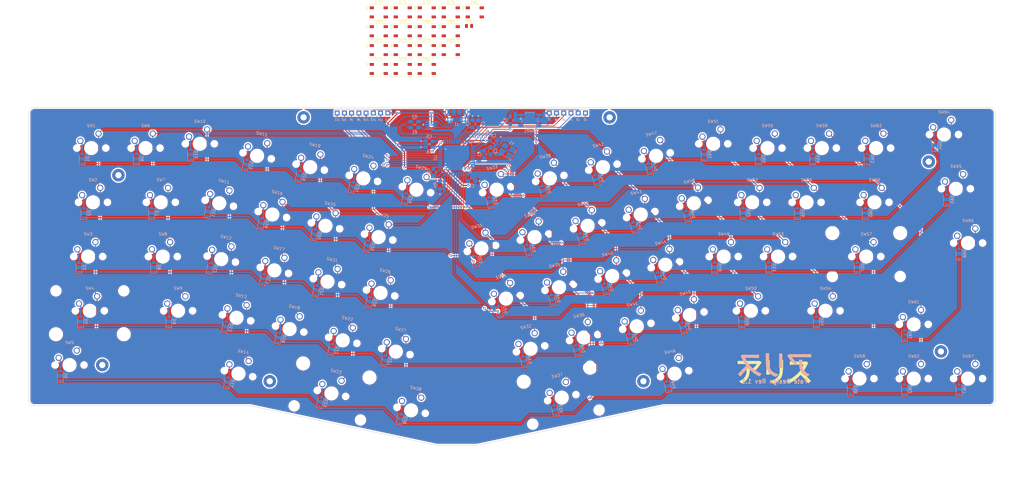
<source format=kicad_pcb>
(kicad_pcb (version 20171130) (host pcbnew "(5.1.9)-1")
  (title_block (rev 1.1))
  (layers (0 F.Cu signal) (31 B.Cu signal) (34 B.Paste user) (35 F.Paste user) (36 B.SilkS user) (37 F.SilkS user) (38 B.Mask user) (39 F.Mask user) (44 Edge.Cuts user))
  (net 0 "")
  (net 1 GND)
  (net 2 XTAL1)
  (net 3 XTAL2)
  (net 4 VCC)
  (net 5 "Net-(C4-Pad1)")
  (net 6 "Net-(D1-Pad2)")
  (net 7 /row0)
  (net 8 /row1)
  (net 9 "Net-(D2-Pad2)")
  (net 10 "Net-(D3-Pad2)")
  (net 11 /row2)
  (net 12 /row3)
  (net 13 "Net-(D4-Pad2)")
  (net 14 "Net-(D5-Pad2)")
  (net 15 /row4)
  (net 16 "Net-(D6-Pad2)")
  (net 17 "Net-(D7-Pad2)")
  (net 18 "Net-(D8-Pad2)")
  (net 19 "Net-(D9-Pad2)")
  (net 20 "Net-(D10-Pad2)")
  (net 21 "Net-(D11-Pad2)")
  (net 22 "Net-(D12-Pad2)")
  (net 23 "Net-(D13-Pad2)")
  (net 24 "Net-(D14-Pad2)")
  (net 25 "Net-(D15-Pad2)")
  (net 26 "Net-(D16-Pad2)")
  (net 27 "Net-(D17-Pad2)")
  (net 28 "Net-(D18-Pad2)")
  (net 29 "Net-(D19-Pad2)")
  (net 30 "Net-(D20-Pad2)")
  (net 31 "Net-(D21-Pad2)")
  (net 32 "Net-(D22-Pad2)")
  (net 33 "Net-(D23-Pad2)")
  (net 34 "Net-(D24-Pad2)")
  (net 35 "Net-(D25-Pad2)")
  (net 36 "Net-(D26-Pad2)")
  (net 37 "Net-(D27-Pad2)")
  (net 38 "Net-(D28-Pad2)")
  (net 39 "Net-(D29-Pad2)")
  (net 40 "Net-(D30-Pad2)")
  (net 41 "Net-(D31-Pad2)")
  (net 42 "Net-(D32-Pad2)")
  (net 43 "Net-(D33-Pad2)")
  (net 44 "Net-(D34-Pad2)")
  (net 45 "Net-(D35-Pad2)")
  (net 46 "Net-(D36-Pad2)")
  (net 47 "Net-(D37-Pad2)")
  (net 48 "Net-(D38-Pad2)")
  (net 49 "Net-(D39-Pad2)")
  (net 50 "Net-(D40-Pad2)")
  (net 51 "Net-(D41-Pad2)")
  (net 52 "Net-(D42-Pad2)")
  (net 53 "Net-(D43-Pad2)")
  (net 54 "Net-(D44-Pad2)")
  (net 55 "Net-(D45-Pad2)")
  (net 56 "Net-(D46-Pad2)")
  (net 57 "Net-(D47-Pad2)")
  (net 58 "Net-(D48-Pad2)")
  (net 59 "Net-(D49-Pad2)")
  (net 60 "Net-(D50-Pad2)")
  (net 61 "Net-(D51-Pad2)")
  (net 62 "Net-(D52-Pad2)")
  (net 63 "Net-(D53-Pad2)")
  (net 64 "Net-(D54-Pad2)")
  (net 65 "Net-(D55-Pad2)")
  (net 66 "Net-(D56-Pad2)")
  (net 67 "Net-(D57-Pad2)")
  (net 68 "Net-(D58-Pad2)")
  (net 69 "Net-(D59-Pad2)")
  (net 70 "Net-(D60-Pad2)")
  (net 71 "Net-(D61-Pad2)")
  (net 72 "Net-(D62-Pad2)")
  (net 73 "Net-(D63-Pad2)")
  (net 74 "Net-(D64-Pad2)")
  (net 75 "Net-(D65-Pad2)")
  (net 76 "Net-(D66-Pad2)")
  (net 77 "Net-(D67-Pad2)")
  (net 78 "Net-(J1-Pad3)")
  (net 79 "Net-(J1-Pad4)")
  (net 80 "Net-(J1-Pad2)")
  (net 81 /MISO)
  (net 82 /SCK)
  (net 83 /MOSI)
  (net 84 /~RES~)
  (net 85 /PF4)
  (net 86 /PF5)
  (net 87 /PF6)
  (net 88 /PF7)
  (net 89 D+)
  (net 90 D-)
  (net 91 "Net-(R4-Pad1)")
  (net 92 /col0)
  (net 93 /col1)
  (net 94 /col2)
  (net 95 /col3)
  (net 96 /col4)
  (net 97 /col5)
  (net 98 /col6)
  (net 99 /col8)
  (net 100 /col9)
  (net 101 /col10)
  (net 102 /col11)
  (net 103 /col12)
  (net 104 /col13)
  (net 105 "Net-(U1-Pad3)")
  (net 106 "Net-(U1-Pad1)")
  (net 107 "Net-(U2-Pad42)")
  (net 108 "Net-(D68-Pad2)")
  (net 109 "Net-(D68-Pad4)")
  (net 110 "Net-(D69-Pad2)")
  (net 111 "Net-(D69-Pad4)")
  (net 112 "Net-(D70-Pad2)")
  (net 113 "Net-(D70-Pad4)")
  (net 114 "Net-(D71-Pad2)")
  (net 115 "Net-(D71-Pad4)")
  (net 116 "Net-(D72-Pad2)")
  (net 117 "Net-(D73-Pad2)")
  (net 118 "Net-(D74-Pad2)")
  (net 119 "Net-(D75-Pad2)")
  (net 120 "Net-(D76-Pad2)")
  (net 121 "Net-(D77-Pad2)")
  (net 122 "Net-(D78-Pad2)")
  (net 123 "Net-(D79-Pad2)")
  (net 124 "Net-(D83-Pad2)")
  (module Resistor_SMD:R_0805_2012Metric (layer F.Cu) (at 179.885001 -4.154999)
    (fp_text reference R5 (at 0 -1.65) (layer F.SilkS))
    (fp_text value 500)
    (pad 1 smd roundrect (at -0.9125 0) (size 1.025 1.4) (layers F.Cu F.Paste F.Mask) (roundrect_rratio 0.243902) (net 85 /PF4))
    (pad 2 smd roundrect (at 0.9125 0) (size 1.025 1.4) (layers F.Cu F.Paste F.Mask) (roundrect_rratio 0.243902) (net 109 "Net-(D68-Pad4)"))
  )
  (module LED_SMD:LED_WS2812B_PLCC4_5.0x5.0mm_P3.2mm (layer F.Cu) (at 173.470001 4.300001)
    (fp_text reference D83 (at 0 -3.5) (layer F.SilkS))
    (fp_text value WS2812B)
    (fp_text user 1 (at -4.15 -1.6) (layer F.SilkS))
    (pad 3 smd rect (at 2.45 1.6) (size 1.5 1) (layers F.Cu F.Paste F.Mask) (net 1 GND))
    (pad 4 smd rect (at 2.45 -1.6) (size 1.5 1) (layers F.Cu F.Paste F.Mask) (net 123 "Net-(D79-Pad2)"))
    (pad 2 smd rect (at -2.45 1.6) (size 1.5 1) (layers F.Cu F.Paste F.Mask) (net 124 "Net-(D83-Pad2)"))
    (pad 1 smd rect (at -2.45 -1.6) (size 1.5 1) (layers F.Cu F.Paste F.Mask) (net 4 VCC))
  )
  (module LED_SMD:LED_WS2812B_PLCC4_5.0x5.0mm_P3.2mm (layer F.Cu) (at 165.050001 10.920001)
    (fp_text reference D82 (at 0 -3.5) (layer F.SilkS))
    (fp_text value WS2812B)
    (fp_text user 1 (at -4.15 -1.6) (layer F.SilkS))
    (pad 3 smd rect (at 2.45 1.6) (size 1.5 1) (layers F.Cu F.Paste F.Mask) (net 1 GND))
    (pad 4 smd rect (at 2.45 -1.6) (size 1.5 1) (layers F.Cu F.Paste F.Mask) (net 122 "Net-(D78-Pad2)"))
    (pad 2 smd rect (at -2.45 1.6) (size 1.5 1) (layers F.Cu F.Paste F.Mask) (net 115 "Net-(D71-Pad4)"))
    (pad 1 smd rect (at -2.45 -1.6) (size 1.5 1) (layers F.Cu F.Paste F.Mask) (net 4 VCC))
  )
  (module LED_SMD:LED_WS2812B_PLCC4_5.0x5.0mm_P3.2mm (layer F.Cu) (at 181.890001 -8.939999)
    (fp_text reference D81 (at 0 -3.5) (layer F.SilkS))
    (fp_text value WS2812B)
    (fp_text user 1 (at -4.15 -1.6) (layer F.SilkS))
    (pad 3 smd rect (at 2.45 1.6) (size 1.5 1) (layers F.Cu F.Paste F.Mask) (net 1 GND))
    (pad 4 smd rect (at 2.45 -1.6) (size 1.5 1) (layers F.Cu F.Paste F.Mask) (net 121 "Net-(D77-Pad2)"))
    (pad 2 smd rect (at -2.45 1.6) (size 1.5 1) (layers F.Cu F.Paste F.Mask) (net 113 "Net-(D70-Pad4)"))
    (pad 1 smd rect (at -2.45 -1.6) (size 1.5 1) (layers F.Cu F.Paste F.Mask) (net 4 VCC))
  )
  (module LED_SMD:LED_WS2812B_PLCC4_5.0x5.0mm_P3.2mm (layer F.Cu) (at 173.470001 -2.319999)
    (fp_text reference D80 (at 0 -3.5) (layer F.SilkS))
    (fp_text value WS2812B)
    (fp_text user 1 (at -4.15 -1.6) (layer F.SilkS))
    (pad 3 smd rect (at 2.45 1.6) (size 1.5 1) (layers F.Cu F.Paste F.Mask) (net 1 GND))
    (pad 4 smd rect (at 2.45 -1.6) (size 1.5 1) (layers F.Cu F.Paste F.Mask) (net 120 "Net-(D76-Pad2)"))
    (pad 2 smd rect (at -2.45 1.6) (size 1.5 1) (layers F.Cu F.Paste F.Mask) (net 111 "Net-(D69-Pad4)"))
    (pad 1 smd rect (at -2.45 -1.6) (size 1.5 1) (layers F.Cu F.Paste F.Mask) (net 4 VCC))
  )
  (module LED_SMD:LED_WS2812B_PLCC4_5.0x5.0mm_P3.2mm (layer F.Cu) (at 165.050001 4.300001)
    (fp_text reference D79 (at 0 -3.5) (layer F.SilkS))
    (fp_text value WS2812B)
    (fp_text user 1 (at -4.15 -1.6) (layer F.SilkS))
    (pad 3 smd rect (at 2.45 1.6) (size 1.5 1) (layers F.Cu F.Paste F.Mask) (net 1 GND))
    (pad 4 smd rect (at 2.45 -1.6) (size 1.5 1) (layers F.Cu F.Paste F.Mask) (net 119 "Net-(D75-Pad2)"))
    (pad 2 smd rect (at -2.45 1.6) (size 1.5 1) (layers F.Cu F.Paste F.Mask) (net 123 "Net-(D79-Pad2)"))
    (pad 1 smd rect (at -2.45 -1.6) (size 1.5 1) (layers F.Cu F.Paste F.Mask) (net 4 VCC))
  )
  (module LED_SMD:LED_WS2812B_PLCC4_5.0x5.0mm_P3.2mm (layer F.Cu) (at 156.630001 10.920001)
    (fp_text reference D78 (at 0 -3.5) (layer F.SilkS))
    (fp_text value WS2812B)
    (fp_text user 1 (at -4.15 -1.6) (layer F.SilkS))
    (pad 3 smd rect (at 2.45 1.6) (size 1.5 1) (layers F.Cu F.Paste F.Mask) (net 1 GND))
    (pad 4 smd rect (at 2.45 -1.6) (size 1.5 1) (layers F.Cu F.Paste F.Mask) (net 118 "Net-(D74-Pad2)"))
    (pad 2 smd rect (at -2.45 1.6) (size 1.5 1) (layers F.Cu F.Paste F.Mask) (net 122 "Net-(D78-Pad2)"))
    (pad 1 smd rect (at -2.45 -1.6) (size 1.5 1) (layers F.Cu F.Paste F.Mask) (net 4 VCC))
  )
  (module LED_SMD:LED_WS2812B_PLCC4_5.0x5.0mm_P3.2mm (layer F.Cu) (at 148.210001 -8.939999)
    (fp_text reference D77 (at 0 -3.5) (layer F.SilkS))
    (fp_text value WS2812B)
    (fp_text user 1 (at -4.15 -1.6) (layer F.SilkS))
    (pad 3 smd rect (at 2.45 1.6) (size 1.5 1) (layers F.Cu F.Paste F.Mask) (net 1 GND))
    (pad 4 smd rect (at 2.45 -1.6) (size 1.5 1) (layers F.Cu F.Paste F.Mask) (net 117 "Net-(D73-Pad2)"))
    (pad 2 smd rect (at -2.45 1.6) (size 1.5 1) (layers F.Cu F.Paste F.Mask) (net 121 "Net-(D77-Pad2)"))
    (pad 1 smd rect (at -2.45 -1.6) (size 1.5 1) (layers F.Cu F.Paste F.Mask) (net 4 VCC))
  )
  (module LED_SMD:LED_WS2812B_PLCC4_5.0x5.0mm_P3.2mm (layer F.Cu) (at 173.470001 -8.939999)
    (fp_text reference D76 (at 0 -3.5) (layer F.SilkS))
    (fp_text value WS2812B)
    (fp_text user 1 (at -4.15 -1.6) (layer F.SilkS))
    (pad 3 smd rect (at 2.45 1.6) (size 1.5 1) (layers F.Cu F.Paste F.Mask) (net 1 GND))
    (pad 4 smd rect (at 2.45 -1.6) (size 1.5 1) (layers F.Cu F.Paste F.Mask) (net 116 "Net-(D72-Pad2)"))
    (pad 2 smd rect (at -2.45 1.6) (size 1.5 1) (layers F.Cu F.Paste F.Mask) (net 120 "Net-(D76-Pad2)"))
    (pad 1 smd rect (at -2.45 -1.6) (size 1.5 1) (layers F.Cu F.Paste F.Mask) (net 4 VCC))
  )
  (module LED_SMD:LED_WS2812B_PLCC4_5.0x5.0mm_P3.2mm (layer F.Cu) (at 156.630001 4.300001)
    (fp_text reference D75 (at 0 -3.5) (layer F.SilkS))
    (fp_text value WS2812B)
    (fp_text user 1 (at -4.15 -1.6) (layer F.SilkS))
    (pad 3 smd rect (at 2.45 1.6) (size 1.5 1) (layers F.Cu F.Paste F.Mask) (net 1 GND))
    (pad 4 smd rect (at 2.45 -1.6) (size 1.5 1) (layers F.Cu F.Paste F.Mask) (net 114 "Net-(D71-Pad2)"))
    (pad 2 smd rect (at -2.45 1.6) (size 1.5 1) (layers F.Cu F.Paste F.Mask) (net 119 "Net-(D75-Pad2)"))
    (pad 1 smd rect (at -2.45 -1.6) (size 1.5 1) (layers F.Cu F.Paste F.Mask) (net 4 VCC))
  )
  (module LED_SMD:LED_WS2812B_PLCC4_5.0x5.0mm_P3.2mm (layer F.Cu) (at 148.210001 10.920001)
    (fp_text reference D74 (at 0 -3.5) (layer F.SilkS))
    (fp_text value WS2812B)
    (fp_text user 1 (at -4.15 -1.6) (layer F.SilkS))
    (pad 3 smd rect (at 2.45 1.6) (size 1.5 1) (layers F.Cu F.Paste F.Mask) (net 1 GND))
    (pad 4 smd rect (at 2.45 -1.6) (size 1.5 1) (layers F.Cu F.Paste F.Mask) (net 112 "Net-(D70-Pad2)"))
    (pad 2 smd rect (at -2.45 1.6) (size 1.5 1) (layers F.Cu F.Paste F.Mask) (net 118 "Net-(D74-Pad2)"))
    (pad 1 smd rect (at -2.45 -1.6) (size 1.5 1) (layers F.Cu F.Paste F.Mask) (net 4 VCC))
  )
  (module LED_SMD:LED_WS2812B_PLCC4_5.0x5.0mm_P3.2mm (layer F.Cu) (at 165.050001 -8.939999)
    (fp_text reference D73 (at 0 -3.5) (layer F.SilkS))
    (fp_text value WS2812B)
    (fp_text user 1 (at -4.15 -1.6) (layer F.SilkS))
    (pad 3 smd rect (at 2.45 1.6) (size 1.5 1) (layers F.Cu F.Paste F.Mask) (net 1 GND))
    (pad 4 smd rect (at 2.45 -1.6) (size 1.5 1) (layers F.Cu F.Paste F.Mask) (net 110 "Net-(D69-Pad2)"))
    (pad 2 smd rect (at -2.45 1.6) (size 1.5 1) (layers F.Cu F.Paste F.Mask) (net 117 "Net-(D73-Pad2)"))
    (pad 1 smd rect (at -2.45 -1.6) (size 1.5 1) (layers F.Cu F.Paste F.Mask) (net 4 VCC))
  )
  (module LED_SMD:LED_WS2812B_PLCC4_5.0x5.0mm_P3.2mm (layer F.Cu) (at 156.630001 -2.319999)
    (fp_text reference D72 (at 0 -3.5) (layer F.SilkS))
    (fp_text value WS2812B)
    (fp_text user 1 (at -4.15 -1.6) (layer F.SilkS))
    (pad 3 smd rect (at 2.45 1.6) (size 1.5 1) (layers F.Cu F.Paste F.Mask) (net 1 GND))
    (pad 4 smd rect (at 2.45 -1.6) (size 1.5 1) (layers F.Cu F.Paste F.Mask) (net 108 "Net-(D68-Pad2)"))
    (pad 2 smd rect (at -2.45 1.6) (size 1.5 1) (layers F.Cu F.Paste F.Mask) (net 116 "Net-(D72-Pad2)"))
    (pad 1 smd rect (at -2.45 -1.6) (size 1.5 1) (layers F.Cu F.Paste F.Mask) (net 4 VCC))
  )
  (module LED_SMD:LED_WS2812B_PLCC4_5.0x5.0mm_P3.2mm (layer F.Cu) (at 148.210001 4.300001)
    (fp_text reference D71 (at 0 -3.5) (layer F.SilkS))
    (fp_text value WS2812B)
    (fp_text user 1 (at -4.15 -1.6) (layer F.SilkS))
    (pad 3 smd rect (at 2.45 1.6) (size 1.5 1) (layers F.Cu F.Paste F.Mask) (net 1 GND))
    (pad 4 smd rect (at 2.45 -1.6) (size 1.5 1) (layers F.Cu F.Paste F.Mask) (net 115 "Net-(D71-Pad4)"))
    (pad 2 smd rect (at -2.45 1.6) (size 1.5 1) (layers F.Cu F.Paste F.Mask) (net 114 "Net-(D71-Pad2)"))
    (pad 1 smd rect (at -2.45 -1.6) (size 1.5 1) (layers F.Cu F.Paste F.Mask) (net 4 VCC))
  )
  (module LED_SMD:LED_WS2812B_PLCC4_5.0x5.0mm_P3.2mm (layer F.Cu) (at 156.630001 -8.939999)
    (fp_text reference D70 (at 0 -3.5) (layer F.SilkS))
    (fp_text value WS2812B)
    (fp_text user 1 (at -4.15 -1.6) (layer F.SilkS))
    (pad 3 smd rect (at 2.45 1.6) (size 1.5 1) (layers F.Cu F.Paste F.Mask) (net 1 GND))
    (pad 4 smd rect (at 2.45 -1.6) (size 1.5 1) (layers F.Cu F.Paste F.Mask) (net 113 "Net-(D70-Pad4)"))
    (pad 2 smd rect (at -2.45 1.6) (size 1.5 1) (layers F.Cu F.Paste F.Mask) (net 112 "Net-(D70-Pad2)"))
    (pad 1 smd rect (at -2.45 -1.6) (size 1.5 1) (layers F.Cu F.Paste F.Mask) (net 4 VCC))
  )
  (module LED_SMD:LED_WS2812B_PLCC4_5.0x5.0mm_P3.2mm (layer F.Cu) (at 148.210001 -2.319999)
    (fp_text reference D69 (at 0 -3.5) (layer F.SilkS))
    (fp_text value WS2812B)
    (fp_text user 1 (at -4.15 -1.6) (layer F.SilkS))
    (pad 3 smd rect (at 2.45 1.6) (size 1.5 1) (layers F.Cu F.Paste F.Mask) (net 1 GND))
    (pad 4 smd rect (at 2.45 -1.6) (size 1.5 1) (layers F.Cu F.Paste F.Mask) (net 111 "Net-(D69-Pad4)"))
    (pad 2 smd rect (at -2.45 1.6) (size 1.5 1) (layers F.Cu F.Paste F.Mask) (net 110 "Net-(D69-Pad2)"))
    (pad 1 smd rect (at -2.45 -1.6) (size 1.5 1) (layers F.Cu F.Paste F.Mask) (net 4 VCC))
  )
  (module LED_SMD:LED_WS2812B_PLCC4_5.0x5.0mm_P3.2mm (layer F.Cu) (at 165.050001 -2.319999)
    (fp_text reference D68 (at 0 -3.5) (layer F.SilkS))
    (fp_text value WS2812B)
    (fp_text user 1 (at -4.15 -1.6) (layer F.SilkS))
    (pad 3 smd rect (at 2.45 1.6) (size 1.5 1) (layers F.Cu F.Paste F.Mask) (net 1 GND))
    (pad 4 smd rect (at 2.45 -1.6) (size 1.5 1) (layers F.Cu F.Paste F.Mask) (net 109 "Net-(D68-Pad4)"))
    (pad 2 smd rect (at -2.45 1.6) (size 1.5 1) (layers F.Cu F.Paste F.Mask) (net 108 "Net-(D68-Pad2)"))
    (pad 1 smd rect (at -2.45 -1.6) (size 1.5 1) (layers F.Cu F.Paste F.Mask) (net 4 VCC))
  )
  (module MX_Switch:SW_Cherry_MX_2.25u_PCB_ReversedStabilizers (layer F.Cu) (at 297.825 67.295)
    (fp_text reference SW57 (at 21.43125 1.651) (layer B.SilkS))
    (fp_text value SW_Push)
    (pad 1 thru_hole circle (at 23.97125 4.445) (size 2.2 2.2) (drill 1.5) (layers *.Cu *.Mask) (net 103 /col12))
    (pad 2 thru_hole circle (at 17.62125 6.985) (size 2.2 2.2) (drill 1.5) (layers *.Cu *.Mask) (net 67 "Net-(D57-Pad2)"))
    (pad "" np_thru_hole circle (at 21.43125 9.525) (size 4 4) (drill 4) (layers *.Cu *.Mask))
    (pad "" np_thru_hole circle (at 16.35125 9.525) (size 1.7 1.7) (drill 1.7) (layers *.Cu *.Mask))
    (pad "" np_thru_hole circle (at 26.51125 9.525) (size 1.7 1.7) (drill 1.7) (layers *.Cu *.Mask))
    (pad "" np_thru_hole circle (at 33.33125 1.285) (size 4 4) (drill 4) (layers *.Cu *.Mask))
    (pad "" np_thru_hole circle (at 9.53125 1.285) (size 4 4) (drill 4) (layers *.Cu *.Mask))
    (pad "" np_thru_hole circle (at 9.53125 16.525) (size 3.05 3.05) (drill 3.05) (layers *.Cu *.Mask))
    (pad "" np_thru_hole circle (at 33.33125 16.525) (size 3.05 3.05) (drill 3.05) (layers *.Cu *.Mask))
  )
  (module MX_Switch:SW_Cherry_MX_2.75u_PCB_ReversedStabilizers (layer F.Cu) (at 184.817553 122.500669 12)
    (fp_text reference SW37 (at 26.19375 1.651 12) (layer B.SilkS))
    (fp_text value SW_Push)
    (pad 1 thru_hole circle (at 28.73375 4.445 12) (size 2.2 2.2) (drill 1.5) (layers *.Cu *.Mask) (net 82 /SCK))
    (pad 2 thru_hole circle (at 22.38375 6.985 12) (size 2.2 2.2) (drill 1.5) (layers *.Cu *.Mask) (net 47 "Net-(D37-Pad2)"))
    (pad "" np_thru_hole circle (at 26.19375 9.525 12) (size 4 4) (drill 4) (layers *.Cu *.Mask))
    (pad "" np_thru_hole circle (at 21.11375 9.525 12) (size 1.7 1.7) (drill 1.7) (layers *.Cu *.Mask))
    (pad "" np_thru_hole circle (at 31.27375 9.525 12) (size 1.7 1.7) (drill 1.7) (layers *.Cu *.Mask))
    (pad "" np_thru_hole circle (at 38.09375 1.285 12) (size 4 4) (drill 4) (layers *.Cu *.Mask))
    (pad "" np_thru_hole circle (at 14.29375 1.285 12) (size 4 4) (drill 4) (layers *.Cu *.Mask))
    (pad "" np_thru_hole circle (at 14.29375 16.525 12) (size 3.05 3.05) (drill 3.05) (layers *.Cu *.Mask))
    (pad "" np_thru_hole circle (at 38.09375 16.525 12) (size 3.05 3.05) (drill 3.05) (layers *.Cu *.Mask))
  )
  (module MX_Switch:SW_Cherry_MX_2.00u_PCB_ReversedStabilizers (layer F.Cu) (at 114.959436 111.609368 348)
    (fp_text reference SW23 (at 19.05 1.651 348) (layer B.SilkS))
    (fp_text value SW_Push)
    (pad 1 thru_hole circle (at 21.59 4.445 348) (size 2.2 2.2) (drill 1.5) (layers *.Cu *.Mask) (net 96 /col4))
    (pad 2 thru_hole circle (at 15.24 6.985 348) (size 2.2 2.2) (drill 1.5) (layers *.Cu *.Mask) (net 33 "Net-(D23-Pad2)"))
    (pad "" np_thru_hole circle (at 19.05 9.525 348) (size 4 4) (drill 4) (layers *.Cu *.Mask))
    (pad "" np_thru_hole circle (at 13.97 9.525 348) (size 1.7 1.7) (drill 1.7) (layers *.Cu *.Mask))
    (pad "" np_thru_hole circle (at 24.13 9.525 348) (size 1.7 1.7) (drill 1.7) (layers *.Cu *.Mask))
    (pad "" np_thru_hole circle (at 30.95 1.285 348) (size 4 4) (drill 4) (layers *.Cu *.Mask))
    (pad "" np_thru_hole circle (at 7.15 1.285 348) (size 4 4) (drill 4) (layers *.Cu *.Mask))
    (pad "" np_thru_hole circle (at 7.15 16.525 348) (size 3.05 3.05) (drill 3.05) (layers *.Cu *.Mask))
    (pad "" np_thru_hole circle (at 30.95 16.525 348) (size 3.05 3.05) (drill 3.05) (layers *.Cu *.Mask))
  )
  (module MX_Switch:SW_Cherry_MX_2.25u_PCB (layer F.Cu) (at 25.4125 86.345)
    (fp_text reference SW4 (at 21.43125 1.651) (layer B.SilkS))
    (fp_text value SW_Push)
    (pad 1 thru_hole circle (at 23.97125 4.445) (size 2.2 2.2) (drill 1.5) (layers *.Cu *.Mask) (net 92 /col0))
    (pad 2 thru_hole circle (at 17.62125 6.985) (size 2.2 2.2) (drill 1.5) (layers *.Cu *.Mask) (net 13 "Net-(D4-Pad2)"))
    (pad "" np_thru_hole circle (at 21.43125 9.525) (size 4 4) (drill 4) (layers *.Cu *.Mask))
    (pad "" np_thru_hole circle (at 16.35125 9.525) (size 1.7 1.7) (drill 1.7) (layers *.Cu *.Mask))
    (pad "" np_thru_hole circle (at 26.51125 9.525) (size 1.7 1.7) (drill 1.7) (layers *.Cu *.Mask))
    (pad "" np_thru_hole circle (at 33.33125 17.765) (size 4 4) (drill 4) (layers *.Cu *.Mask))
    (pad "" np_thru_hole circle (at 9.53125 17.765) (size 4 4) (drill 4) (layers *.Cu *.Mask))
    (pad "" np_thru_hole circle (at 9.53125 2.525) (size 3.05 3.05) (drill 3.05) (layers *.Cu *.Mask))
    (pad "" np_thru_hole circle (at 33.33125 2.525) (size 3.05 3.05) (drill 3.05) (layers *.Cu *.Mask))
  )
  (module MX_Switch:SW_Cherry_MX_1.75u_PCB (layer F.Cu) (at 29.5875 67.295)
    (fp_text reference SW3 (at 16.66875 1.651) (layer B.SilkS))
    (fp_text value SW_Push)
    (pad 1 thru_hole circle (at 19.20875 4.445) (size 2.2 2.2) (drill 1.5) (layers *.Cu *.Mask) (net 92 /col0))
    (pad 2 thru_hole circle (at 12.85875 6.985) (size 2.2 2.2) (drill 1.5) (layers *.Cu *.Mask) (net 10 "Net-(D3-Pad2)"))
    (pad "" np_thru_hole circle (at 16.66875 9.525) (size 4 4) (drill 4) (layers *.Cu *.Mask))
    (pad "" np_thru_hole circle (at 11.58875 9.525) (size 1.7 1.7) (drill 1.7) (layers *.Cu *.Mask))
    (pad "" np_thru_hole circle (at 21.74875 9.525) (size 1.7 1.7) (drill 1.7) (layers *.Cu *.Mask))
  )
  (module MX_Switch:SW_Cherry_MX_1.75u_PCB (layer F.Cu) (at 288.300019 86.344998)
    (fp_text reference SW54 (at 16.66875 1.651) (layer B.SilkS))
    (fp_text value SW_Push)
    (pad 1 thru_hole circle (at 19.20875 4.445) (size 2.2 2.2) (drill 1.5) (layers *.Cu *.Mask) (net 102 /col11))
    (pad 2 thru_hole circle (at 12.85875 6.985) (size 2.2 2.2) (drill 1.5) (layers *.Cu *.Mask) (net 64 "Net-(D54-Pad2)"))
    (pad "" np_thru_hole circle (at 16.66875 9.525) (size 4 4) (drill 4) (layers *.Cu *.Mask))
    (pad "" np_thru_hole circle (at 11.58875 9.525) (size 1.7 1.7) (drill 1.7) (layers *.Cu *.Mask))
    (pad "" np_thru_hole circle (at 21.74875 9.525) (size 1.7 1.7) (drill 1.7) (layers *.Cu *.Mask))
  )
  (module MX_Switch:SW_Cherry_MX_1.50u_PCB (layer F.Cu) (at 33.6525 48.245)
    (fp_text reference SW2 (at 14.2875 1.651) (layer B.SilkS))
    (fp_text value SW_Push)
    (pad 1 thru_hole circle (at 16.8275 4.445) (size 2.2 2.2) (drill 1.5) (layers *.Cu *.Mask) (net 92 /col0))
    (pad 2 thru_hole circle (at 10.4775 6.985) (size 2.2 2.2) (drill 1.5) (layers *.Cu *.Mask) (net 9 "Net-(D2-Pad2)"))
    (pad "" np_thru_hole circle (at 14.2875 9.525) (size 4 4) (drill 4) (layers *.Cu *.Mask))
    (pad "" np_thru_hole circle (at 9.2075 9.525) (size 1.7 1.7) (drill 1.7) (layers *.Cu *.Mask))
    (pad "" np_thru_hole circle (at 19.3675 9.525) (size 1.7 1.7) (drill 1.7) (layers *.Cu *.Mask))
  )
  (module MX_Switch:SW_Cherry_MX_1.50u_PCB (layer F.Cu) (at 25.4225 105.395)
    (fp_text reference SW5 (at 14.2875 1.651) (layer B.SilkS))
    (fp_text value SW_Push)
    (pad 1 thru_hole circle (at 16.8275 4.445) (size 2.2 2.2) (drill 1.5) (layers *.Cu *.Mask) (net 92 /col0))
    (pad 2 thru_hole circle (at 10.4775 6.985) (size 2.2 2.2) (drill 1.5) (layers *.Cu *.Mask) (net 14 "Net-(D5-Pad2)"))
    (pad "" np_thru_hole circle (at 14.2875 9.525) (size 4 4) (drill 4) (layers *.Cu *.Mask))
    (pad "" np_thru_hole circle (at 9.2075 9.525) (size 1.7 1.7) (drill 1.7) (layers *.Cu *.Mask))
    (pad "" np_thru_hole circle (at 19.3675 9.525) (size 1.7 1.7) (drill 1.7) (layers *.Cu *.Mask))
  )
  (module MX_Switch:SW_Cherry_MX_1.50u_PCB (layer F.Cu) (at 87.008873 105.668295 348)
    (fp_text reference SW14 (at 14.2875 1.651 348) (layer B.SilkS))
    (fp_text value SW_Push)
    (pad 1 thru_hole circle (at 16.8275 4.445 348) (size 2.2 2.2) (drill 1.5) (layers *.Cu *.Mask) (net 94 /col2))
    (pad 2 thru_hole circle (at 10.4775 6.985 348) (size 2.2 2.2) (drill 1.5) (layers *.Cu *.Mask) (net 24 "Net-(D14-Pad2)"))
    (pad "" np_thru_hole circle (at 14.2875 9.525 348) (size 4 4) (drill 4) (layers *.Cu *.Mask))
    (pad "" np_thru_hole circle (at 9.2075 9.525 348) (size 1.7 1.7) (drill 1.7) (layers *.Cu *.Mask))
    (pad "" np_thru_hole circle (at 19.3675 9.525 348) (size 1.7 1.7) (drill 1.7) (layers *.Cu *.Mask))
  )
  (module MX_Switch:SW_Cherry_MX_1.50u_PCB (layer F.Cu) (at 236.060259 111.608708 12)
    (fp_text reference SW46 (at 14.2875 1.651 12) (layer B.SilkS))
    (fp_text value SW_Push)
    (pad 1 thru_hole circle (at 16.8275 4.445 12) (size 2.2 2.2) (drill 1.5) (layers *.Cu *.Mask) (net 100 /col9))
    (pad 2 thru_hole circle (at 10.4775 6.985 12) (size 2.2 2.2) (drill 1.5) (layers *.Cu *.Mask) (net 56 "Net-(D46-Pad2)"))
    (pad "" np_thru_hole circle (at 14.2875 9.525 12) (size 4 4) (drill 4) (layers *.Cu *.Mask))
    (pad "" np_thru_hole circle (at 9.2075 9.525 12) (size 1.7 1.7) (drill 1.7) (layers *.Cu *.Mask))
    (pad "" np_thru_hole circle (at 19.3675 9.525 12) (size 1.7 1.7) (drill 1.7) (layers *.Cu *.Mask))
  )
  (module MX_Switch:SW_Cherry_MX_1.50u_PCB (layer F.Cu) (at 307.8425 48.245)
    (fp_text reference SW60 (at 14.2875 1.651) (layer B.SilkS))
    (fp_text value SW_Push)
    (pad 1 thru_hole circle (at 16.8275 4.445) (size 2.2 2.2) (drill 1.5) (layers *.Cu *.Mask) (net 104 /col13))
    (pad 2 thru_hole circle (at 10.4775 6.985) (size 2.2 2.2) (drill 1.5) (layers *.Cu *.Mask) (net 70 "Net-(D60-Pad2)"))
    (pad "" np_thru_hole circle (at 14.2875 9.525) (size 4 4) (drill 4) (layers *.Cu *.Mask))
    (pad "" np_thru_hole circle (at 9.2075 9.525) (size 1.7 1.7) (drill 1.7) (layers *.Cu *.Mask))
    (pad "" np_thru_hole circle (at 19.3675 9.525) (size 1.7 1.7) (drill 1.7) (layers *.Cu *.Mask))
  )
  (module MX_Switch:SW_Cherry_MX_1.00u_PCB (layer F.Cu) (at 37.815 29.195)
    (fp_text reference SW1 (at 9.525 1.651) (layer B.SilkS))
    (fp_text value SW_Push)
    (pad "" np_thru_hole circle (at 14.605 9.525) (size 1.7 1.7) (drill 1.7) (layers *.Cu *.Mask))
    (pad "" np_thru_hole circle (at 4.445 9.525) (size 1.7 1.7) (drill 1.7) (layers *.Cu *.Mask))
    (pad "" np_thru_hole circle (at 9.525 9.525) (size 4 4) (drill 4) (layers *.Cu *.Mask))
    (pad 2 thru_hole circle (at 5.715 6.985) (size 2.2 2.2) (drill 1.5) (layers *.Cu *.Mask) (net 6 "Net-(D1-Pad2)"))
    (pad 1 thru_hole circle (at 12.065 4.445) (size 2.2 2.2) (drill 1.5) (layers *.Cu *.Mask) (net 92 /col0))
  )
  (module MX_Switch:SW_Cherry_MX_1.00u_PCB (layer F.Cu) (at 56.865 29.195)
    (fp_text reference SW6 (at 9.525 1.651) (layer B.SilkS))
    (fp_text value SW_Push)
    (pad "" np_thru_hole circle (at 14.605 9.525) (size 1.7 1.7) (drill 1.7) (layers *.Cu *.Mask))
    (pad "" np_thru_hole circle (at 4.445 9.525) (size 1.7 1.7) (drill 1.7) (layers *.Cu *.Mask))
    (pad "" np_thru_hole circle (at 9.525 9.525) (size 4 4) (drill 4) (layers *.Cu *.Mask))
    (pad 2 thru_hole circle (at 5.715 6.985) (size 2.2 2.2) (drill 1.5) (layers *.Cu *.Mask) (net 16 "Net-(D6-Pad2)"))
    (pad 1 thru_hole circle (at 12.065 4.445) (size 2.2 2.2) (drill 1.5) (layers *.Cu *.Mask) (net 93 /col1))
  )
  (module MX_Switch:SW_Cherry_MX_1.00u_PCB (layer F.Cu) (at 62.225 48.245)
    (fp_text reference SW7 (at 9.525 1.651) (layer B.SilkS))
    (fp_text value SW_Push)
    (pad "" np_thru_hole circle (at 14.605 9.525) (size 1.7 1.7) (drill 1.7) (layers *.Cu *.Mask))
    (pad "" np_thru_hole circle (at 4.445 9.525) (size 1.7 1.7) (drill 1.7) (layers *.Cu *.Mask))
    (pad "" np_thru_hole circle (at 9.525 9.525) (size 4 4) (drill 4) (layers *.Cu *.Mask))
    (pad 2 thru_hole circle (at 5.715 6.985) (size 2.2 2.2) (drill 1.5) (layers *.Cu *.Mask) (net 17 "Net-(D7-Pad2)"))
    (pad 1 thru_hole circle (at 12.065 4.445) (size 2.2 2.2) (drill 1.5) (layers *.Cu *.Mask) (net 93 /col1))
  )
  (module MX_Switch:SW_Cherry_MX_1.00u_PCB (layer F.Cu) (at 62.925 67.295)
    (fp_text reference SW8 (at 9.525 1.651) (layer B.SilkS))
    (fp_text value SW_Push)
    (pad "" np_thru_hole circle (at 14.605 9.525) (size 1.7 1.7) (drill 1.7) (layers *.Cu *.Mask))
    (pad "" np_thru_hole circle (at 4.445 9.525) (size 1.7 1.7) (drill 1.7) (layers *.Cu *.Mask))
    (pad "" np_thru_hole circle (at 9.525 9.525) (size 4 4) (drill 4) (layers *.Cu *.Mask))
    (pad 2 thru_hole circle (at 5.715 6.985) (size 2.2 2.2) (drill 1.5) (layers *.Cu *.Mask) (net 18 "Net-(D8-Pad2)"))
    (pad 1 thru_hole circle (at 12.065 4.445) (size 2.2 2.2) (drill 1.5) (layers *.Cu *.Mask) (net 93 /col1))
  )
  (module MX_Switch:SW_Cherry_MX_1.00u_PCB (layer F.Cu) (at 68.275 86.345)
    (fp_text reference SW9 (at 9.525 1.651) (layer B.SilkS))
    (fp_text value SW_Push)
    (pad "" np_thru_hole circle (at 14.605 9.525) (size 1.7 1.7) (drill 1.7) (layers *.Cu *.Mask))
    (pad "" np_thru_hole circle (at 4.445 9.525) (size 1.7 1.7) (drill 1.7) (layers *.Cu *.Mask))
    (pad "" np_thru_hole circle (at 9.525 9.525) (size 4 4) (drill 4) (layers *.Cu *.Mask))
    (pad 2 thru_hole circle (at 5.715 6.985) (size 2.2 2.2) (drill 1.5) (layers *.Cu *.Mask) (net 19 "Net-(D9-Pad2)"))
    (pad 1 thru_hole circle (at 12.065 4.445) (size 2.2 2.2) (drill 1.5) (layers *.Cu *.Mask) (net 93 /col1))
  )
  (module MX_Switch:SW_Cherry_MX_1.00u_PCB (layer F.Cu) (at 75.915 27.694615)
    (fp_text reference SW10 (at 9.525 1.651) (layer B.SilkS))
    (fp_text value SW_Push)
    (pad "" np_thru_hole circle (at 14.605 9.525) (size 1.7 1.7) (drill 1.7) (layers *.Cu *.Mask))
    (pad "" np_thru_hole circle (at 4.445 9.525) (size 1.7 1.7) (drill 1.7) (layers *.Cu *.Mask))
    (pad "" np_thru_hole circle (at 9.525 9.525) (size 4 4) (drill 4) (layers *.Cu *.Mask))
    (pad 2 thru_hole circle (at 5.715 6.985) (size 2.2 2.2) (drill 1.5) (layers *.Cu *.Mask) (net 20 "Net-(D10-Pad2)"))
    (pad 1 thru_hole circle (at 12.065 4.445) (size 2.2 2.2) (drill 1.5) (layers *.Cu *.Mask) (net 94 /col2))
  )
  (module MX_Switch:SW_Cherry_MX_1.00u_PCB (layer F.Cu) (at 84.915851 46.796624 348)
    (fp_text reference SW11 (at 9.525 1.651 348) (layer B.SilkS))
    (fp_text value SW_Push)
    (pad "" np_thru_hole circle (at 14.605 9.525 348) (size 1.7 1.7) (drill 1.7) (layers *.Cu *.Mask))
    (pad "" np_thru_hole circle (at 4.445 9.525 348) (size 1.7 1.7) (drill 1.7) (layers *.Cu *.Mask))
    (pad "" np_thru_hole circle (at 9.525 9.525 348) (size 4 4) (drill 4) (layers *.Cu *.Mask))
    (pad 2 thru_hole circle (at 5.715 6.985 348) (size 2.2 2.2) (drill 1.5) (layers *.Cu *.Mask) (net 21 "Net-(D11-Pad2)"))
    (pad 1 thru_hole circle (at 12.065 4.445 348) (size 2.2 2.2) (drill 1.5) (layers *.Cu *.Mask) (net 94 /col2))
  )
  (module MX_Switch:SW_Cherry_MX_1.00u_PCB (layer F.Cu) (at 85.613518 66.420517 348)
    (fp_text reference SW12 (at 9.525 1.651 348) (layer B.SilkS))
    (fp_text value SW_Push)
    (pad "" np_thru_hole circle (at 14.605 9.525 348) (size 1.7 1.7) (drill 1.7) (layers *.Cu *.Mask))
    (pad "" np_thru_hole circle (at 4.445 9.525 348) (size 1.7 1.7) (drill 1.7) (layers *.Cu *.Mask))
    (pad "" np_thru_hole circle (at 9.525 9.525 348) (size 4 4) (drill 4) (layers *.Cu *.Mask))
    (pad 2 thru_hole circle (at 5.715 6.985 348) (size 2.2 2.2) (drill 1.5) (layers *.Cu *.Mask) (net 22 "Net-(D12-Pad2)"))
    (pad 1 thru_hole circle (at 12.065 4.445 348) (size 2.2 2.2) (drill 1.5) (layers *.Cu *.Mask) (net 94 /col2))
  )
  (module MX_Switch:SW_Cherry_MX_1.00u_PCB (layer F.Cu) (at 90.9696 87.034586 348)
    (fp_text reference SW13 (at 9.525 1.651 348) (layer B.SilkS))
    (fp_text value SW_Push)
    (pad "" np_thru_hole circle (at 14.605 9.525 348) (size 1.7 1.7) (drill 1.7) (layers *.Cu *.Mask))
    (pad "" np_thru_hole circle (at 4.445 9.525 348) (size 1.7 1.7) (drill 1.7) (layers *.Cu *.Mask))
    (pad "" np_thru_hole circle (at 9.525 9.525 348) (size 4 4) (drill 4) (layers *.Cu *.Mask))
    (pad 2 thru_hole circle (at 5.715 6.985 348) (size 2.2 2.2) (drill 1.5) (layers *.Cu *.Mask) (net 23 "Net-(D13-Pad2)"))
    (pad 1 thru_hole circle (at 12.065 4.445 348) (size 2.2 2.2) (drill 1.5) (layers *.Cu *.Mask) (net 94 /col2))
  )
  (module MX_Switch:SW_Cherry_MX_1.00u_PCB (layer F.Cu) (at 98.193509 30.143281 348)
    (fp_text reference SW15 (at 9.525 1.651 348) (layer B.SilkS))
    (fp_text value SW_Push)
    (pad "" np_thru_hole circle (at 14.605 9.525 348) (size 1.7 1.7) (drill 1.7) (layers *.Cu *.Mask))
    (pad "" np_thru_hole circle (at 4.445 9.525 348) (size 1.7 1.7) (drill 1.7) (layers *.Cu *.Mask))
    (pad "" np_thru_hole circle (at 9.525 9.525 348) (size 4 4) (drill 4) (layers *.Cu *.Mask))
    (pad 2 thru_hole circle (at 5.715 6.985 348) (size 2.2 2.2) (drill 1.5) (layers *.Cu *.Mask) (net 25 "Net-(D15-Pad2)"))
    (pad 1 thru_hole circle (at 12.065 4.445 348) (size 2.2 2.2) (drill 1.5) (layers *.Cu *.Mask) (net 95 /col3))
  )
  (module MX_Switch:SW_Cherry_MX_1.00u_PCB (layer F.Cu) (at 103.549561 50.75735 348)
    (fp_text reference SW16 (at 9.525 1.651 348) (layer B.SilkS))
    (fp_text value SW_Push)
    (pad "" np_thru_hole circle (at 14.605 9.525 348) (size 1.7 1.7) (drill 1.7) (layers *.Cu *.Mask))
    (pad "" np_thru_hole circle (at 4.445 9.525 348) (size 1.7 1.7) (drill 1.7) (layers *.Cu *.Mask))
    (pad "" np_thru_hole circle (at 9.525 9.525 348) (size 4 4) (drill 4) (layers *.Cu *.Mask))
    (pad 2 thru_hole circle (at 5.715 6.985 348) (size 2.2 2.2) (drill 1.5) (layers *.Cu *.Mask) (net 26 "Net-(D16-Pad2)"))
    (pad 1 thru_hole circle (at 12.065 4.445 348) (size 2.2 2.2) (drill 1.5) (layers *.Cu *.Mask) (net 95 /col3))
  )
  (module MX_Switch:SW_Cherry_MX_1.00u_PCB (layer F.Cu) (at 104.247228 70.381244 348)
    (fp_text reference SW17 (at 9.525 1.651 348) (layer B.SilkS))
    (fp_text value SW_Push)
    (pad "" np_thru_hole circle (at 14.605 9.525 348) (size 1.7 1.7) (drill 1.7) (layers *.Cu *.Mask))
    (pad "" np_thru_hole circle (at 4.445 9.525 348) (size 1.7 1.7) (drill 1.7) (layers *.Cu *.Mask))
    (pad "" np_thru_hole circle (at 9.525 9.525 348) (size 4 4) (drill 4) (layers *.Cu *.Mask))
    (pad 2 thru_hole circle (at 5.715 6.985 348) (size 2.2 2.2) (drill 1.5) (layers *.Cu *.Mask) (net 27 "Net-(D17-Pad2)"))
    (pad 1 thru_hole circle (at 12.065 4.445 348) (size 2.2 2.2) (drill 1.5) (layers *.Cu *.Mask) (net 95 /col3))
  )
  (module MX_Switch:SW_Cherry_MX_1.00u_PCB (layer F.Cu) (at 109.60331 90.995312 348)
    (fp_text reference SW18 (at 9.525 1.651 348) (layer B.SilkS))
    (fp_text value SW_Push)
    (pad "" np_thru_hole circle (at 14.605 9.525 348) (size 1.7 1.7) (drill 1.7) (layers *.Cu *.Mask))
    (pad "" np_thru_hole circle (at 4.445 9.525 348) (size 1.7 1.7) (drill 1.7) (layers *.Cu *.Mask))
    (pad "" np_thru_hole circle (at 9.525 9.525 348) (size 4 4) (drill 4) (layers *.Cu *.Mask))
    (pad 2 thru_hole circle (at 5.715 6.985 348) (size 2.2 2.2) (drill 1.5) (layers *.Cu *.Mask) (net 28 "Net-(D18-Pad2)"))
    (pad 1 thru_hole circle (at 12.065 4.445 348) (size 2.2 2.2) (drill 1.5) (layers *.Cu *.Mask) (net 95 /col3))
  )
  (module MX_Switch:SW_Cherry_MX_1.00u_PCB (layer F.Cu) (at 116.82722 34.103999 348)
    (fp_text reference SW19 (at 9.525 1.651 348) (layer B.SilkS))
    (fp_text value SW_Push)
    (pad "" np_thru_hole circle (at 14.605 9.525 348) (size 1.7 1.7) (drill 1.7) (layers *.Cu *.Mask))
    (pad "" np_thru_hole circle (at 4.445 9.525 348) (size 1.7 1.7) (drill 1.7) (layers *.Cu *.Mask))
    (pad "" np_thru_hole circle (at 9.525 9.525 348) (size 4 4) (drill 4) (layers *.Cu *.Mask))
    (pad 2 thru_hole circle (at 5.715 6.985 348) (size 2.2 2.2) (drill 1.5) (layers *.Cu *.Mask) (net 29 "Net-(D19-Pad2)"))
    (pad 1 thru_hole circle (at 12.065 4.445 348) (size 2.2 2.2) (drill 1.5) (layers *.Cu *.Mask) (net 96 /col4))
  )
  (module MX_Switch:SW_Cherry_MX_1.00u_PCB (layer F.Cu) (at 122.183271 54.718077 348)
    (fp_text reference SW20 (at 9.525 1.651 348) (layer B.SilkS))
    (fp_text value SW_Push)
    (pad "" np_thru_hole circle (at 14.605 9.525 348) (size 1.7 1.7) (drill 1.7) (layers *.Cu *.Mask))
    (pad "" np_thru_hole circle (at 4.445 9.525 348) (size 1.7 1.7) (drill 1.7) (layers *.Cu *.Mask))
    (pad "" np_thru_hole circle (at 9.525 9.525 348) (size 4 4) (drill 4) (layers *.Cu *.Mask))
    (pad 2 thru_hole circle (at 5.715 6.985 348) (size 2.2 2.2) (drill 1.5) (layers *.Cu *.Mask) (net 30 "Net-(D20-Pad2)"))
    (pad 1 thru_hole circle (at 12.065 4.445 348) (size 2.2 2.2) (drill 1.5) (layers *.Cu *.Mask) (net 96 /col4))
  )
  (module MX_Switch:SW_Cherry_MX_1.00u_PCB (layer F.Cu) (at 122.880938 74.341971 348)
    (fp_text reference SW21 (at 9.525 1.651 348) (layer B.SilkS))
    (fp_text value SW_Push)
    (pad "" np_thru_hole circle (at 14.605 9.525 348) (size 1.7 1.7) (drill 1.7) (layers *.Cu *.Mask))
    (pad "" np_thru_hole circle (at 4.445 9.525 348) (size 1.7 1.7) (drill 1.7) (layers *.Cu *.Mask))
    (pad "" np_thru_hole circle (at 9.525 9.525 348) (size 4 4) (drill 4) (layers *.Cu *.Mask))
    (pad 2 thru_hole circle (at 5.715 6.985 348) (size 2.2 2.2) (drill 1.5) (layers *.Cu *.Mask) (net 31 "Net-(D21-Pad2)"))
    (pad 1 thru_hole circle (at 12.065 4.445 348) (size 2.2 2.2) (drill 1.5) (layers *.Cu *.Mask) (net 96 /col4))
  )
  (module MX_Switch:SW_Cherry_MX_1.00u_PCB (layer F.Cu) (at 128.237019 94.956039 348)
    (fp_text reference SW22 (at 9.525 1.651 348) (layer B.SilkS))
    (fp_text value SW_Push)
    (pad "" np_thru_hole circle (at 14.605 9.525 348) (size 1.7 1.7) (drill 1.7) (layers *.Cu *.Mask))
    (pad "" np_thru_hole circle (at 4.445 9.525 348) (size 1.7 1.7) (drill 1.7) (layers *.Cu *.Mask))
    (pad "" np_thru_hole circle (at 9.525 9.525 348) (size 4 4) (drill 4) (layers *.Cu *.Mask))
    (pad 2 thru_hole circle (at 5.715 6.985 348) (size 2.2 2.2) (drill 1.5) (layers *.Cu *.Mask) (net 32 "Net-(D22-Pad2)"))
    (pad 1 thru_hole circle (at 12.065 4.445 348) (size 2.2 2.2) (drill 1.5) (layers *.Cu *.Mask) (net 96 /col4))
  )
  (module MX_Switch:SW_Cherry_MX_1.00u_PCB (layer F.Cu) (at 135.460932 38.064717 348)
    (fp_text reference SW24 (at 9.525 1.651 348) (layer B.SilkS))
    (fp_text value SW_Push)
    (pad "" np_thru_hole circle (at 14.605 9.525 348) (size 1.7 1.7) (drill 1.7) (layers *.Cu *.Mask))
    (pad "" np_thru_hole circle (at 4.445 9.525 348) (size 1.7 1.7) (drill 1.7) (layers *.Cu *.Mask))
    (pad "" np_thru_hole circle (at 9.525 9.525 348) (size 4 4) (drill 4) (layers *.Cu *.Mask))
    (pad 2 thru_hole circle (at 5.715 6.985 348) (size 2.2 2.2) (drill 1.5) (layers *.Cu *.Mask) (net 34 "Net-(D24-Pad2)"))
    (pad 1 thru_hole circle (at 12.065 4.445 348) (size 2.2 2.2) (drill 1.5) (layers *.Cu *.Mask) (net 97 /col5))
  )
  (module MX_Switch:SW_Cherry_MX_1.00u_PCB (layer F.Cu) (at 140.816981 58.678804 348)
    (fp_text reference SW25 (at 9.525 1.651 348) (layer B.SilkS))
    (fp_text value SW_Push)
    (pad "" np_thru_hole circle (at 14.605 9.525 348) (size 1.7 1.7) (drill 1.7) (layers *.Cu *.Mask))
    (pad "" np_thru_hole circle (at 4.445 9.525 348) (size 1.7 1.7) (drill 1.7) (layers *.Cu *.Mask))
    (pad "" np_thru_hole circle (at 9.525 9.525 348) (size 4 4) (drill 4) (layers *.Cu *.Mask))
    (pad 2 thru_hole circle (at 5.715 6.985 348) (size 2.2 2.2) (drill 1.5) (layers *.Cu *.Mask) (net 35 "Net-(D25-Pad2)"))
    (pad 1 thru_hole circle (at 12.065 4.445 348) (size 2.2 2.2) (drill 1.5) (layers *.Cu *.Mask) (net 97 /col5))
  )
  (module MX_Switch:SW_Cherry_MX_1.00u_PCB (layer F.Cu) (at 141.514648 78.302698 348)
    (fp_text reference SW26 (at 9.525 1.651 348) (layer B.SilkS))
    (fp_text value SW_Push)
    (pad "" np_thru_hole circle (at 14.605 9.525 348) (size 1.7 1.7) (drill 1.7) (layers *.Cu *.Mask))
    (pad "" np_thru_hole circle (at 4.445 9.525 348) (size 1.7 1.7) (drill 1.7) (layers *.Cu *.Mask))
    (pad "" np_thru_hole circle (at 9.525 9.525 348) (size 4 4) (drill 4) (layers *.Cu *.Mask))
    (pad 2 thru_hole circle (at 5.715 6.985 348) (size 2.2 2.2) (drill 1.5) (layers *.Cu *.Mask) (net 36 "Net-(D26-Pad2)"))
    (pad 1 thru_hole circle (at 12.065 4.445 348) (size 2.2 2.2) (drill 1.5) (layers *.Cu *.Mask) (net 97 /col5))
  )
  (module MX_Switch:SW_Cherry_MX_1.00u_PCB (layer F.Cu) (at 146.870729 98.916766 348)
    (fp_text reference SW27 (at 9.525 1.651 348) (layer B.SilkS))
    (fp_text value SW_Push)
    (pad "" np_thru_hole circle (at 14.605 9.525 348) (size 1.7 1.7) (drill 1.7) (layers *.Cu *.Mask))
    (pad "" np_thru_hole circle (at 4.445 9.525 348) (size 1.7 1.7) (drill 1.7) (layers *.Cu *.Mask))
    (pad "" np_thru_hole circle (at 9.525 9.525 348) (size 4 4) (drill 4) (layers *.Cu *.Mask))
    (pad 2 thru_hole circle (at 5.715 6.985 348) (size 2.2 2.2) (drill 1.5) (layers *.Cu *.Mask) (net 37 "Net-(D27-Pad2)"))
    (pad 1 thru_hole circle (at 12.065 4.445 348) (size 2.2 2.2) (drill 1.5) (layers *.Cu *.Mask) (net 97 /col5))
  )
  (module MX_Switch:SW_Cherry_MX_1.00u_PCB (layer F.Cu) (at 152.226866 119.530795 348)
    (fp_text reference SW28 (at 9.525 1.651 348) (layer B.SilkS))
    (fp_text value SW_Push)
    (pad "" np_thru_hole circle (at 14.605 9.525 348) (size 1.7 1.7) (drill 1.7) (layers *.Cu *.Mask))
    (pad "" np_thru_hole circle (at 4.445 9.525 348) (size 1.7 1.7) (drill 1.7) (layers *.Cu *.Mask))
    (pad "" np_thru_hole circle (at 9.525 9.525 348) (size 4 4) (drill 4) (layers *.Cu *.Mask))
    (pad 2 thru_hole circle (at 5.715 6.985 348) (size 2.2 2.2) (drill 1.5) (layers *.Cu *.Mask) (net 38 "Net-(D28-Pad2)"))
    (pad 1 thru_hole circle (at 12.065 4.445 348) (size 2.2 2.2) (drill 1.5) (layers *.Cu *.Mask) (net 97 /col5))
  )
  (module MX_Switch:SW_Cherry_MX_1.00u_PCB (layer F.Cu) (at 154.094644 42.025434 348)
    (fp_text reference SW29 (at 9.525 1.651 348) (layer B.SilkS))
    (fp_text value SW_Push)
    (pad "" np_thru_hole circle (at 14.605 9.525 348) (size 1.7 1.7) (drill 1.7) (layers *.Cu *.Mask))
    (pad "" np_thru_hole circle (at 4.445 9.525 348) (size 1.7 1.7) (drill 1.7) (layers *.Cu *.Mask))
    (pad "" np_thru_hole circle (at 9.525 9.525 348) (size 4 4) (drill 4) (layers *.Cu *.Mask))
    (pad 2 thru_hole circle (at 5.715 6.985 348) (size 2.2 2.2) (drill 1.5) (layers *.Cu *.Mask) (net 39 "Net-(D29-Pad2)"))
    (pad 1 thru_hole circle (at 12.065 4.445 348) (size 2.2 2.2) (drill 1.5) (layers *.Cu *.Mask) (net 98 /col6))
  )
  (module MX_Switch:SW_Cherry_MX_1.00u_PCB (layer F.Cu) (at 172.935423 66.599527 12)
    (fp_text reference SW30 (at 9.525 1.651 12) (layer B.SilkS))
    (fp_text value SW_Push)
    (pad "" np_thru_hole circle (at 14.605 9.525 12) (size 1.7 1.7) (drill 1.7) (layers *.Cu *.Mask))
    (pad "" np_thru_hole circle (at 4.445 9.525 12) (size 1.7 1.7) (drill 1.7) (layers *.Cu *.Mask))
    (pad "" np_thru_hole circle (at 9.525 9.525 12) (size 4 4) (drill 4) (layers *.Cu *.Mask))
    (pad 2 thru_hole circle (at 5.715 6.985 12) (size 2.2 2.2) (drill 1.5) (layers *.Cu *.Mask) (net 40 "Net-(D30-Pad2)"))
    (pad 1 thru_hole circle (at 12.065 4.445 12) (size 2.2 2.2) (drill 1.5) (layers *.Cu *.Mask) (net 98 /col6))
  )
  (module MX_Switch:SW_Cherry_MX_1.00u_PCB (layer F.Cu) (at 181.554544 84.243079 12)
    (fp_text reference SW31 (at 9.525 1.651 12) (layer B.SilkS))
    (fp_text value SW_Push)
    (pad "" np_thru_hole circle (at 14.605 9.525 12) (size 1.7 1.7) (drill 1.7) (layers *.Cu *.Mask))
    (pad "" np_thru_hole circle (at 4.445 9.525 12) (size 1.7 1.7) (drill 1.7) (layers *.Cu *.Mask))
    (pad "" np_thru_hole circle (at 9.525 9.525 12) (size 4 4) (drill 4) (layers *.Cu *.Mask))
    (pad 2 thru_hole circle (at 5.715 6.985 12) (size 2.2 2.2) (drill 1.5) (layers *.Cu *.Mask) (net 41 "Net-(D31-Pad2)"))
    (pad 1 thru_hole circle (at 12.065 4.445 12) (size 2.2 2.2) (drill 1.5) (layers *.Cu *.Mask) (net 98 /col6))
  )
  (module MX_Switch:SW_Cherry_MX_1.00u_PCB (layer F.Cu) (at 190.173665 101.886631 12)
    (fp_text reference SW32 (at 9.525 1.651 12) (layer B.SilkS))
    (fp_text value SW_Push)
    (pad "" np_thru_hole circle (at 14.605 9.525 12) (size 1.7 1.7) (drill 1.7) (layers *.Cu *.Mask))
    (pad "" np_thru_hole circle (at 4.445 9.525 12) (size 1.7 1.7) (drill 1.7) (layers *.Cu *.Mask))
    (pad "" np_thru_hole circle (at 9.525 9.525 12) (size 4 4) (drill 4) (layers *.Cu *.Mask))
    (pad 2 thru_hole circle (at 5.715 6.985 12) (size 2.2 2.2) (drill 1.5) (layers *.Cu *.Mask) (net 42 "Net-(D32-Pad2)"))
    (pad 1 thru_hole circle (at 12.065 4.445 12) (size 2.2 2.2) (drill 1.5) (layers *.Cu *.Mask) (net 98 /col6))
  )
  (module MX_Switch:SW_Cherry_MX_1.00u_PCB (layer F.Cu) (at 178.29165 45.985428 12)
    (fp_text reference SW33 (at 9.525 1.651 12) (layer B.SilkS))
    (fp_text value SW_Push)
    (pad "" np_thru_hole circle (at 14.605 9.525 12) (size 1.7 1.7) (drill 1.7) (layers *.Cu *.Mask))
    (pad "" np_thru_hole circle (at 4.445 9.525 12) (size 1.7 1.7) (drill 1.7) (layers *.Cu *.Mask))
    (pad "" np_thru_hole circle (at 9.525 9.525 12) (size 4 4) (drill 4) (layers *.Cu *.Mask))
    (pad 2 thru_hole circle (at 5.715 6.985 12) (size 2.2 2.2) (drill 1.5) (layers *.Cu *.Mask) (net 43 "Net-(D33-Pad2)"))
    (pad 1 thru_hole circle (at 12.065 4.445 12) (size 2.2 2.2) (drill 1.5) (layers *.Cu *.Mask) (net 82 /SCK))
  )
  (module MX_Switch:SW_Cherry_MX_1.00u_PCB (layer F.Cu) (at 191.569134 62.638809 12)
    (fp_text reference SW34 (at 9.525 1.651 12) (layer B.SilkS))
    (fp_text value SW_Push)
    (pad "" np_thru_hole circle (at 14.605 9.525 12) (size 1.7 1.7) (drill 1.7) (layers *.Cu *.Mask))
    (pad "" np_thru_hole circle (at 4.445 9.525 12) (size 1.7 1.7) (drill 1.7) (layers *.Cu *.Mask))
    (pad "" np_thru_hole circle (at 9.525 9.525 12) (size 4 4) (drill 4) (layers *.Cu *.Mask))
    (pad 2 thru_hole circle (at 5.715 6.985 12) (size 2.2 2.2) (drill 1.5) (layers *.Cu *.Mask) (net 44 "Net-(D34-Pad2)"))
    (pad 1 thru_hole circle (at 12.065 4.445 12) (size 2.2 2.2) (drill 1.5) (layers *.Cu *.Mask) (net 82 /SCK))
  )
  (module MX_Switch:SW_Cherry_MX_1.00u_PCB (layer F.Cu) (at 200.188255 80.282361 12)
    (fp_text reference SW35 (at 9.525 1.651 12) (layer B.SilkS))
    (fp_text value SW_Push)
    (pad "" np_thru_hole circle (at 14.605 9.525 12) (size 1.7 1.7) (drill 1.7) (layers *.Cu *.Mask))
    (pad "" np_thru_hole circle (at 4.445 9.525 12) (size 1.7 1.7) (drill 1.7) (layers *.Cu *.Mask))
    (pad "" np_thru_hole circle (at 9.525 9.525 12) (size 4 4) (drill 4) (layers *.Cu *.Mask))
    (pad 2 thru_hole circle (at 5.715 6.985 12) (size 2.2 2.2) (drill 1.5) (layers *.Cu *.Mask) (net 45 "Net-(D35-Pad2)"))
    (pad 1 thru_hole circle (at 12.065 4.445 12) (size 2.2 2.2) (drill 1.5) (layers *.Cu *.Mask) (net 82 /SCK))
  )
  (module MX_Switch:SW_Cherry_MX_1.00u_PCB (layer F.Cu) (at 208.807377 97.925913 12)
    (fp_text reference SW36 (at 9.525 1.651 12) (layer B.SilkS))
    (fp_text value SW_Push)
    (pad "" np_thru_hole circle (at 14.605 9.525 12) (size 1.7 1.7) (drill 1.7) (layers *.Cu *.Mask))
    (pad "" np_thru_hole circle (at 4.445 9.525 12) (size 1.7 1.7) (drill 1.7) (layers *.Cu *.Mask))
    (pad "" np_thru_hole circle (at 9.525 9.525 12) (size 4 4) (drill 4) (layers *.Cu *.Mask))
    (pad 2 thru_hole circle (at 5.715 6.985 12) (size 2.2 2.2) (drill 1.5) (layers *.Cu *.Mask) (net 46 "Net-(D36-Pad2)"))
    (pad 1 thru_hole circle (at 12.065 4.445 12) (size 2.2 2.2) (drill 1.5) (layers *.Cu *.Mask) (net 82 /SCK))
  )
  (module MX_Switch:SW_Cherry_MX_1.00u_PCB (layer F.Cu) (at 196.925362 42.02471 12)
    (fp_text reference SW38 (at 9.525 1.651 12) (layer B.SilkS))
    (fp_text value SW_Push)
    (pad "" np_thru_hole circle (at 14.605 9.525 12) (size 1.7 1.7) (drill 1.7) (layers *.Cu *.Mask))
    (pad "" np_thru_hole circle (at 4.445 9.525 12) (size 1.7 1.7) (drill 1.7) (layers *.Cu *.Mask))
    (pad "" np_thru_hole circle (at 9.525 9.525 12) (size 4 4) (drill 4) (layers *.Cu *.Mask))
    (pad 2 thru_hole circle (at 5.715 6.985 12) (size 2.2 2.2) (drill 1.5) (layers *.Cu *.Mask) (net 48 "Net-(D38-Pad2)"))
    (pad 1 thru_hole circle (at 12.065 4.445 12) (size 2.2 2.2) (drill 1.5) (layers *.Cu *.Mask) (net 99 /col8))
  )
  (module MX_Switch:SW_Cherry_MX_1.00u_PCB (layer F.Cu) (at 210.202846 58.678092 12)
    (fp_text reference SW39 (at 9.525 1.651 12) (layer B.SilkS))
    (fp_text value SW_Push)
    (pad "" np_thru_hole circle (at 14.605 9.525 12) (size 1.7 1.7) (drill 1.7) (layers *.Cu *.Mask))
    (pad "" np_thru_hole circle (at 4.445 9.525 12) (size 1.7 1.7) (drill 1.7) (layers *.Cu *.Mask))
    (pad "" np_thru_hole circle (at 9.525 9.525 12) (size 4 4) (drill 4) (layers *.Cu *.Mask))
    (pad 2 thru_hole circle (at 5.715 6.985 12) (size 2.2 2.2) (drill 1.5) (layers *.Cu *.Mask) (net 49 "Net-(D39-Pad2)"))
    (pad 1 thru_hole circle (at 12.065 4.445 12) (size 2.2 2.2) (drill 1.5) (layers *.Cu *.Mask) (net 99 /col8))
  )
  (module MX_Switch:SW_Cherry_MX_1.00u_PCB (layer F.Cu) (at 218.821967 76.321644 12)
    (fp_text reference SW40 (at 9.525 1.651 12) (layer B.SilkS))
    (fp_text value SW_Push)
    (pad "" np_thru_hole circle (at 14.605 9.525 12) (size 1.7 1.7) (drill 1.7) (layers *.Cu *.Mask))
    (pad "" np_thru_hole circle (at 4.445 9.525 12) (size 1.7 1.7) (drill 1.7) (layers *.Cu *.Mask))
    (pad "" np_thru_hole circle (at 9.525 9.525 12) (size 4 4) (drill 4) (layers *.Cu *.Mask))
    (pad 2 thru_hole circle (at 5.715 6.985 12) (size 2.2 2.2) (drill 1.5) (layers *.Cu *.Mask) (net 50 "Net-(D40-Pad2)"))
    (pad 1 thru_hole circle (at 12.065 4.445 12) (size 2.2 2.2) (drill 1.5) (layers *.Cu *.Mask) (net 99 /col8))
  )
  (module MX_Switch:SW_Cherry_MX_1.00u_PCB (layer F.Cu) (at 227.441088 93.965196 12)
    (fp_text reference SW41 (at 9.525 1.651 12) (layer B.SilkS))
    (fp_text value SW_Push)
    (pad "" np_thru_hole circle (at 14.605 9.525 12) (size 1.7 1.7) (drill 1.7) (layers *.Cu *.Mask))
    (pad "" np_thru_hole circle (at 4.445 9.525 12) (size 1.7 1.7) (drill 1.7) (layers *.Cu *.Mask))
    (pad "" np_thru_hole circle (at 9.525 9.525 12) (size 4 4) (drill 4) (layers *.Cu *.Mask))
    (pad 2 thru_hole circle (at 5.715 6.985 12) (size 2.2 2.2) (drill 1.5) (layers *.Cu *.Mask) (net 51 "Net-(D41-Pad2)"))
    (pad 1 thru_hole circle (at 12.065 4.445 12) (size 2.2 2.2) (drill 1.5) (layers *.Cu *.Mask) (net 99 /col8))
  )
  (module MX_Switch:SW_Cherry_MX_1.00u_PCB (layer F.Cu) (at 215.559074 38.063993 12)
    (fp_text reference SW42 (at 9.525 1.651 12) (layer B.SilkS))
    (fp_text value SW_Push)
    (pad "" np_thru_hole circle (at 14.605 9.525 12) (size 1.7 1.7) (drill 1.7) (layers *.Cu *.Mask))
    (pad "" np_thru_hole circle (at 4.445 9.525 12) (size 1.7 1.7) (drill 1.7) (layers *.Cu *.Mask))
    (pad "" np_thru_hole circle (at 9.525 9.525 12) (size 4 4) (drill 4) (layers *.Cu *.Mask))
    (pad 2 thru_hole circle (at 5.715 6.985 12) (size 2.2 2.2) (drill 1.5) (layers *.Cu *.Mask) (net 52 "Net-(D42-Pad2)"))
    (pad 1 thru_hole circle (at 12.065 4.445 12) (size 2.2 2.2) (drill 1.5) (layers *.Cu *.Mask) (net 100 /col9))
  )
  (module MX_Switch:SW_Cherry_MX_1.00u_PCB (layer F.Cu) (at 228.836558 54.717374 12)
    (fp_text reference SW43 (at 9.525 1.651 12) (layer B.SilkS))
    (fp_text value SW_Push)
    (pad "" np_thru_hole circle (at 14.605 9.525 12) (size 1.7 1.7) (drill 1.7) (layers *.Cu *.Mask))
    (pad "" np_thru_hole circle (at 4.445 9.525 12) (size 1.7 1.7) (drill 1.7) (layers *.Cu *.Mask))
    (pad "" np_thru_hole circle (at 9.525 9.525 12) (size 4 4) (drill 4) (layers *.Cu *.Mask))
    (pad 2 thru_hole circle (at 5.715 6.985 12) (size 2.2 2.2) (drill 1.5) (layers *.Cu *.Mask) (net 53 "Net-(D43-Pad2)"))
    (pad 1 thru_hole circle (at 12.065 4.445 12) (size 2.2 2.2) (drill 1.5) (layers *.Cu *.Mask) (net 100 /col9))
  )
  (module MX_Switch:SW_Cherry_MX_1.00u_PCB (layer F.Cu) (at 237.455679 72.360926 12)
    (fp_text reference SW44 (at 9.525 1.651 12) (layer B.SilkS))
    (fp_text value SW_Push)
    (pad "" np_thru_hole circle (at 14.605 9.525 12) (size 1.7 1.7) (drill 1.7) (layers *.Cu *.Mask))
    (pad "" np_thru_hole circle (at 4.445 9.525 12) (size 1.7 1.7) (drill 1.7) (layers *.Cu *.Mask))
    (pad "" np_thru_hole circle (at 9.525 9.525 12) (size 4 4) (drill 4) (layers *.Cu *.Mask))
    (pad 2 thru_hole circle (at 5.715 6.985 12) (size 2.2 2.2) (drill 1.5) (layers *.Cu *.Mask) (net 54 "Net-(D44-Pad2)"))
    (pad 1 thru_hole circle (at 12.065 4.445 12) (size 2.2 2.2) (drill 1.5) (layers *.Cu *.Mask) (net 100 /col9))
  )
  (module MX_Switch:SW_Cherry_MX_1.00u_PCB (layer F.Cu) (at 246.0748 90.004478 12)
    (fp_text reference SW45 (at 9.525 1.651 12) (layer B.SilkS))
    (fp_text value SW_Push)
    (pad "" np_thru_hole circle (at 14.605 9.525 12) (size 1.7 1.7) (drill 1.7) (layers *.Cu *.Mask))
    (pad "" np_thru_hole circle (at 4.445 9.525 12) (size 1.7 1.7) (drill 1.7) (layers *.Cu *.Mask))
    (pad "" np_thru_hole circle (at 9.525 9.525 12) (size 4 4) (drill 4) (layers *.Cu *.Mask))
    (pad 2 thru_hole circle (at 5.715 6.985 12) (size 2.2 2.2) (drill 1.5) (layers *.Cu *.Mask) (net 55 "Net-(D45-Pad2)"))
    (pad 1 thru_hole circle (at 12.065 4.445 12) (size 2.2 2.2) (drill 1.5) (layers *.Cu *.Mask) (net 100 /col9))
  )
  (module MX_Switch:SW_Cherry_MX_1.00u_PCB (layer F.Cu) (at 234.192785 34.103275 12)
    (fp_text reference SW47 (at 9.525 1.651 12) (layer B.SilkS))
    (fp_text value SW_Push)
    (pad "" np_thru_hole circle (at 14.605 9.525 12) (size 1.7 1.7) (drill 1.7) (layers *.Cu *.Mask))
    (pad "" np_thru_hole circle (at 4.445 9.525 12) (size 1.7 1.7) (drill 1.7) (layers *.Cu *.Mask))
    (pad "" np_thru_hole circle (at 9.525 9.525 12) (size 4 4) (drill 4) (layers *.Cu *.Mask))
    (pad 2 thru_hole circle (at 5.715 6.985 12) (size 2.2 2.2) (drill 1.5) (layers *.Cu *.Mask) (net 57 "Net-(D47-Pad2)"))
    (pad 1 thru_hole circle (at 12.065 4.445 12) (size 2.2 2.2) (drill 1.5) (layers *.Cu *.Mask) (net 101 /col10))
  )
  (module MX_Switch:SW_Cherry_MX_1.00u_PCB (layer F.Cu) (at 247.47027 50.756656 12)
    (fp_text reference SW48 (at 9.525 1.651 12) (layer B.SilkS))
    (fp_text value SW_Push)
    (pad "" np_thru_hole circle (at 14.605 9.525 12) (size 1.7 1.7) (drill 1.7) (layers *.Cu *.Mask))
    (pad "" np_thru_hole circle (at 4.445 9.525 12) (size 1.7 1.7) (drill 1.7) (layers *.Cu *.Mask))
    (pad "" np_thru_hole circle (at 9.525 9.525 12) (size 4 4) (drill 4) (layers *.Cu *.Mask))
    (pad 2 thru_hole circle (at 5.715 6.985 12) (size 2.2 2.2) (drill 1.5) (layers *.Cu *.Mask) (net 58 "Net-(D48-Pad2)"))
    (pad 1 thru_hole circle (at 12.065 4.445 12) (size 2.2 2.2) (drill 1.5) (layers *.Cu *.Mask) (net 101 /col10))
  )
  (module MX_Switch:SW_Cherry_MX_1.00u_PCB (layer F.Cu) (at 259.725 67.295)
    (fp_text reference SW49 (at 9.525 1.651) (layer B.SilkS))
    (fp_text value SW_Push)
    (pad "" np_thru_hole circle (at 14.605 9.525) (size 1.7 1.7) (drill 1.7) (layers *.Cu *.Mask))
    (pad "" np_thru_hole circle (at 4.445 9.525) (size 1.7 1.7) (drill 1.7) (layers *.Cu *.Mask))
    (pad "" np_thru_hole circle (at 9.525 9.525) (size 4 4) (drill 4) (layers *.Cu *.Mask))
    (pad 2 thru_hole circle (at 5.715 6.985) (size 2.2 2.2) (drill 1.5) (layers *.Cu *.Mask) (net 59 "Net-(D49-Pad2)"))
    (pad 1 thru_hole circle (at 12.065 4.445) (size 2.2 2.2) (drill 1.5) (layers *.Cu *.Mask) (net 101 /col10))
  )
  (module MX_Switch:SW_Cherry_MX_1.00u_PCB (layer F.Cu) (at 269.250019 86.344998)
    (fp_text reference SW50 (at 9.525 1.651) (layer B.SilkS))
    (fp_text value SW_Push)
    (pad "" np_thru_hole circle (at 14.605 9.525) (size 1.7 1.7) (drill 1.7) (layers *.Cu *.Mask))
    (pad "" np_thru_hole circle (at 4.445 9.525) (size 1.7 1.7) (drill 1.7) (layers *.Cu *.Mask))
    (pad "" np_thru_hole circle (at 9.525 9.525) (size 4 4) (drill 4) (layers *.Cu *.Mask))
    (pad 2 thru_hole circle (at 5.715 6.985) (size 2.2 2.2) (drill 1.5) (layers *.Cu *.Mask) (net 60 "Net-(D50-Pad2)"))
    (pad 1 thru_hole circle (at 12.065 4.445) (size 2.2 2.2) (drill 1.5) (layers *.Cu *.Mask) (net 101 /col10))
  )
  (module MX_Switch:SW_Cherry_MX_1.00u_PCB (layer F.Cu) (at 256.045 27.694615)
    (fp_text reference SW51 (at 9.525 1.651) (layer B.SilkS))
    (fp_text value SW_Push)
    (pad "" np_thru_hole circle (at 14.605 9.525) (size 1.7 1.7) (drill 1.7) (layers *.Cu *.Mask))
    (pad "" np_thru_hole circle (at 4.445 9.525) (size 1.7 1.7) (drill 1.7) (layers *.Cu *.Mask))
    (pad "" np_thru_hole circle (at 9.525 9.525) (size 4 4) (drill 4) (layers *.Cu *.Mask))
    (pad 2 thru_hole circle (at 5.715 6.985) (size 2.2 2.2) (drill 1.5) (layers *.Cu *.Mask) (net 61 "Net-(D51-Pad2)"))
    (pad 1 thru_hole circle (at 12.065 4.445) (size 2.2 2.2) (drill 1.5) (layers *.Cu *.Mask) (net 102 /col11))
  )
  (module MX_Switch:SW_Cherry_MX_1.00u_PCB (layer F.Cu) (at 269.735 48.245)
    (fp_text reference SW52 (at 9.525 1.651) (layer B.SilkS))
    (fp_text value SW_Push)
    (pad "" np_thru_hole circle (at 14.605 9.525) (size 1.7 1.7) (drill 1.7) (layers *.Cu *.Mask))
    (pad "" np_thru_hole circle (at 4.445 9.525) (size 1.7 1.7) (drill 1.7) (layers *.Cu *.Mask))
    (pad "" np_thru_hole circle (at 9.525 9.525) (size 4 4) (drill 4) (layers *.Cu *.Mask))
    (pad 2 thru_hole circle (at 5.715 6.985) (size 2.2 2.2) (drill 1.5) (layers *.Cu *.Mask) (net 62 "Net-(D52-Pad2)"))
    (pad 1 thru_hole circle (at 12.065 4.445) (size 2.2 2.2) (drill 1.5) (layers *.Cu *.Mask) (net 102 /col11))
  )
  (module MX_Switch:SW_Cherry_MX_1.00u_PCB (layer F.Cu) (at 278.775 67.295)
    (fp_text reference SW53 (at 9.525 1.651) (layer B.SilkS))
    (fp_text value SW_Push)
    (pad "" np_thru_hole circle (at 14.605 9.525) (size 1.7 1.7) (drill 1.7) (layers *.Cu *.Mask))
    (pad "" np_thru_hole circle (at 4.445 9.525) (size 1.7 1.7) (drill 1.7) (layers *.Cu *.Mask))
    (pad "" np_thru_hole circle (at 9.525 9.525) (size 4 4) (drill 4) (layers *.Cu *.Mask))
    (pad 2 thru_hole circle (at 5.715 6.985) (size 2.2 2.2) (drill 1.5) (layers *.Cu *.Mask) (net 63 "Net-(D53-Pad2)"))
    (pad 1 thru_hole circle (at 12.065 4.445) (size 2.2 2.2) (drill 1.5) (layers *.Cu *.Mask) (net 102 /col11))
  )
  (module MX_Switch:SW_Cherry_MX_1.00u_PCB (layer F.Cu) (at 275.095 29.195)
    (fp_text reference SW55 (at 9.525 1.651) (layer B.SilkS))
    (fp_text value SW_Push)
    (pad "" np_thru_hole circle (at 14.605 9.525) (size 1.7 1.7) (drill 1.7) (layers *.Cu *.Mask))
    (pad "" np_thru_hole circle (at 4.445 9.525) (size 1.7 1.7) (drill 1.7) (layers *.Cu *.Mask))
    (pad "" np_thru_hole circle (at 9.525 9.525) (size 4 4) (drill 4) (layers *.Cu *.Mask))
    (pad 2 thru_hole circle (at 5.715 6.985) (size 2.2 2.2) (drill 1.5) (layers *.Cu *.Mask) (net 65 "Net-(D55-Pad2)"))
    (pad 1 thru_hole circle (at 12.065 4.445) (size 2.2 2.2) (drill 1.5) (layers *.Cu *.Mask) (net 103 /col12))
  )
  (module MX_Switch:SW_Cherry_MX_1.00u_PCB (layer F.Cu) (at 288.785 48.245)
    (fp_text reference SW56 (at 9.525 1.651) (layer B.SilkS))
    (fp_text value SW_Push)
    (pad "" np_thru_hole circle (at 14.605 9.525) (size 1.7 1.7) (drill 1.7) (layers *.Cu *.Mask))
    (pad "" np_thru_hole circle (at 4.445 9.525) (size 1.7 1.7) (drill 1.7) (layers *.Cu *.Mask))
    (pad "" np_thru_hole circle (at 9.525 9.525) (size 4 4) (drill 4) (layers *.Cu *.Mask))
    (pad 2 thru_hole circle (at 5.715 6.985) (size 2.2 2.2) (drill 1.5) (layers *.Cu *.Mask) (net 66 "Net-(D56-Pad2)"))
    (pad 1 thru_hole circle (at 12.065 4.445) (size 2.2 2.2) (drill 1.5) (layers *.Cu *.Mask) (net 103 /col12))
  )
  (module MX_Switch:SW_Cherry_MX_1.00u_PCB (layer F.Cu) (at 307.349949 110.157503)
    (fp_text reference SW58 (at 9.525 1.651) (layer B.SilkS))
    (fp_text value SW_Push)
    (pad "" np_thru_hole circle (at 14.605 9.525) (size 1.7 1.7) (drill 1.7) (layers *.Cu *.Mask))
    (pad "" np_thru_hole circle (at 4.445 9.525) (size 1.7 1.7) (drill 1.7) (layers *.Cu *.Mask))
    (pad "" np_thru_hole circle (at 9.525 9.525) (size 4 4) (drill 4) (layers *.Cu *.Mask))
    (pad 2 thru_hole circle (at 5.715 6.985) (size 2.2 2.2) (drill 1.5) (layers *.Cu *.Mask) (net 68 "Net-(D58-Pad2)"))
    (pad 1 thru_hole circle (at 12.065 4.445) (size 2.2 2.2) (drill 1.5) (layers *.Cu *.Mask) (net 103 /col12))
  )
  (module MX_Switch:SW_Cherry_MX_1.00u_PCB (layer F.Cu) (at 294.145 29.195)
    (fp_text reference SW59 (at 9.525 1.651) (layer B.SilkS))
    (fp_text value SW_Push)
    (pad "" np_thru_hole circle (at 14.605 9.525) (size 1.7 1.7) (drill 1.7) (layers *.Cu *.Mask))
    (pad "" np_thru_hole circle (at 4.445 9.525) (size 1.7 1.7) (drill 1.7) (layers *.Cu *.Mask))
    (pad "" np_thru_hole circle (at 9.525 9.525) (size 4 4) (drill 4) (layers *.Cu *.Mask))
    (pad 2 thru_hole circle (at 5.715 6.985) (size 2.2 2.2) (drill 1.5) (layers *.Cu *.Mask) (net 69 "Net-(D59-Pad2)"))
    (pad 1 thru_hole circle (at 12.065 4.445) (size 2.2 2.2) (drill 1.5) (layers *.Cu *.Mask) (net 104 /col13))
  )
  (module MX_Switch:SW_Cherry_MX_1.00u_PCB (layer F.Cu) (at 326.399949 91.107503)
    (fp_text reference SW61 (at 9.525 1.651) (layer B.SilkS))
    (fp_text value SW_Push)
    (pad "" np_thru_hole circle (at 14.605 9.525) (size 1.7 1.7) (drill 1.7) (layers *.Cu *.Mask))
    (pad "" np_thru_hole circle (at 4.445 9.525) (size 1.7 1.7) (drill 1.7) (layers *.Cu *.Mask))
    (pad "" np_thru_hole circle (at 9.525 9.525) (size 4 4) (drill 4) (layers *.Cu *.Mask))
    (pad 2 thru_hole circle (at 5.715 6.985) (size 2.2 2.2) (drill 1.5) (layers *.Cu *.Mask) (net 71 "Net-(D61-Pad2)"))
    (pad 1 thru_hole circle (at 12.065 4.445) (size 2.2 2.2) (drill 1.5) (layers *.Cu *.Mask) (net 104 /col13))
  )
  (module MX_Switch:SW_Cherry_MX_1.00u_PCB (layer F.Cu) (at 326.399949 110.157503)
    (fp_text reference SW62 (at 9.525 1.651) (layer B.SilkS))
    (fp_text value SW_Push)
    (pad "" np_thru_hole circle (at 14.605 9.525) (size 1.7 1.7) (drill 1.7) (layers *.Cu *.Mask))
    (pad "" np_thru_hole circle (at 4.445 9.525) (size 1.7 1.7) (drill 1.7) (layers *.Cu *.Mask))
    (pad "" np_thru_hole circle (at 9.525 9.525) (size 4 4) (drill 4) (layers *.Cu *.Mask))
    (pad 2 thru_hole circle (at 5.715 6.985) (size 2.2 2.2) (drill 1.5) (layers *.Cu *.Mask) (net 72 "Net-(D62-Pad2)"))
    (pad 1 thru_hole circle (at 12.065 4.445) (size 2.2 2.2) (drill 1.5) (layers *.Cu *.Mask) (net 104 /col13))
  )
  (module MX_Switch:SW_Cherry_MX_1.00u_PCB (layer F.Cu) (at 313.195 29.195)
    (fp_text reference SW63 (at 9.525 1.651) (layer B.SilkS))
    (fp_text value SW_Push)
    (pad "" np_thru_hole circle (at 14.605 9.525) (size 1.7 1.7) (drill 1.7) (layers *.Cu *.Mask))
    (pad "" np_thru_hole circle (at 4.445 9.525) (size 1.7 1.7) (drill 1.7) (layers *.Cu *.Mask))
    (pad "" np_thru_hole circle (at 9.525 9.525) (size 4 4) (drill 4) (layers *.Cu *.Mask))
    (pad 2 thru_hole circle (at 5.715 6.985) (size 2.2 2.2) (drill 1.5) (layers *.Cu *.Mask) (net 73 "Net-(D63-Pad2)"))
    (pad 1 thru_hole circle (at 12.065 4.445) (size 2.2 2.2) (drill 1.5) (layers *.Cu *.Mask) (net 81 /MISO))
  )
  (module MX_Switch:SW_Cherry_MX_1.00u_PCB (layer F.Cu) (at 337.007542 24.432509)
    (fp_text reference SW64 (at 9.525 1.651) (layer B.SilkS))
    (fp_text value SW_Push)
    (pad "" np_thru_hole circle (at 14.605 9.525) (size 1.7 1.7) (drill 1.7) (layers *.Cu *.Mask))
    (pad "" np_thru_hole circle (at 4.445 9.525) (size 1.7 1.7) (drill 1.7) (layers *.Cu *.Mask))
    (pad "" np_thru_hole circle (at 9.525 9.525) (size 4 4) (drill 4) (layers *.Cu *.Mask))
    (pad 2 thru_hole circle (at 5.715 6.985) (size 2.2 2.2) (drill 1.5) (layers *.Cu *.Mask) (net 74 "Net-(D64-Pad2)"))
    (pad 1 thru_hole circle (at 12.065 4.445) (size 2.2 2.2) (drill 1.5) (layers *.Cu *.Mask) (net 81 /MISO))
  )
  (module MX_Switch:SW_Cherry_MX_1.00u_PCB (layer F.Cu) (at 341.18 43.482516)
    (fp_text reference SW65 (at 9.525 1.651) (layer B.SilkS))
    (fp_text value SW_Push)
    (pad "" np_thru_hole circle (at 14.605 9.525) (size 1.7 1.7) (drill 1.7) (layers *.Cu *.Mask))
    (pad "" np_thru_hole circle (at 4.445 9.525) (size 1.7 1.7) (drill 1.7) (layers *.Cu *.Mask))
    (pad "" np_thru_hole circle (at 9.525 9.525) (size 4 4) (drill 4) (layers *.Cu *.Mask))
    (pad 2 thru_hole circle (at 5.715 6.985) (size 2.2 2.2) (drill 1.5) (layers *.Cu *.Mask) (net 75 "Net-(D65-Pad2)"))
    (pad 1 thru_hole circle (at 12.065 4.445) (size 2.2 2.2) (drill 1.5) (layers *.Cu *.Mask) (net 81 /MISO))
  )
  (module MX_Switch:SW_Cherry_MX_1.00u_PCB (layer F.Cu) (at 345.449949 62.532519)
    (fp_text reference SW66 (at 9.525 1.651) (layer B.SilkS))
    (fp_text value SW_Push)
    (pad "" np_thru_hole circle (at 14.605 9.525) (size 1.7 1.7) (drill 1.7) (layers *.Cu *.Mask))
    (pad "" np_thru_hole circle (at 4.445 9.525) (size 1.7 1.7) (drill 1.7) (layers *.Cu *.Mask))
    (pad "" np_thru_hole circle (at 9.525 9.525) (size 4 4) (drill 4) (layers *.Cu *.Mask))
    (pad 2 thru_hole circle (at 5.715 6.985) (size 2.2 2.2) (drill 1.5) (layers *.Cu *.Mask) (net 76 "Net-(D66-Pad2)"))
    (pad 1 thru_hole circle (at 12.065 4.445) (size 2.2 2.2) (drill 1.5) (layers *.Cu *.Mask) (net 81 /MISO))
  )
  (module MX_Switch:SW_Cherry_MX_1.00u_PCB (layer F.Cu) (at 345.449949 110.157503)
    (fp_text reference SW67 (at 9.525 1.651) (layer B.SilkS))
    (fp_text value SW_Push)
    (pad "" np_thru_hole circle (at 14.605 9.525) (size 1.7 1.7) (drill 1.7) (layers *.Cu *.Mask))
    (pad "" np_thru_hole circle (at 4.445 9.525) (size 1.7 1.7) (drill 1.7) (layers *.Cu *.Mask))
    (pad "" np_thru_hole circle (at 9.525 9.525) (size 4 4) (drill 4) (layers *.Cu *.Mask))
    (pad 2 thru_hole circle (at 5.715 6.985) (size 2.2 2.2) (drill 1.5) (layers *.Cu *.Mask) (net 77 "Net-(D67-Pad2)"))
    (pad 1 thru_hole circle (at 12.065 4.445) (size 2.2 2.2) (drill 1.5) (layers *.Cu *.Mask) (net 81 /MISO))
  )
  (module Mounting_Holes:MountingHole_2.2mm_M2_Pad (layer F.Cu) (at 241.060266 120.60872)
    (fp_text reference H6)
    (fp_text value MountingHole)
    (pad 1 thru_hole circle (at 0 0) (size 4.4 4.4) (drill 2.2) (layers *.Cu *.Mask))
  )
  (module Mounting_Holes:MountingHole_2.2mm_M2_Pad (layer F.Cu) (at 345.449949 110.157503)
    (fp_text reference H8)
    (fp_text value MountingHole)
    (pad 1 thru_hole circle (at 0 0) (size 4.4 4.4) (drill 2.2) (layers *.Cu *.Mask))
  )
  (module Capacitors_SMD:C_0805_HandSoldering (layer B.Cu) (at 185.166 40.894 270)
    (fp_text reference C1 (at 0 1.75 270) (layer B.SilkS) (effects (justify mirror)))
    (fp_text value 22pF)
    (pad 1 smd rect (at -1.25 0 270) (size 1.5 1.25) (layers B.Cu B.Paste B.Mask) (net 1 GND))
    (pad 2 smd rect (at 1.25 0 270) (size 1.5 1.25) (layers B.Cu B.Paste B.Mask) (net 2 XTAL1))
  )
  (module Capacitors_SMD:C_0805_HandSoldering (layer B.Cu) (at 187.452 39.751 90)
    (fp_text reference C2 (at 0 1.75 90) (layer B.SilkS) (effects (justify mirror)))
    (fp_text value 22pF)
    (pad 1 smd rect (at -1.25 0 90) (size 1.5 1.25) (layers B.Cu B.Paste B.Mask) (net 3 XTAL2))
    (pad 2 smd rect (at 1.25 0 90) (size 1.5 1.25) (layers B.Cu B.Paste B.Mask) (net 1 GND))
  )
  (module Capacitors_SMD:C_0805_HandSoldering (layer B.Cu) (at 183.134 30.226 90)
    (fp_text reference C3 (at 0 1.75 90) (layer B.SilkS) (effects (justify mirror)))
    (fp_text value 10uF)
    (pad 1 smd rect (at -1.25 0 90) (size 1.5 1.25) (layers B.Cu B.Paste B.Mask) (net 4 VCC))
    (pad 2 smd rect (at 1.25 0 90) (size 1.5 1.25) (layers B.Cu B.Paste B.Mask) (net 1 GND))
  )
  (module Capacitors_SMD:C_0805_HandSoldering (layer B.Cu) (at 181.102 30.226 90)
    (fp_text reference C4 (at 0 -1.75 90) (layer B.SilkS) (effects (justify mirror)))
    (fp_text value "1uF (±10%)")
    (pad 1 smd rect (at -1.25 0 90) (size 1.5 1.25) (layers B.Cu B.Paste B.Mask) (net 5 "Net-(C4-Pad1)"))
    (pad 2 smd rect (at 1.25 0 90) (size 1.5 1.25) (layers B.Cu B.Paste B.Mask) (net 1 GND))
  )
  (module Capacitors_SMD:C_0805_HandSoldering (layer B.Cu) (at 165.882 36.322 180)
    (fp_text reference C5 (at 0 1.75 180) (layer B.SilkS) (effects (justify mirror)))
    (fp_text value 1uF)
    (pad 1 smd rect (at -1.25 0 180) (size 1.5 1.25) (layers B.Cu B.Paste B.Mask) (net 4 VCC))
    (pad 2 smd rect (at 1.25 0 180) (size 1.5 1.25) (layers B.Cu B.Paste B.Mask) (net 1 GND))
  )
  (module Capacitors_SMD:C_0805_HandSoldering (layer B.Cu) (at 165.882 38.354 180)
    (fp_text reference C6 (at 0 -1.75 180) (layer B.SilkS) (effects (justify mirror)))
    (fp_text value 0.1uF)
    (pad 1 smd rect (at -1.25 0 180) (size 1.5 1.25) (layers B.Cu B.Paste B.Mask) (net 4 VCC))
    (pad 2 smd rect (at 1.25 0 180) (size 1.5 1.25) (layers B.Cu B.Paste B.Mask) (net 1 GND))
  )
  (module Capacitors_SMD:C_0805_HandSoldering (layer B.Cu) (at 180.848 50.292)
    (fp_text reference C7 (at 0 1.75) (layer B.SilkS) (effects (justify mirror)))
    (fp_text value 0.1uF)
    (pad 1 smd rect (at -1.25 0) (size 1.5 1.25) (layers B.Cu B.Paste B.Mask) (net 4 VCC))
    (pad 2 smd rect (at 1.25 0) (size 1.5 1.25) (layers B.Cu B.Paste B.Mask) (net 1 GND))
  )
  (module Capacitors_SMD:C_0805_HandSoldering (layer B.Cu) (at 167.386 47.244 90)
    (fp_text reference C8 (at 0.5 -1.75 90) (layer B.SilkS) (effects (justify mirror)))
    (fp_text value 0.1uF)
    (pad 1 smd rect (at -1.25 0 90) (size 1.5 1.25) (layers B.Cu B.Paste B.Mask) (net 4 VCC))
    (pad 2 smd rect (at 1.25 0 90) (size 1.5 1.25) (layers B.Cu B.Paste B.Mask) (net 1 GND))
  )
  (module Capacitors_SMD:C_0805_HandSoldering (layer B.Cu) (at 188.448 36.068)
    (fp_text reference C9 (at 0 -1.75) (layer B.SilkS) (effects (justify mirror)))
    (fp_text value 0.1uF)
    (pad 1 smd rect (at -1.25 0) (size 1.5 1.25) (layers B.Cu B.Paste B.Mask) (net 4 VCC))
    (pad 2 smd rect (at 1.25 0) (size 1.5 1.25) (layers B.Cu B.Paste B.Mask) (net 1 GND))
  )
  (module Diodes_SMD:D_SOD-123 (layer B.Cu) (at 44.115 42.495 90)
    (fp_text reference D1 (at 0 2 90) (layer B.SilkS) (effects (justify mirror)))
    (fp_text value D)
    (pad 1 smd rect (at -1.65 0 90) (size 0.9 1.2) (layers B.Cu B.Paste B.Mask) (net 7 /row0))
    (pad 2 smd rect (at 1.65 0 90) (size 0.9 1.2) (layers B.Cu B.Paste B.Mask) (net 6 "Net-(D1-Pad2)"))
  )
  (module Diodes_SMD:D_SOD-123 (layer B.Cu) (at 44.715 61.545 90)
    (fp_text reference D2 (at 0 2 90) (layer B.SilkS) (effects (justify mirror)))
    (fp_text value D)
    (pad 1 smd rect (at -1.65 0 90) (size 0.9 1.2) (layers B.Cu B.Paste B.Mask) (net 8 /row1))
    (pad 2 smd rect (at 1.65 0 90) (size 0.9 1.2) (layers B.Cu B.Paste B.Mask) (net 9 "Net-(D2-Pad2)"))
  )
  (module Diodes_SMD:D_SOD-123 (layer B.Cu) (at 43.03125 80.595 90)
    (fp_text reference D3 (at 0 2 90) (layer B.SilkS) (effects (justify mirror)))
    (fp_text value D)
    (pad 1 smd rect (at -1.65 0 90) (size 0.9 1.2) (layers B.Cu B.Paste B.Mask) (net 11 /row2))
    (pad 2 smd rect (at 1.65 0 90) (size 0.9 1.2) (layers B.Cu B.Paste B.Mask) (net 10 "Net-(D3-Pad2)"))
  )
  (module Diodes_SMD:D_SOD-123 (layer B.Cu) (at 43.61875 99.645 90)
    (fp_text reference D4 (at 0 2 90) (layer B.SilkS) (effects (justify mirror)))
    (fp_text value D)
    (pad 1 smd rect (at -1.65 0 90) (size 0.9 1.2) (layers B.Cu B.Paste B.Mask) (net 12 /row3))
    (pad 2 smd rect (at 1.65 0 90) (size 0.9 1.2) (layers B.Cu B.Paste B.Mask) (net 13 "Net-(D4-Pad2)"))
  )
  (module Diodes_SMD:D_SOD-123 (layer B.Cu) (at 36.485 118.695 90)
    (fp_text reference D5 (at 0 2 90) (layer B.SilkS) (effects (justify mirror)))
    (fp_text value D)
    (pad 1 smd rect (at -1.65 0 90) (size 0.9 1.2) (layers B.Cu B.Paste B.Mask) (net 15 /row4))
    (pad 2 smd rect (at 1.65 0 90) (size 0.9 1.2) (layers B.Cu B.Paste B.Mask) (net 14 "Net-(D5-Pad2)"))
  )
  (module Diodes_SMD:D_SOD-123 (layer B.Cu) (at 63.165 42.495 90)
    (fp_text reference D6 (at 0 2 90) (layer B.SilkS) (effects (justify mirror)))
    (fp_text value D)
    (pad 1 smd rect (at -1.65 0 90) (size 0.9 1.2) (layers B.Cu B.Paste B.Mask) (net 7 /row0))
    (pad 2 smd rect (at 1.65 0 90) (size 0.9 1.2) (layers B.Cu B.Paste B.Mask) (net 16 "Net-(D6-Pad2)"))
  )
  (module Diodes_SMD:D_SOD-123 (layer B.Cu) (at 68.525 61.545 90)
    (fp_text reference D7 (at 0 2 90) (layer B.SilkS) (effects (justify mirror)))
    (fp_text value D)
    (pad 1 smd rect (at -1.65 0 90) (size 0.9 1.2) (layers B.Cu B.Paste B.Mask) (net 8 /row1))
    (pad 2 smd rect (at 1.65 0 90) (size 0.9 1.2) (layers B.Cu B.Paste B.Mask) (net 17 "Net-(D7-Pad2)"))
  )
  (module Diodes_SMD:D_SOD-123 (layer B.Cu) (at 69.225 80.595 90)
    (fp_text reference D8 (at 0 2 90) (layer B.SilkS) (effects (justify mirror)))
    (fp_text value D)
    (pad 1 smd rect (at -1.65 0 90) (size 0.9 1.2) (layers B.Cu B.Paste B.Mask) (net 11 /row2))
    (pad 2 smd rect (at 1.65 0 90) (size 0.9 1.2) (layers B.Cu B.Paste B.Mask) (net 18 "Net-(D8-Pad2)"))
  )
  (module Diodes_SMD:D_SOD-123 (layer B.Cu) (at 74.575 99.645 90)
    (fp_text reference D9 (at 0 2 90) (layer B.SilkS) (effects (justify mirror)))
    (fp_text value D)
    (pad 1 smd rect (at -1.65 0 90) (size 0.9 1.2) (layers B.Cu B.Paste B.Mask) (net 12 /row3))
    (pad 2 smd rect (at 1.65 0 90) (size 0.9 1.2) (layers B.Cu B.Paste B.Mask) (net 19 "Net-(D9-Pad2)"))
  )
  (module Diodes_SMD:D_SOD-123 (layer B.Cu) (at 82.215 40.994615 90)
    (fp_text reference D10 (at 0 2 90) (layer B.SilkS) (effects (justify mirror)))
    (fp_text value D)
    (pad 1 smd rect (at -1.65 0 90) (size 0.9 1.2) (layers B.Cu B.Paste B.Mask) (net 7 /row0))
    (pad 2 smd rect (at 1.65 0 90) (size 0.9 1.2) (layers B.Cu B.Paste B.Mask) (net 20 "Net-(D10-Pad2)"))
  )
  (module Diodes_SMD:D_SOD-123 (layer B.Cu) (at 88.315851 61.116624 78)
    (fp_text reference D11 (at 0 2 78) (layer B.SilkS) (effects (justify mirror)))
    (fp_text value D)
    (pad 1 smd rect (at -1.65 0 78) (size 0.9 1.2) (layers B.Cu B.Paste B.Mask) (net 8 /row1))
    (pad 2 smd rect (at 1.65 0 78) (size 0.9 1.2) (layers B.Cu B.Paste B.Mask) (net 21 "Net-(D11-Pad2)"))
  )
  (module Diodes_SMD:D_SOD-123 (layer B.Cu) (at 89.013518 80.740517 78)
    (fp_text reference D12 (at 0 2 78) (layer B.SilkS) (effects (justify mirror)))
    (fp_text value D)
    (pad 1 smd rect (at -1.65 0 78) (size 0.9 1.2) (layers B.Cu B.Paste B.Mask) (net 11 /row2))
    (pad 2 smd rect (at 1.65 0 78) (size 0.9 1.2) (layers B.Cu B.Paste B.Mask) (net 22 "Net-(D12-Pad2)"))
  )
  (module Diodes_SMD:D_SOD-123 (layer B.Cu) (at 94.3696 101.354586 78)
    (fp_text reference D13 (at 0 2 78) (layer B.SilkS) (effects (justify mirror)))
    (fp_text value D)
    (pad 1 smd rect (at -1.65 0 78) (size 0.9 1.2) (layers B.Cu B.Paste B.Mask) (net 12 /row3))
    (pad 2 smd rect (at 1.65 0 78) (size 0.9 1.2) (layers B.Cu B.Paste B.Mask) (net 23 "Net-(D13-Pad2)"))
  )
  (module Diodes_SMD:D_SOD-123 (layer B.Cu) (at 95.067301 120.978474 78)
    (fp_text reference D14 (at 0 2 78) (layer B.SilkS) (effects (justify mirror)))
    (fp_text value D)
    (pad 1 smd rect (at -1.65 0 78) (size 0.9 1.2) (layers B.Cu B.Paste B.Mask) (net 15 /row4))
    (pad 2 smd rect (at 1.65 0 78) (size 0.9 1.2) (layers B.Cu B.Paste B.Mask) (net 24 "Net-(D14-Pad2)"))
  )
  (module Diodes_SMD:D_SOD-123 (layer B.Cu) (at 101.593509 44.463281 78)
    (fp_text reference D15 (at 0 2 78) (layer B.SilkS) (effects (justify mirror)))
    (fp_text value D)
    (pad 1 smd rect (at -1.65 0 78) (size 0.9 1.2) (layers B.Cu B.Paste B.Mask) (net 7 /row0))
    (pad 2 smd rect (at 1.65 0 78) (size 0.9 1.2) (layers B.Cu B.Paste B.Mask) (net 25 "Net-(D15-Pad2)"))
  )
  (module Diodes_SMD:D_SOD-123 (layer B.Cu) (at 106.949561 65.07735 78)
    (fp_text reference D16 (at 0 2 78) (layer B.SilkS) (effects (justify mirror)))
    (fp_text value D)
    (pad 1 smd rect (at -1.65 0 78) (size 0.9 1.2) (layers B.Cu B.Paste B.Mask) (net 8 /row1))
    (pad 2 smd rect (at 1.65 0 78) (size 0.9 1.2) (layers B.Cu B.Paste B.Mask) (net 26 "Net-(D16-Pad2)"))
  )
  (module Diodes_SMD:D_SOD-123 (layer B.Cu) (at 107.647228 84.701244 78)
    (fp_text reference D17 (at 0 2 78) (layer B.SilkS) (effects (justify mirror)))
    (fp_text value D)
    (pad 1 smd rect (at -1.65 0 78) (size 0.9 1.2) (layers B.Cu B.Paste B.Mask) (net 11 /row2))
    (pad 2 smd rect (at 1.65 0 78) (size 0.9 1.2) (layers B.Cu B.Paste B.Mask) (net 27 "Net-(D17-Pad2)"))
  )
  (module Diodes_SMD:D_SOD-123 (layer B.Cu) (at 113.00331 105.315312 78)
    (fp_text reference D18 (at 0 2 78) (layer B.SilkS) (effects (justify mirror)))
    (fp_text value D)
    (pad 1 smd rect (at -1.65 0 78) (size 0.9 1.2) (layers B.Cu B.Paste B.Mask) (net 12 /row3))
    (pad 2 smd rect (at 1.65 0 78) (size 0.9 1.2) (layers B.Cu B.Paste B.Mask) (net 28 "Net-(D18-Pad2)"))
  )
  (module Diodes_SMD:D_SOD-123 (layer B.Cu) (at 120.22722 48.423999 78)
    (fp_text reference D19 (at 0 2 78) (layer B.SilkS) (effects (justify mirror)))
    (fp_text value D)
    (pad 1 smd rect (at -1.65 0 78) (size 0.9 1.2) (layers B.Cu B.Paste B.Mask) (net 7 /row0))
    (pad 2 smd rect (at 1.65 0 78) (size 0.9 1.2) (layers B.Cu B.Paste B.Mask) (net 29 "Net-(D19-Pad2)"))
  )
  (module Diodes_SMD:D_SOD-123 (layer B.Cu) (at 125.583271 69.038077 78)
    (fp_text reference D20 (at 0 2 78) (layer B.SilkS) (effects (justify mirror)))
    (fp_text value D)
    (pad 1 smd rect (at -1.65 0 78) (size 0.9 1.2) (layers B.Cu B.Paste B.Mask) (net 8 /row1))
    (pad 2 smd rect (at 1.65 0 78) (size 0.9 1.2) (layers B.Cu B.Paste B.Mask) (net 30 "Net-(D20-Pad2)"))
  )
  (module Diodes_SMD:D_SOD-123 (layer B.Cu) (at 126.280938 88.661971 78)
    (fp_text reference D21 (at 0 2 78) (layer B.SilkS) (effects (justify mirror)))
    (fp_text value D)
    (pad 1 smd rect (at -1.65 0 78) (size 0.9 1.2) (layers B.Cu B.Paste B.Mask) (net 11 /row2))
    (pad 2 smd rect (at 1.65 0 78) (size 0.9 1.2) (layers B.Cu B.Paste B.Mask) (net 31 "Net-(D21-Pad2)"))
  )
  (module Diodes_SMD:D_SOD-123 (layer B.Cu) (at 131.637019 109.276039 78)
    (fp_text reference D22 (at 0 2 78) (layer B.SilkS) (effects (justify mirror)))
    (fp_text value D)
    (pad 1 smd rect (at -1.65 0 78) (size 0.9 1.2) (layers B.Cu B.Paste B.Mask) (net 12 /row3))
    (pad 2 smd rect (at 1.65 0 78) (size 0.9 1.2) (layers B.Cu B.Paste B.Mask) (net 32 "Net-(D22-Pad2)"))
  )
  (module Diodes_SMD:D_SOD-123 (layer B.Cu) (at 127.676293 127.909749 78)
    (fp_text reference D23 (at 0 2 78) (layer B.SilkS) (effects (justify mirror)))
    (fp_text value D)
    (pad 1 smd rect (at -1.65 0 78) (size 0.9 1.2) (layers B.Cu B.Paste B.Mask) (net 15 /row4))
    (pad 2 smd rect (at 1.65 0 78) (size 0.9 1.2) (layers B.Cu B.Paste B.Mask) (net 33 "Net-(D23-Pad2)"))
  )
  (module Diodes_SMD:D_SOD-123 (layer B.Cu) (at 138.860932 52.384717 78)
    (fp_text reference D24 (at 0 2 78) (layer B.SilkS) (effects (justify mirror)))
    (fp_text value D)
    (pad 1 smd rect (at -1.65 0 78) (size 0.9 1.2) (layers B.Cu B.Paste B.Mask) (net 7 /row0))
    (pad 2 smd rect (at 1.65 0 78) (size 0.9 1.2) (layers B.Cu B.Paste B.Mask) (net 34 "Net-(D24-Pad2)"))
  )
  (module Diodes_SMD:D_SOD-123 (layer B.Cu) (at 144.216981 72.998804 78)
    (fp_text reference D25 (at 0 2 78) (layer B.SilkS) (effects (justify mirror)))
    (fp_text value D)
    (pad 1 smd rect (at -1.65 0 78) (size 0.9 1.2) (layers B.Cu B.Paste B.Mask) (net 8 /row1))
    (pad 2 smd rect (at 1.65 0 78) (size 0.9 1.2) (layers B.Cu B.Paste B.Mask) (net 35 "Net-(D25-Pad2)"))
  )
  (module Diodes_SMD:D_SOD-123 (layer B.Cu) (at 144.914648 92.622698 78)
    (fp_text reference D26 (at 0 2 78) (layer B.SilkS) (effects (justify mirror)))
    (fp_text value D)
    (pad 1 smd rect (at -1.65 0 78) (size 0.9 1.2) (layers B.Cu B.Paste B.Mask) (net 11 /row2))
    (pad 2 smd rect (at 1.65 0 78) (size 0.9 1.2) (layers B.Cu B.Paste B.Mask) (net 36 "Net-(D26-Pad2)"))
  )
  (module Diodes_SMD:D_SOD-123 (layer B.Cu) (at 150.270729 113.236766 78)
    (fp_text reference D27 (at 0 2 78) (layer B.SilkS) (effects (justify mirror)))
    (fp_text value D)
    (pad 1 smd rect (at -1.65 0 78) (size 0.9 1.2) (layers B.Cu B.Paste B.Mask) (net 12 /row3))
    (pad 2 smd rect (at 1.65 0 78) (size 0.9 1.2) (layers B.Cu B.Paste B.Mask) (net 37 "Net-(D27-Pad2)"))
  )
  (module Diodes_SMD:D_SOD-123 (layer B.Cu) (at 155.626866 133.850795 78)
    (fp_text reference D28 (at 0 2 78) (layer B.SilkS) (effects (justify mirror)))
    (fp_text value D)
    (pad 1 smd rect (at -1.65 0 78) (size 0.9 1.2) (layers B.Cu B.Paste B.Mask) (net 15 /row4))
    (pad 2 smd rect (at 1.65 0 78) (size 0.9 1.2) (layers B.Cu B.Paste B.Mask) (net 38 "Net-(D28-Pad2)"))
  )
  (module Diodes_SMD:D_SOD-123 (layer B.Cu) (at 157.494644 56.345434 78)
    (fp_text reference D29 (at 0 2 78) (layer B.SilkS) (effects (justify mirror)))
    (fp_text value D)
    (pad 1 smd rect (at -1.65 0 78) (size 0.9 1.2) (layers B.Cu B.Paste B.Mask) (net 7 /row0))
    (pad 2 smd rect (at 1.65 0 78) (size 0.9 1.2) (layers B.Cu B.Paste B.Mask) (net 39 "Net-(D29-Pad2)"))
  )
  (module Diodes_SMD:D_SOD-123 (layer B.Cu) (at 181.863423 78.299527 102)
    (fp_text reference D30 (at 0 2 102) (layer B.SilkS) (effects (justify mirror)))
    (fp_text value D)
    (pad 1 smd rect (at -1.65 0 102) (size 0.9 1.2) (layers B.Cu B.Paste B.Mask) (net 8 /row1))
    (pad 2 smd rect (at 1.65 0 102) (size 0.9 1.2) (layers B.Cu B.Paste B.Mask) (net 40 "Net-(D30-Pad2)"))
  )
  (module Diodes_SMD:D_SOD-123 (layer B.Cu) (at 190.482544 95.943079 102)
    (fp_text reference D31 (at 0 2 102) (layer B.SilkS) (effects (justify mirror)))
    (fp_text value D)
    (pad 1 smd rect (at -1.65 0 102) (size 0.9 1.2) (layers B.Cu B.Paste B.Mask) (net 11 /row2))
    (pad 2 smd rect (at 1.65 0 102) (size 0.9 1.2) (layers B.Cu B.Paste B.Mask) (net 41 "Net-(D31-Pad2)"))
  )
  (module Diodes_SMD:D_SOD-123 (layer B.Cu) (at 199.101665 113.586631 102)
    (fp_text reference D32 (at 0 2 102) (layer B.SilkS) (effects (justify mirror)))
    (fp_text value D)
    (pad 1 smd rect (at -1.65 0 102) (size 0.9 1.2) (layers B.Cu B.Paste B.Mask) (net 12 /row3))
    (pad 2 smd rect (at 1.65 0 102) (size 0.9 1.2) (layers B.Cu B.Paste B.Mask) (net 42 "Net-(D32-Pad2)"))
  )
  (module Diodes_SMD:D_SOD-123 (layer B.Cu) (at 187.21965 57.685428 102)
    (fp_text reference D33 (at 0 2 102) (layer B.SilkS) (effects (justify mirror)))
    (fp_text value D)
    (pad 1 smd rect (at -1.65 0 102) (size 0.9 1.2) (layers B.Cu B.Paste B.Mask) (net 7 /row0))
    (pad 2 smd rect (at 1.65 0 102) (size 0.9 1.2) (layers B.Cu B.Paste B.Mask) (net 43 "Net-(D33-Pad2)"))
  )
  (module Diodes_SMD:D_SOD-123 (layer B.Cu) (at 200.497134 74.338809 102)
    (fp_text reference D34 (at 0 2 102) (layer B.SilkS) (effects (justify mirror)))
    (fp_text value D)
    (pad 1 smd rect (at -1.65 0 102) (size 0.9 1.2) (layers B.Cu B.Paste B.Mask) (net 8 /row1))
    (pad 2 smd rect (at 1.65 0 102) (size 0.9 1.2) (layers B.Cu B.Paste B.Mask) (net 44 "Net-(D34-Pad2)"))
  )
  (module Diodes_SMD:D_SOD-123 (layer B.Cu) (at 209.116255 91.982361 102)
    (fp_text reference D35 (at 0 2 102) (layer B.SilkS) (effects (justify mirror)))
    (fp_text value D)
    (pad 1 smd rect (at -1.65 0 102) (size 0.9 1.2) (layers B.Cu B.Paste B.Mask) (net 11 /row2))
    (pad 2 smd rect (at 1.65 0 102) (size 0.9 1.2) (layers B.Cu B.Paste B.Mask) (net 45 "Net-(D35-Pad2)"))
  )
  (module Diodes_SMD:D_SOD-123 (layer B.Cu) (at 217.735377 109.625913 102)
    (fp_text reference D36 (at 0 2 102) (layer B.SilkS) (effects (justify mirror)))
    (fp_text value D)
    (pad 1 smd rect (at -1.65 0 102) (size 0.9 1.2) (layers B.Cu B.Paste B.Mask) (net 12 /row3))
    (pad 2 smd rect (at 1.65 0 102) (size 0.9 1.2) (layers B.Cu B.Paste B.Mask) (net 46 "Net-(D36-Pad2)"))
  )
  (module Diodes_SMD:D_SOD-123 (layer B.Cu) (at 210.050066 130.735038 102)
    (fp_text reference D37 (at 0 2 102) (layer B.SilkS) (effects (justify mirror)))
    (fp_text value D)
    (pad 1 smd rect (at -1.65 0 102) (size 0.9 1.2) (layers B.Cu B.Paste B.Mask) (net 15 /row4))
    (pad 2 smd rect (at 1.65 0 102) (size 0.9 1.2) (layers B.Cu B.Paste B.Mask) (net 47 "Net-(D37-Pad2)"))
  )
  (module Diodes_SMD:D_SOD-123 (layer B.Cu) (at 205.853362 53.72471 102)
    (fp_text reference D38 (at 0 2 102) (layer B.SilkS) (effects (justify mirror)))
    (fp_text value D)
    (pad 1 smd rect (at -1.65 0 102) (size 0.9 1.2) (layers B.Cu B.Paste B.Mask) (net 7 /row0))
    (pad 2 smd rect (at 1.65 0 102) (size 0.9 1.2) (layers B.Cu B.Paste B.Mask) (net 48 "Net-(D38-Pad2)"))
  )
  (module Diodes_SMD:D_SOD-123 (layer B.Cu) (at 219.130846 70.378092 102)
    (fp_text reference D39 (at 0 2 102) (layer B.SilkS) (effects (justify mirror)))
    (fp_text value D)
    (pad 1 smd rect (at -1.65 0 102) (size 0.9 1.2) (layers B.Cu B.Paste B.Mask) (net 8 /row1))
    (pad 2 smd rect (at 1.65 0 102) (size 0.9 1.2) (layers B.Cu B.Paste B.Mask) (net 49 "Net-(D39-Pad2)"))
  )
  (module Diodes_SMD:D_SOD-123 (layer B.Cu) (at 227.749967 88.021644 102)
    (fp_text reference D40 (at 0 2 102) (layer B.SilkS) (effects (justify mirror)))
    (fp_text value D)
    (pad 1 smd rect (at -1.65 0 102) (size 0.9 1.2) (layers B.Cu B.Paste B.Mask) (net 11 /row2))
    (pad 2 smd rect (at 1.65 0 102) (size 0.9 1.2) (layers B.Cu B.Paste B.Mask) (net 50 "Net-(D40-Pad2)"))
  )
  (module Diodes_SMD:D_SOD-123 (layer B.Cu) (at 236.369088 105.665196 102)
    (fp_text reference D41 (at 0 2 102) (layer B.SilkS) (effects (justify mirror)))
    (fp_text value D)
    (pad 1 smd rect (at -1.65 0 102) (size 0.9 1.2) (layers B.Cu B.Paste B.Mask) (net 12 /row3))
    (pad 2 smd rect (at 1.65 0 102) (size 0.9 1.2) (layers B.Cu B.Paste B.Mask) (net 51 "Net-(D41-Pad2)"))
  )
  (module Diodes_SMD:D_SOD-123 (layer B.Cu) (at 224.487074 49.763993 102)
    (fp_text reference D42 (at 0 2 102) (layer B.SilkS) (effects (justify mirror)))
    (fp_text value D)
    (pad 1 smd rect (at -1.65 0 102) (size 0.9 1.2) (layers B.Cu B.Paste B.Mask) (net 7 /row0))
    (pad 2 smd rect (at 1.65 0 102) (size 0.9 1.2) (layers B.Cu B.Paste B.Mask) (net 52 "Net-(D42-Pad2)"))
  )
  (module Diodes_SMD:D_SOD-123 (layer B.Cu) (at 237.764558 66.417374 102)
    (fp_text reference D43 (at 0 2 102) (layer B.SilkS) (effects (justify mirror)))
    (fp_text value D)
    (pad 1 smd rect (at -1.65 0 102) (size 0.9 1.2) (layers B.Cu B.Paste B.Mask) (net 8 /row1))
    (pad 2 smd rect (at 1.65 0 102) (size 0.9 1.2) (layers B.Cu B.Paste B.Mask) (net 53 "Net-(D43-Pad2)"))
  )
  (module Diodes_SMD:D_SOD-123 (layer B.Cu) (at 246.383679 84.060926 102)
    (fp_text reference D44 (at 0 2 102) (layer B.SilkS) (effects (justify mirror)))
    (fp_text value D)
    (pad 1 smd rect (at -1.65 0 102) (size 0.9 1.2) (layers B.Cu B.Paste B.Mask) (net 11 /row2))
    (pad 2 smd rect (at 1.65 0 102) (size 0.9 1.2) (layers B.Cu B.Paste B.Mask) (net 54 "Net-(D44-Pad2)"))
  )
  (module Diodes_SMD:D_SOD-123 (layer B.Cu) (at 255.0028 101.704478 102)
    (fp_text reference D45 (at 0 2 102) (layer B.SilkS) (effects (justify mirror)))
    (fp_text value D)
    (pad 1 smd rect (at -1.65 0 102) (size 0.9 1.2) (layers B.Cu B.Paste B.Mask) (net 12 /row3))
    (pad 2 smd rect (at 1.65 0 102) (size 0.9 1.2) (layers B.Cu B.Paste B.Mask) (net 55 "Net-(D45-Pad2)"))
  )
  (module Diodes_SMD:D_SOD-123 (layer B.Cu) (at 249.646702 122.318526 102)
    (fp_text reference D46 (at 0 2 102) (layer B.SilkS) (effects (justify mirror)))
    (fp_text value D)
    (pad 1 smd rect (at -1.65 0 102) (size 0.9 1.2) (layers B.Cu B.Paste B.Mask) (net 15 /row4))
    (pad 2 smd rect (at 1.65 0 102) (size 0.9 1.2) (layers B.Cu B.Paste B.Mask) (net 56 "Net-(D46-Pad2)"))
  )
  (module Diodes_SMD:D_SOD-123 (layer B.Cu) (at 243.120785 45.803275 102)
    (fp_text reference D47 (at 0 2 102) (layer B.SilkS) (effects (justify mirror)))
    (fp_text value D)
    (pad 1 smd rect (at -1.65 0 102) (size 0.9 1.2) (layers B.Cu B.Paste B.Mask) (net 7 /row0))
    (pad 2 smd rect (at 1.65 0 102) (size 0.9 1.2) (layers B.Cu B.Paste B.Mask) (net 57 "Net-(D47-Pad2)"))
  )
  (module Diodes_SMD:D_SOD-123 (layer B.Cu) (at 256.39827 62.456656 102)
    (fp_text reference D48 (at 0 2 102) (layer B.SilkS) (effects (justify mirror)))
    (fp_text value D)
    (pad 1 smd rect (at -1.65 0 102) (size 0.9 1.2) (layers B.Cu B.Paste B.Mask) (net 8 /row1))
    (pad 2 smd rect (at 1.65 0 102) (size 0.9 1.2) (layers B.Cu B.Paste B.Mask) (net 58 "Net-(D48-Pad2)"))
  )
  (module Diodes_SMD:D_SOD-123 (layer B.Cu) (at 266.025 80.595 90)
    (fp_text reference D49 (at 0 2 90) (layer B.SilkS) (effects (justify mirror)))
    (fp_text value D)
    (pad 1 smd rect (at -1.65 0 90) (size 0.9 1.2) (layers B.Cu B.Paste B.Mask) (net 11 /row2))
    (pad 2 smd rect (at 1.65 0 90) (size 0.9 1.2) (layers B.Cu B.Paste B.Mask) (net 59 "Net-(D49-Pad2)"))
  )
  (module Diodes_SMD:D_SOD-123 (layer B.Cu) (at 275.550019 99.644998 90)
    (fp_text reference D50 (at 0 2 90) (layer B.SilkS) (effects (justify mirror)))
    (fp_text value D)
    (pad 1 smd rect (at -1.65 0 90) (size 0.9 1.2) (layers B.Cu B.Paste B.Mask) (net 12 /row3))
    (pad 2 smd rect (at 1.65 0 90) (size 0.9 1.2) (layers B.Cu B.Paste B.Mask) (net 60 "Net-(D50-Pad2)"))
  )
  (module Diodes_SMD:D_SOD-123 (layer B.Cu) (at 262.345 40.994615 90)
    (fp_text reference D51 (at 0 2 90) (layer B.SilkS) (effects (justify mirror)))
    (fp_text value D)
    (pad 1 smd rect (at -1.65 0 90) (size 0.9 1.2) (layers B.Cu B.Paste B.Mask) (net 7 /row0))
    (pad 2 smd rect (at 1.65 0 90) (size 0.9 1.2) (layers B.Cu B.Paste B.Mask) (net 61 "Net-(D51-Pad2)"))
  )
  (module Diodes_SMD:D_SOD-123 (layer B.Cu) (at 276.035 61.545 90)
    (fp_text reference D52 (at 0 2 90) (layer B.SilkS) (effects (justify mirror)))
    (fp_text value D)
    (pad 1 smd rect (at -1.65 0 90) (size 0.9 1.2) (layers B.Cu B.Paste B.Mask) (net 8 /row1))
    (pad 2 smd rect (at 1.65 0 90) (size 0.9 1.2) (layers B.Cu B.Paste B.Mask) (net 62 "Net-(D52-Pad2)"))
  )
  (module Diodes_SMD:D_SOD-123 (layer B.Cu) (at 285.075 80.595 90)
    (fp_text reference D53 (at 0 2 90) (layer B.SilkS) (effects (justify mirror)))
    (fp_text value D)
    (pad 1 smd rect (at -1.65 0 90) (size 0.9 1.2) (layers B.Cu B.Paste B.Mask) (net 11 /row2))
    (pad 2 smd rect (at 1.65 0 90) (size 0.9 1.2) (layers B.Cu B.Paste B.Mask) (net 63 "Net-(D53-Pad2)"))
  )
  (module Diodes_SMD:D_SOD-123 (layer B.Cu) (at 301.743769 99.644998 90)
    (fp_text reference D54 (at 0 2 90) (layer B.SilkS) (effects (justify mirror)))
    (fp_text value D)
    (pad 1 smd rect (at -1.65 0 90) (size 0.9 1.2) (layers B.Cu B.Paste B.Mask) (net 12 /row3))
    (pad 2 smd rect (at 1.65 0 90) (size 0.9 1.2) (layers B.Cu B.Paste B.Mask) (net 64 "Net-(D54-Pad2)"))
  )
  (module Diodes_SMD:D_SOD-123 (layer B.Cu) (at 281.395 42.495 90)
    (fp_text reference D55 (at 0 2 90) (layer B.SilkS) (effects (justify mirror)))
    (fp_text value D)
    (pad 1 smd rect (at -1.65 0 90) (size 0.9 1.2) (layers B.Cu B.Paste B.Mask) (net 7 /row0))
    (pad 2 smd rect (at 1.65 0 90) (size 0.9 1.2) (layers B.Cu B.Paste B.Mask) (net 65 "Net-(D55-Pad2)"))
  )
  (module Diodes_SMD:D_SOD-123 (layer B.Cu) (at 295.085 61.545 90)
    (fp_text reference D56 (at 0 2 90) (layer B.SilkS) (effects (justify mirror)))
    (fp_text value D)
    (pad 1 smd rect (at -1.65 0 90) (size 0.9 1.2) (layers B.Cu B.Paste B.Mask) (net 8 /row1))
    (pad 2 smd rect (at 1.65 0 90) (size 0.9 1.2) (layers B.Cu B.Paste B.Mask) (net 66 "Net-(D56-Pad2)"))
  )
  (module Diodes_SMD:D_SOD-123 (layer B.Cu) (at 316.03125 80.595 90)
    (fp_text reference D57 (at 0 2 90) (layer B.SilkS) (effects (justify mirror)))
    (fp_text value D)
    (pad 1 smd rect (at -1.65 0 90) (size 0.9 1.2) (layers B.Cu B.Paste B.Mask) (net 11 /row2))
    (pad 2 smd rect (at 1.65 0 90) (size 0.9 1.2) (layers B.Cu B.Paste B.Mask) (net 67 "Net-(D57-Pad2)"))
  )
  (module Diodes_SMD:D_SOD-123 (layer B.Cu) (at 313.649949 123.457503 90)
    (fp_text reference D58 (at 0 2 90) (layer B.SilkS) (effects (justify mirror)))
    (fp_text value D)
    (pad 1 smd rect (at -1.65 0 90) (size 0.9 1.2) (layers B.Cu B.Paste B.Mask) (net 15 /row4))
    (pad 2 smd rect (at 1.65 0 90) (size 0.9 1.2) (layers B.Cu B.Paste B.Mask) (net 68 "Net-(D58-Pad2)"))
  )
  (module Diodes_SMD:D_SOD-123 (layer B.Cu) (at 300.445 42.495 90)
    (fp_text reference D59 (at 0 2 90) (layer B.SilkS) (effects (justify mirror)))
    (fp_text value D)
    (pad 1 smd rect (at -1.65 0 90) (size 0.9 1.2) (layers B.Cu B.Paste B.Mask) (net 7 /row0))
    (pad 2 smd rect (at 1.65 0 90) (size 0.9 1.2) (layers B.Cu B.Paste B.Mask) (net 69 "Net-(D59-Pad2)"))
  )
  (module Diodes_SMD:D_SOD-123 (layer B.Cu) (at 318.905 61.545 90)
    (fp_text reference D60 (at 0 2 90) (layer B.SilkS) (effects (justify mirror)))
    (fp_text value D)
    (pad 1 smd rect (at -1.65 0 90) (size 0.9 1.2) (layers B.Cu B.Paste B.Mask) (net 8 /row1))
    (pad 2 smd rect (at 1.65 0 90) (size 0.9 1.2) (layers B.Cu B.Paste B.Mask) (net 70 "Net-(D60-Pad2)"))
  )
  (module Diodes_SMD:D_SOD-123 (layer B.Cu) (at 332.699949 104.407503 90)
    (fp_text reference D61 (at 0 2 90) (layer B.SilkS) (effects (justify mirror)))
    (fp_text value D)
    (pad 1 smd rect (at -1.65 0 90) (size 0.9 1.2) (layers B.Cu B.Paste B.Mask) (net 12 /row3))
    (pad 2 smd rect (at 1.65 0 90) (size 0.9 1.2) (layers B.Cu B.Paste B.Mask) (net 71 "Net-(D61-Pad2)"))
  )
  (module Diodes_SMD:D_SOD-123 (layer B.Cu) (at 332.699949 123.457503 90)
    (fp_text reference D62 (at 0 2 90) (layer B.SilkS) (effects (justify mirror)))
    (fp_text value D)
    (pad 1 smd rect (at -1.65 0 90) (size 0.9 1.2) (layers B.Cu B.Paste B.Mask) (net 15 /row4))
    (pad 2 smd rect (at 1.65 0 90) (size 0.9 1.2) (layers B.Cu B.Paste B.Mask) (net 72 "Net-(D62-Pad2)"))
  )
  (module Diodes_SMD:D_SOD-123 (layer B.Cu) (at 319.495 42.495 90)
    (fp_text reference D63 (at 0 2 90) (layer B.SilkS) (effects (justify mirror)))
    (fp_text value D)
    (pad 1 smd rect (at -1.65 0 90) (size 0.9 1.2) (layers B.Cu B.Paste B.Mask) (net 7 /row0))
    (pad 2 smd rect (at 1.65 0 90) (size 0.9 1.2) (layers B.Cu B.Paste B.Mask) (net 73 "Net-(D63-Pad2)"))
  )
  (module Diodes_SMD:D_SOD-123 (layer B.Cu) (at 343.307542 37.732509 90)
    (fp_text reference D64 (at 0 2 90) (layer B.SilkS) (effects (justify mirror)))
    (fp_text value D)
    (pad 1 smd rect (at -1.65 0 90) (size 0.9 1.2) (layers B.Cu B.Paste B.Mask) (net 8 /row1))
    (pad 2 smd rect (at 1.65 0 90) (size 0.9 1.2) (layers B.Cu B.Paste B.Mask) (net 74 "Net-(D64-Pad2)"))
  )
  (module Diodes_SMD:D_SOD-123 (layer B.Cu) (at 347.48 56.782516 90)
    (fp_text reference D65 (at 0 2 90) (layer B.SilkS) (effects (justify mirror)))
    (fp_text value D)
    (pad 1 smd rect (at -1.65 0 90) (size 0.9 1.2) (layers B.Cu B.Paste B.Mask) (net 11 /row2))
    (pad 2 smd rect (at 1.65 0 90) (size 0.9 1.2) (layers B.Cu B.Paste B.Mask) (net 75 "Net-(D65-Pad2)"))
  )
  (module Diodes_SMD:D_SOD-123 (layer B.Cu) (at 351.749949 75.832519 90)
    (fp_text reference D66 (at 0 2 90) (layer B.SilkS) (effects (justify mirror)))
    (fp_text value D)
    (pad 1 smd rect (at -1.65 0 90) (size 0.9 1.2) (layers B.Cu B.Paste B.Mask) (net 12 /row3))
    (pad 2 smd rect (at 1.65 0 90) (size 0.9 1.2) (layers B.Cu B.Paste B.Mask) (net 76 "Net-(D66-Pad2)"))
  )
  (module Diodes_SMD:D_SOD-123 (layer B.Cu) (at 351.749949 123.457503 90)
    (fp_text reference D67 (at 0 2 90) (layer B.SilkS) (effects (justify mirror)))
    (fp_text value D)
    (pad 1 smd rect (at -1.65 0 90) (size 0.9 1.2) (layers B.Cu B.Paste B.Mask) (net 15 /row4))
    (pad 2 smd rect (at 1.65 0 90) (size 0.9 1.2) (layers B.Cu B.Paste B.Mask) (net 77 "Net-(D67-Pad2)"))
  )
  (module Connectors_USB:USB_Micro-B_Molex-105017-0001 (layer B.Cu) (at 175.509855 26.358)
    (fp_text reference J1 (at 0 4) (layer B.SilkS) (effects (justify mirror)))
    (fp_text value USB_B_Micro)
    (pad 6 smd rect (at 1 -0.35) (size 1.5 1.9) (layers B.Cu B.Paste B.Mask) (net 1 GND))
    (pad 6 thru_hole circle (at -2.5 2.35) (size 1.45 1.45) (drill 0.85) (layers *.Cu *.Mask) (net 1 GND))
    (pad 2 smd rect (at -0.65 2.35) (size 0.4 1.35) (layers B.Cu B.Paste B.Mask) (net 80 "Net-(J1-Pad2)"))
    (pad 1 smd rect (at -1.3 2.35) (size 0.4 1.35) (layers B.Cu B.Paste B.Mask) (net 4 VCC))
    (pad 5 smd rect (at 1.3 2.35) (size 0.4 1.35) (layers B.Cu B.Paste B.Mask) (net 1 GND))
    (pad 4 smd rect (at 0.65 2.35) (size 0.4 1.35) (layers B.Cu B.Paste B.Mask) (net 79 "Net-(J1-Pad4)"))
    (pad 3 smd rect (at 0 2.35) (size 0.4 1.35) (layers B.Cu B.Paste B.Mask) (net 78 "Net-(J1-Pad3)"))
    (pad 6 thru_hole circle (at 2.5 2.35) (size 1.45 1.45) (drill 0.85) (layers *.Cu *.Mask) (net 1 GND))
    (pad 6 smd rect (at -1 -0.35) (size 1.5 1.9) (layers B.Cu B.Paste B.Mask) (net 1 GND))
    (pad 6 thru_hole oval (at -3.5 -0.35 180) (size 1.2 1.9) (drill oval 0.6 1.3) (layers *.Cu *.Mask) (net 1 GND))
    (pad 6 thru_hole oval (at 3.5 -0.35) (size 1.2 1.9) (drill oval 0.6 1.3) (layers *.Cu *.Mask) (net 1 GND))
    (pad 6 smd rect (at 2.9 -0.35) (size 1.2 1.9) (layers B.Cu B.Mask) (net 1 GND))
    (pad 6 smd rect (at -2.9 -0.35) (size 1.2 1.9) (layers B.Cu B.Mask) (net 1 GND))
  )
  (module Pin_Headers:Pin_Header_Straight_1x01_Pitch2.54mm (layer B.Cu) (at 220.726 26.416)
    (fp_text reference J2 (at 0 2.33) (layer B.SilkS) (effects (font (size 0.7 0.7)) (justify mirror)))
    (fp_text value MISO)
    (pad 1 thru_hole rect (at 0 0) (size 1.7 1.7) (drill 1) (layers *.Cu *.Mask) (net 81 /MISO))
  )
  (module Pin_Headers:Pin_Header_Straight_1x01_Pitch2.54mm (layer B.Cu) (at 218.186 26.416)
    (fp_text reference J3 (at 0 2.33) (layer B.SilkS) (effects (font (size 0.7 0.7)) (justify mirror)))
    (fp_text value VCC)
    (pad 1 thru_hole rect (at 0 0) (size 1.7 1.7) (drill 1) (layers *.Cu *.Mask) (net 4 VCC))
  )
  (module Pin_Headers:Pin_Header_Straight_1x01_Pitch2.54mm (layer B.Cu) (at 215.646 26.416)
    (fp_text reference J4 (at 0 2.33) (layer B.SilkS) (effects (font (size 0.7 0.7)) (justify mirror)))
    (fp_text value SCK)
    (pad 1 thru_hole rect (at 0 0) (size 1.7 1.7) (drill 1) (layers *.Cu *.Mask) (net 82 /SCK))
  )
  (module Pin_Headers:Pin_Header_Straight_1x01_Pitch2.54mm (layer B.Cu) (at 213.106 26.416)
    (fp_text reference J5 (at 0 2.33) (layer B.SilkS) (effects (font (size 0.7 0.7)) (justify mirror)))
    (fp_text value MOSI)
    (pad 1 thru_hole rect (at 0 0) (size 1.7 1.7) (drill 1) (layers *.Cu *.Mask) (net 83 /MOSI))
  )
  (module Pin_Headers:Pin_Header_Straight_1x01_Pitch2.54mm (layer B.Cu) (at 210.566 26.416)
    (fp_text reference J6 (at 0 2.33) (layer B.SilkS) (effects (font (size 0.7 0.7)) (justify mirror)))
    (fp_text value RES)
    (pad 1 thru_hole rect (at 0 0) (size 1.7 1.7) (drill 1) (layers *.Cu *.Mask) (net 84 /~RES~))
  )
  (module Pin_Headers:Pin_Header_Straight_1x01_Pitch2.54mm (layer B.Cu) (at 208.026 26.416)
    (fp_text reference J7 (at 0 2.33) (layer B.SilkS) (effects (font (size 0.7 0.7)) (justify mirror)))
    (fp_text value GND)
    (pad 1 thru_hole rect (at 0 0) (size 1.7 1.7) (drill 1) (layers *.Cu *.Mask) (net 1 GND))
  )
  (module Pin_Headers:Pin_Header_Straight_1x01_Pitch2.54mm (layer B.Cu) (at 141.224 26.416)
    (fp_text reference J8 (at 0 2.33) (layer B.SilkS) (effects (font (size 0.7 0.7)) (justify mirror)))
    (fp_text value PF4)
    (pad 1 thru_hole rect (at 0 0) (size 1.7 1.7) (drill 1) (layers *.Cu *.Mask) (net 85 /PF4))
  )
  (module Pin_Headers:Pin_Header_Straight_1x01_Pitch2.54mm (layer B.Cu) (at 138.684 26.416)
    (fp_text reference J9 (at 0 2.33) (layer B.SilkS) (effects (font (size 0.7 0.7)) (justify mirror)))
    (fp_text value PF5)
    (pad 1 thru_hole rect (at 0 0) (size 1.7 1.7) (drill 1) (layers *.Cu *.Mask) (net 86 /PF5))
  )
  (module Pin_Headers:Pin_Header_Straight_1x01_Pitch2.54mm (layer B.Cu) (at 136.144 26.416)
    (fp_text reference J10 (at 0 2.33) (layer B.SilkS) (effects (font (size 0.7 0.7)) (justify mirror)))
    (fp_text value PF6)
    (pad 1 thru_hole rect (at 0 0) (size 1.7 1.7) (drill 1) (layers *.Cu *.Mask) (net 87 /PF6))
  )
  (module Pin_Headers:Pin_Header_Straight_1x01_Pitch2.54mm (layer B.Cu) (at 133.604 26.416)
    (fp_text reference J11 (at 0 2.33) (layer B.SilkS) (effects (font (size 0.7 0.7)) (justify mirror)))
    (fp_text value PF7)
    (pad 1 thru_hole rect (at 0 0) (size 1.7 1.7) (drill 1) (layers *.Cu *.Mask) (net 88 /PF7))
  )
  (module Resistors_SMD:R_0805_HandSoldering (layer B.Cu) (at 160.782 31.496)
    (fp_text reference R1 (at 0 1.75) (layer B.SilkS) (effects (justify mirror)))
    (fp_text value 22)
    (pad 2 smd rect (at 1.35 0) (size 1.5 1.3) (layers B.Cu B.Paste B.Mask) (net 78 "Net-(J1-Pad3)"))
    (pad 1 smd rect (at -1.35 0) (size 1.5 1.3) (layers B.Cu B.Paste B.Mask) (net 89 D+))
  )
  (module Resistors_SMD:R_0805_HandSoldering (layer B.Cu) (at 160.782 29.464)
    (fp_text reference R2 (at 0 -1.75) (layer B.SilkS) (effects (justify mirror)))
    (fp_text value 22)
    (pad 1 smd rect (at -1.35 0) (size 1.5 1.3) (layers B.Cu B.Paste B.Mask) (net 90 D-))
    (pad 2 smd rect (at 1.35 0) (size 1.5 1.3) (layers B.Cu B.Paste B.Mask) (net 80 "Net-(J1-Pad2)"))
  )
  (module Resistors_SMD:R_0805_HandSoldering (layer B.Cu) (at 194.31 28.956 270)
    (fp_text reference R3 (at 0 1.7 270) (layer B.SilkS) (effects (justify mirror)))
    (fp_text value 10K)
    (pad 1 smd rect (at -1.35 0 270) (size 1.5 1.3) (layers B.Cu B.Paste B.Mask) (net 4 VCC))
    (pad 2 smd rect (at 1.35 0 270) (size 1.5 1.3) (layers B.Cu B.Paste B.Mask) (net 84 /~RES~))
  )
  (module Resistors_SMD:R_0805_HandSoldering (layer B.Cu) (at 169.672 51.736 270)
    (fp_text reference R4 (at 0 1.7 270) (layer B.SilkS) (effects (justify mirror)))
    (fp_text value 10K)
    (pad 1 smd rect (at -1.35 0 270) (size 1.5 1.3) (layers B.Cu B.Paste B.Mask) (net 91 "Net-(R4-Pad1)"))
    (pad 2 smd rect (at 1.35 0 270) (size 1.5 1.3) (layers B.Cu B.Paste B.Mask) (net 1 GND))
  )
  (module Buttons_Switches_SMD:SW_SPST_TL3342 (layer B.Cu) (at 201.168 28.956 180)
    (fp_text reference SWR1 (at 0 -3.75 180) (layer B.SilkS) (effects (justify mirror)))
    (fp_text value SW_Push)
    (pad 1 smd rect (at -3.15 1.9 180) (size 1.7 1) (layers B.Cu B.Paste B.Mask) (net 1 GND))
    (pad 1 smd rect (at 3.15 1.9 180) (size 1.7 1) (layers B.Cu B.Paste B.Mask) (net 1 GND))
    (pad 2 smd rect (at -3.15 -1.9 180) (size 1.7 1) (layers B.Cu B.Paste B.Mask) (net 84 /~RES~))
    (pad 2 smd rect (at 3.15 -1.9 180) (size 1.7 1) (layers B.Cu B.Paste B.Mask) (net 84 /~RES~))
  )
  (module Crystals:Crystal_SMD_SeikoEpson_FA238-4pin_3.2x2.5mm_HandSoldering (layer B.Cu) (at 193.294 39.624 150)
    (fp_text reference Y1 (at 0 3 150) (layer B.SilkS) (effects (justify mirror)))
    (fp_text value Crystal_GND24)
    (pad 1 smd rect (at -1.45 -1.1 150) (size 2.1 1.8) (layers B.Cu B.Paste B.Mask) (net 2 XTAL1))
    (pad 2 smd rect (at 1.45 -1.1 150) (size 2.1 1.8) (layers B.Cu B.Paste B.Mask) (net 1 GND))
    (pad 3 smd rect (at 1.45 1.1 150) (size 2.1 1.8) (layers B.Cu B.Paste B.Mask) (net 3 XTAL2))
    (pad 4 smd rect (at -1.45 1.1 150) (size 2.1 1.8) (layers B.Cu B.Paste B.Mask) (net 1 GND))
  )
  (module TO_SOT_Packages_SMD:SOT-23-6_Handsoldering (layer B.Cu) (at 166.624 30.48)
    (fp_text reference U1 (at 0 -2.9) (layer B.SilkS) (effects (justify mirror)))
    (fp_text value USBLC6-2SC6)
    (pad 5 smd rect (at 1.35 0) (size 1.56 0.65) (layers B.Cu B.Paste B.Mask) (net 4 VCC))
    (pad 6 smd rect (at 1.35 0.95) (size 1.56 0.65) (layers B.Cu B.Paste B.Mask) (net 78 "Net-(J1-Pad3)"))
    (pad 4 smd rect (at 1.35 -0.95) (size 1.56 0.65) (layers B.Cu B.Paste B.Mask) (net 80 "Net-(J1-Pad2)"))
    (pad 3 smd rect (at -1.35 -0.95) (size 1.56 0.65) (layers B.Cu B.Paste B.Mask) (net 105 "Net-(U1-Pad3)"))
    (pad 2 smd rect (at -1.35 0) (size 1.56 0.65) (layers B.Cu B.Paste B.Mask) (net 1 GND))
    (pad 1 smd rect (at -1.35 0.95) (size 1.56 0.65) (layers B.Cu B.Paste B.Mask) (net 106 "Net-(U1-Pad1)"))
  )
  (module Housings_QFP:TQFP-44_10x10mm_Pitch0.8mm (layer B.Cu) (at 175.514 42.164 270)
    (fp_text reference U2 (at 0 7.45 270) (layer B.SilkS) (effects (justify mirror)))
    (fp_text value ATmega32U4-AU)
    (pad 1 smd rect (at -5.7 4 270) (size 1.5 0.55) (layers B.Cu B.Paste B.Mask) (net 94 /col2))
    (pad 2 smd rect (at -5.7 3.2 270) (size 1.5 0.55) (layers B.Cu B.Paste B.Mask) (net 4 VCC))
    (pad 3 smd rect (at -5.7 2.4 270) (size 1.5 0.55) (layers B.Cu B.Paste B.Mask) (net 90 D-))
    (pad 4 smd rect (at -5.7 1.6 270) (size 1.5 0.55) (layers B.Cu B.Paste B.Mask) (net 89 D+))
    (pad 5 smd rect (at -5.7 0.8 270) (size 1.5 0.55) (layers B.Cu B.Paste B.Mask) (net 1 GND))
    (pad 6 smd rect (at -5.7 0 270) (size 1.5 0.55) (layers B.Cu B.Paste B.Mask) (net 5 "Net-(C4-Pad1)"))
    (pad 7 smd rect (at -5.7 -0.8 270) (size 1.5 0.55) (layers B.Cu B.Paste B.Mask) (net 4 VCC))
    (pad 8 smd rect (at -5.7 -1.6 270) (size 1.5 0.55) (layers B.Cu B.Paste B.Mask) (net 99 /col8))
    (pad 9 smd rect (at -5.7 -2.4 270) (size 1.5 0.55) (layers B.Cu B.Paste B.Mask) (net 82 /SCK))
    (pad 10 smd rect (at -5.7 -3.2 270) (size 1.5 0.55) (layers B.Cu B.Paste B.Mask) (net 83 /MOSI))
    (pad 11 smd rect (at -5.7 -4 270) (size 1.5 0.55) (layers B.Cu B.Paste B.Mask) (net 81 /MISO))
    (pad 12 smd rect (at -4 -5.7 180) (size 1.5 0.55) (layers B.Cu B.Paste B.Mask) (net 100 /col9))
    (pad 13 smd rect (at -3.2 -5.7 180) (size 1.5 0.55) (layers B.Cu B.Paste B.Mask) (net 84 /~RES~))
    (pad 14 smd rect (at -2.4 -5.7 180) (size 1.5 0.55) (layers B.Cu B.Paste B.Mask) (net 4 VCC))
    (pad 15 smd rect (at -1.6 -5.7 180) (size 1.5 0.55) (layers B.Cu B.Paste B.Mask) (net 1 GND))
    (pad 16 smd rect (at -0.8 -5.7 180) (size 1.5 0.55) (layers B.Cu B.Paste B.Mask) (net 3 XTAL2))
    (pad 17 smd rect (at 0 -5.7 180) (size 1.5 0.55) (layers B.Cu B.Paste B.Mask) (net 2 XTAL1))
    (pad 18 smd rect (at 0.8 -5.7 180) (size 1.5 0.55) (layers B.Cu B.Paste B.Mask) (net 7 /row0))
    (pad 19 smd rect (at 1.6 -5.7 180) (size 1.5 0.55) (layers B.Cu B.Paste B.Mask) (net 8 /row1))
    (pad 20 smd rect (at 2.4 -5.7 180) (size 1.5 0.55) (layers B.Cu B.Paste B.Mask) (net 11 /row2))
    (pad 21 smd rect (at 3.2 -5.7 180) (size 1.5 0.55) (layers B.Cu B.Paste B.Mask) (net 12 /row3))
    (pad 22 smd rect (at 4 -5.7 180) (size 1.5 0.55) (layers B.Cu B.Paste B.Mask) (net 15 /row4))
    (pad 23 smd rect (at 5.7 -4 270) (size 1.5 0.55) (layers B.Cu B.Paste B.Mask) (net 1 GND))
    (pad 24 smd rect (at 5.7 -3.2 270) (size 1.5 0.55) (layers B.Cu B.Paste B.Mask) (net 4 VCC))
    (pad 25 smd rect (at 5.7 -2.4 270) (size 1.5 0.55) (layers B.Cu B.Paste B.Mask) (net 98 /col6))
    (pad 26 smd rect (at 5.7 -1.6 270) (size 1.5 0.55) (layers B.Cu B.Paste B.Mask) (net 104 /col13))
    (pad 27 smd rect (at 5.7 -0.8 270) (size 1.5 0.55) (layers B.Cu B.Paste B.Mask) (net 103 /col12))
    (pad 28 smd rect (at 5.7 0 270) (size 1.5 0.55) (layers B.Cu B.Paste B.Mask) (net 102 /col11))
    (pad 29 smd rect (at 5.7 0.8 270) (size 1.5 0.55) (layers B.Cu B.Paste B.Mask) (net 101 /col10))
    (pad 30 smd rect (at 5.7 1.6 270) (size 1.5 0.55) (layers B.Cu B.Paste B.Mask) (net 97 /col5))
    (pad 31 smd rect (at 5.7 2.4 270) (size 1.5 0.55) (layers B.Cu B.Paste B.Mask) (net 96 /col4))
    (pad 32 smd rect (at 5.7 3.2 270) (size 1.5 0.55) (layers B.Cu B.Paste B.Mask) (net 95 /col3))
    (pad 33 smd rect (at 5.7 4 270) (size 1.5 0.55) (layers B.Cu B.Paste B.Mask) (net 91 "Net-(R4-Pad1)"))
    (pad 34 smd rect (at 4 5.7 180) (size 1.5 0.55) (layers B.Cu B.Paste B.Mask) (net 4 VCC))
    (pad 35 smd rect (at 3.2 5.7 180) (size 1.5 0.55) (layers B.Cu B.Paste B.Mask) (net 1 GND))
    (pad 36 smd rect (at 2.4 5.7 180) (size 1.5 0.55) (layers B.Cu B.Paste B.Mask) (net 88 /PF7))
    (pad 37 smd rect (at 1.6 5.7 180) (size 1.5 0.55) (layers B.Cu B.Paste B.Mask) (net 87 /PF6))
    (pad 38 smd rect (at 0.8 5.7 180) (size 1.5 0.55) (layers B.Cu B.Paste B.Mask) (net 86 /PF5))
    (pad 39 smd rect (at 0 5.7 180) (size 1.5 0.55) (layers B.Cu B.Paste B.Mask) (net 85 /PF4))
    (pad 40 smd rect (at -0.8 5.7 180) (size 1.5 0.55) (layers B.Cu B.Paste B.Mask) (net 93 /col1))
    (pad 41 smd rect (at -1.6 5.7 180) (size 1.5 0.55) (layers B.Cu B.Paste B.Mask) (net 92 /col0))
    (pad 42 smd rect (at -2.4 5.7 180) (size 1.5 0.55) (layers B.Cu B.Paste B.Mask) (net 107 "Net-(U2-Pad42)"))
    (pad 43 smd rect (at -3.2 5.7 180) (size 1.5 0.55) (layers B.Cu B.Paste B.Mask) (net 1 GND))
    (pad 44 smd rect (at -4 5.7 180) (size 1.5 0.55) (layers B.Cu B.Paste B.Mask) (net 4 VCC))
  )
  (module Pin_Headers:Pin_Header_Straight_1x01_Pitch2.54mm (layer B.Cu) (at 151.384 26.416)
    (fp_text reference J12 (at 0 2.33) (layer B.SilkS) (effects (font (size 0.7 0.7)) (justify mirror)))
    (fp_text value VCC)
    (pad 1 thru_hole rect (at 0 0) (size 1.7 1.7) (drill 1) (layers *.Cu *.Mask) (net 4 VCC))
  )
  (module Pin_Headers:Pin_Header_Straight_1x01_Pitch2.54mm (layer B.Cu) (at 146.304 26.416)
    (fp_text reference J13 (at 0 2.33) (layer B.SilkS) (effects (font (size 0.7 0.7)) (justify mirror)))
    (fp_text value D+)
    (pad 1 thru_hole rect (at 0 0) (size 1.7 1.7) (drill 1) (layers *.Cu *.Mask) (net 78 "Net-(J1-Pad3)"))
  )
  (module Pin_Headers:Pin_Header_Straight_1x01_Pitch2.54mm (layer B.Cu) (at 148.844 26.416)
    (fp_text reference J14 (at 0 2.33) (layer B.SilkS) (effects (font (size 0.7 0.7)) (justify mirror)))
    (fp_text value D-)
    (pad 1 thru_hole rect (at 0 0) (size 1.7 1.7) (drill 1) (layers *.Cu *.Mask) (net 80 "Net-(J1-Pad2)"))
  )
  (module Pin_Headers:Pin_Header_Straight_1x01_Pitch2.54mm (layer B.Cu) (at 143.764 26.416)
    (fp_text reference J15 (at 0 2.33) (layer B.SilkS) (effects (font (size 0.7 0.7)) (justify mirror)))
    (fp_text value GND)
    (pad 1 thru_hole rect (at 0 0) (size 1.7 1.7) (drill 1) (layers *.Cu *.Mask) (net 1 GND))
  )
  (module arisu:arisu-logo (layer B.Cu) (at 287.02 114.919998 180)
    (fp_text reference G*** hide)
    (fp_text value LOGO hide)
  )
  (module arisu:arisu-logo (layer F.Cu) (at 287.02 117.301251)
    (fp_text reference G*** hide)
    (fp_text value LOGO hide)
  )
  (module Mounting_Holes:MountingHole_2.2mm_M2_Pad (layer F.Cu) (at 56.865 48.245)
    (fp_text reference H1 hide)
    (fp_text value MountingHole)
    (pad 1 thru_hole circle (at 0 0) (size 4.4 4.4) (drill 2.2) (layers *.Cu *.Mask))
  )
  (module Mounting_Holes:MountingHole_2.2mm_M2_Pad (layer F.Cu) (at 51.1975 114.92)
    (fp_text reference H2)
    (fp_text value MountingHole)
    (pad 1 thru_hole circle (at 0 0) (size 4.4 4.4) (drill 2.2) (layers *.Cu *.Mask))
  )
  (module Mounting_Holes:MountingHole_2.2mm_M2_Pad (layer F.Cu) (at 121.82722 27.932509)
    (fp_text reference H3)
    (fp_text value MountingHole)
    (pad 1 thru_hole circle (at 0 0) (size 4.4 4.4) (drill 2.2) (layers *.Cu *.Mask))
  )
  (module Mounting_Holes:MountingHole_2.2mm_M2_Pad (layer F.Cu) (at 109.959436 120.609368)
    (fp_text reference H4)
    (fp_text value MountingHole)
    (pad 1 thru_hole circle (at 0 0) (size 4.4 4.4) (drill 2.2) (layers *.Cu *.Mask))
  )
  (module Mounting_Holes:MountingHole_2.2mm_M2_Pad (layer F.Cu) (at 229.192785 27.932509)
    (fp_text reference H5)
    (fp_text value MountingHole)
    (pad 1 thru_hole circle (at 0 0) (size 4.4 4.4) (drill 2.2) (layers *.Cu *.Mask))
  )
  (module Mounting_Holes:MountingHole_2.2mm_M2_Pad (layer F.Cu) (at 341.18 43.482516)
    (fp_text reference H7)
    (fp_text value MountingHole)
    (pad 1 thru_hole circle (at 0 0) (size 4.4 4.4) (drill 2.2) (layers *.Cu *.Mask))
  )
  (gr_text "Fate Design Rev 1.1" (at 287.02 120.65) (layer B.SilkS) (effects (font (size 1.5 1.5) (thickness 0.3)) (justify mirror)))
  (gr_arc (start 362.499949 127.207503) (end 364.499949 127.207503) (angle 90) (layer Edge.Cuts) (width 0.15))
  (gr_arc (start 362.499949 26.432509) (end 364.499949 26.432509) (angle -90) (layer Edge.Cuts) (width 0.15))
  (gr_arc (start 27.4125 26.432509) (end 25.4125 26.432509) (angle 90) (layer Edge.Cuts) (width 0.15))
  (gr_arc (start 27.4125 127.207503) (end 25.4125 127.207503) (angle -90) (layer Edge.Cuts) (width 0.15))
  (gr_line (start 182.63 143.125232) (end 248.11 129.207503) (layer Edge.Cuts) (width 0.15))
  (gr_line (start 168.6 143.125232) (end 182.63 143.125232) (layer Edge.Cuts) (width 0.15))
  (gr_line (start 103.1267 129.207503) (end 168.6 143.125232) (layer Edge.Cuts) (width 0.15))
  (gr_line (start 248.11 129.207503) (end 362.499949 129.207503) (layer Edge.Cuts) (width 0.15))
  (gr_line (start 27.4125 129.207503) (end 103.1267 129.207503) (layer Edge.Cuts) (width 0.15))
  (gr_line (start 27.4125 24.432509) (end 362.499949 24.432509) (layer Edge.Cuts) (width 0.15))
  (gr_line (start 364.499949 26.432509) (end 364.499949 127.207503) (layer Edge.Cuts) (width 0.15))
  (gr_line (start 25.4125 26.432509) (end 25.4125 127.207503) (layer Edge.Cuts) (width 0.15))
  (segment (start 174.714 35.541498) (end 174.714 36.464) (width 0.375) (layer B.Cu) (net 1))
  (segment (start 176.809855 28.708) (end 176.809855 33.445643) (width 0.375) (layer B.Cu) (net 1))
  (segment (start 176.809855 33.445643) (end 174.714 35.541498) (width 0.375) (layer B.Cu) (net 1))
  (segment (start 176.809855 26.308) (end 176.509855 26.008) (width 0.375) (layer B.Cu) (net 1))
  (segment (start 176.809855 28.708) (end 176.809855 26.308) (width 0.375) (layer B.Cu) (net 1))
  (segment (start 174.509855 26.008) (end 176.509855 26.008) (width 0.375) (layer B.Cu) (net 1))
  (segment (start 174.509855 26.008) (end 172.609855 26.008) (width 0.375) (layer B.Cu) (net 1))
  (segment (start 178.409855 26.008) (end 176.509855 26.008) (width 0.375) (layer B.Cu) (net 1))
  (segment (start 176.809855 28.708) (end 178.009855 28.708) (width 0.375) (layer B.Cu) (net 1))
  (segment (start 168.016 45.364) (end 169.814 45.364) (width 0.375) (layer B.Cu) (net 1))
  (segment (start 167.386 45.994) (end 168.016 45.364) (width 0.375) (layer B.Cu) (net 1))
  (segment (start 182.098 49.798) (end 182.098 50.292) (width 0.375) (layer B.Cu) (net 1))
  (segment (start 180.164 47.864) (end 182.098 49.798) (width 0.375) (layer B.Cu) (net 1))
  (segment (start 179.514 47.864) (end 180.164 47.864) (width 0.375) (layer B.Cu) (net 1))
  (segment (start 198.018 27.056) (end 204.318 27.056) (width 0.375) (layer B.Cu) (net 1))
  (via (at 197.866 28.448) (size 0.8) (drill 0.4) (layers F.Cu B.Cu) (net 1))
  (segment (start 198.018 27.056) (end 198.018 28.296) (width 0.375) (layer B.Cu) (net 1))
  (segment (start 198.018 28.296) (end 197.866 28.448) (width 0.375) (layer B.Cu) (net 1))
  (via (at 183.134 27.432) (size 0.8) (drill 0.4) (layers F.Cu B.Cu) (net 1))
  (segment (start 183.134 28.976) (end 183.134 27.432) (width 0.375) (layer B.Cu) (net 1))
  (via (at 181.102 27.432) (size 0.8) (drill 0.4) (layers F.Cu B.Cu) (net 1))
  (segment (start 181.102 28.976) (end 181.102 27.432) (width 0.375) (layer B.Cu) (net 1))
  (via (at 163.83 30.48) (size 0.8) (drill 0.4) (layers F.Cu B.Cu) (net 1))
  (segment (start 165.274 30.48) (end 163.83 30.48) (width 0.375) (layer B.Cu) (net 1))
  (via (at 169.672 54.864) (size 0.8) (drill 0.4) (layers F.Cu B.Cu) (net 1))
  (segment (start 169.672 53.086) (end 169.672 54.864) (width 0.375) (layer B.Cu) (net 1))
  (via (at 163.068 36.322) (size 0.8) (drill 0.4) (layers F.Cu B.Cu) (net 1))
  (segment (start 164.632 36.322) (end 163.068 36.322) (width 0.375) (layer B.Cu) (net 1))
  (via (at 163.068 38.354) (size 0.8) (drill 0.4) (layers F.Cu B.Cu) (net 1))
  (segment (start 164.632 38.354) (end 163.068 38.354) (width 0.375) (layer B.Cu) (net 1))
  (via (at 183.642 50.292) (size 0.8) (drill 0.4) (layers F.Cu B.Cu) (net 1))
  (segment (start 182.098 50.292) (end 183.642 50.292) (width 0.375) (layer B.Cu) (net 1))
  (via (at 171.704 39.116) (size 0.8) (drill 0.4) (layers F.Cu B.Cu) (net 1))
  (segment (start 169.814 38.964) (end 171.552 38.964) (width 0.375) (layer B.Cu) (net 1))
  (segment (start 171.552 38.964) (end 171.704 39.116) (width 0.375) (layer B.Cu) (net 1))
  (segment (start 186.309 38.501) (end 185.166 39.644) (width 0.375) (layer B.Cu) (net 1))
  (segment (start 187.452 38.501) (end 186.309 38.501) (width 0.375) (layer B.Cu) (net 1))
  (segment (start 192.994779 39.851628) (end 191.488263 39.851628) (width 0.375) (layer B.Cu) (net 1))
  (segment (start 193.450035 39.396372) (end 192.994779 39.851628) (width 0.375) (layer B.Cu) (net 1))
  (segment (start 195.099737 39.396372) (end 193.450035 39.396372) (width 0.375) (layer B.Cu) (net 1))
  (via (at 183.134 40.386) (size 0.8) (drill 0.4) (layers F.Cu B.Cu) (net 1))
  (segment (start 181.214 40.564) (end 182.956 40.564) (width 0.375) (layer B.Cu) (net 1))
  (segment (start 182.956 40.564) (end 183.134 40.386) (width 0.375) (layer B.Cu) (net 1))
  (segment (start 183.876 39.644) (end 183.134 40.386) (width 0.375) (layer B.Cu) (net 1))
  (segment (start 185.166 39.644) (end 183.876 39.644) (width 0.375) (layer B.Cu) (net 1))
  (via (at 191.008 34.798) (size 0.8) (drill 0.4) (layers F.Cu B.Cu) (net 1))
  (segment (start 189.698 36.068) (end 189.738 36.068) (width 0.375) (layer B.Cu) (net 1))
  (segment (start 189.738 36.068) (end 191.008 34.798) (width 0.375) (layer B.Cu) (net 1))
  (via (at 171.704 44.196) (size 0.8) (drill 0.4) (layers F.Cu B.Cu) (net 1))
  (segment (start 171.704 44.599) (end 171.704 44.196) (width 0.375) (layer B.Cu) (net 1))
  (segment (start 169.814 45.364) (end 170.939 45.364) (width 0.375) (layer B.Cu) (net 1))
  (segment (start 170.939 45.364) (end 171.704 44.599) (width 0.375) (layer B.Cu) (net 1))
  (segment (start 187.452 38.501) (end 188.452 38.501) (width 0.375) (layer B.Cu) (net 1))
  (segment (start 188.452 38.501) (end 189.615 37.338) (width 0.375) (layer B.Cu) (net 1))
  (segment (start 189.615 37.338) (end 190.754 37.338) (width 0.375) (layer B.Cu) (net 1))
  (segment (start 191.837561 36.254439) (end 190.754 37.338) (width 0.375) (layer B.Cu) (net 1))
  (segment (start 193.097034 36.254439) (end 191.837561 36.254439) (width 0.375) (layer B.Cu) (net 1))
  (segment (start 195.099737 38.257142) (end 193.097034 36.254439) (width 0.375) (layer B.Cu) (net 1))
  (segment (start 195.099737 39.396372) (end 195.099737 38.257142) (width 0.375) (layer B.Cu) (net 1))
  (segment (start 185.146 42.164) (end 185.166 42.144) (width 0.25) (layer B.Cu) (net 2))
  (segment (start 181.214 42.164) (end 185.146 42.164) (width 0.25) (layer B.Cu) (net 2))
  (segment (start 193.157365 42.144) (end 193.999737 41.301628) (width 0.25) (layer B.Cu) (net 2))
  (segment (start 185.166 42.144) (end 193.157365 42.144) (width 0.25) (layer B.Cu) (net 2))
  (segment (start 183.985998 41.364) (end 184.455998 40.894) (width 0.25) (layer B.Cu) (net 3))
  (segment (start 181.214 41.364) (end 183.985998 41.364) (width 0.25) (layer B.Cu) (net 3))
  (segment (start 186.47 40.894) (end 184.455998 40.894) (width 0.25) (layer B.Cu) (net 3))
  (segment (start 186.577 41.001) (end 186.47 40.894) (width 0.25) (layer B.Cu) (net 3))
  (segment (start 187.452 41.001) (end 186.577 41.001) (width 0.25) (layer B.Cu) (net 3))
  (segment (start 190.381628 37.946372) (end 192.588263 37.946372) (width 0.25) (layer B.Cu) (net 3))
  (segment (start 187.452 40.876) (end 190.381628 37.946372) (width 0.25) (layer B.Cu) (net 3))
  (segment (start 187.452 41.001) (end 187.452 40.876) (width 0.25) (layer B.Cu) (net 3))
  (segment (start 172.475854 29.820501) (end 169.071353 26.416) (width 0.375) (layer B.Cu) (net 4))
  (segment (start 173.543856 29.820501) (end 172.475854 29.820501) (width 0.375) (layer B.Cu) (net 4))
  (segment (start 174.209855 28.708) (end 174.209855 29.154502) (width 0.375) (layer B.Cu) (net 4))
  (segment (start 174.209855 29.154502) (end 173.543856 29.820501) (width 0.375) (layer B.Cu) (net 4))
  (segment (start 167.322 38.164) (end 169.814 38.164) (width 0.375) (layer B.Cu) (net 4))
  (segment (start 167.132 38.354) (end 167.322 38.164) (width 0.375) (layer B.Cu) (net 4))
  (segment (start 168.257 36.322) (end 169.527 35.052) (width 0.375) (layer B.Cu) (net 4))
  (segment (start 167.132 36.322) (end 168.257 36.322) (width 0.375) (layer B.Cu) (net 4))
  (segment (start 172.314 35.339) (end 172.314 36.464) (width 0.375) (layer B.Cu) (net 4))
  (segment (start 172.027 35.052) (end 172.314 35.339) (width 0.375) (layer B.Cu) (net 4))
  (segment (start 169.527 35.052) (end 172.027 35.052) (width 0.375) (layer B.Cu) (net 4))
  (segment (start 182.715 33.02) (end 178.86187 33.02) (width 0.375) (layer B.Cu) (net 4))
  (segment (start 183.134 31.476) (end 183.134 32.601) (width 0.375) (layer B.Cu) (net 4))
  (segment (start 183.134 32.601) (end 182.715 33.02) (width 0.375) (layer B.Cu) (net 4))
  (segment (start 176.314 35.56787) (end 176.314 36.464) (width 0.375) (layer B.Cu) (net 4))
  (segment (start 178.86187 33.02) (end 176.314 35.56787) (width 0.375) (layer B.Cu) (net 4))
  (segment (start 167.007 36.322) (end 167.132 36.322) (width 0.375) (layer B.Cu) (net 4))
  (segment (start 165.994499 37.334501) (end 167.007 36.322) (width 0.375) (layer B.Cu) (net 4))
  (segment (start 167.007 38.354) (end 167.132 38.354) (width 0.375) (layer B.Cu) (net 4))
  (segment (start 165.994499 37.341499) (end 167.007 38.354) (width 0.375) (layer B.Cu) (net 4))
  (segment (start 165.994499 37.334501) (end 165.994499 37.341499) (width 0.375) (layer B.Cu) (net 4))
  (segment (start 178.714 49.408) (end 178.714 47.864) (width 0.375) (layer B.Cu) (net 4))
  (segment (start 179.598 50.292) (end 178.714 49.408) (width 0.375) (layer B.Cu) (net 4))
  (segment (start 169.716 46.164) (end 167.386 48.494) (width 0.375) (layer B.Cu) (net 4))
  (segment (start 169.814 46.164) (end 169.716 46.164) (width 0.375) (layer B.Cu) (net 4))
  (via (at 154.432 37.338) (size 0.8) (drill 0.4) (layers F.Cu B.Cu) (net 4))
  (segment (start 154.435499 37.334501) (end 154.432 37.338) (width 0.375) (layer B.Cu) (net 4))
  (segment (start 165.994499 37.334501) (end 154.435499 37.334501) (width 0.375) (layer B.Cu) (net 4))
  (segment (start 151.384 34.29) (end 154.432 37.338) (width 0.375) (layer F.Cu) (net 4))
  (via (at 154.94 26.416) (size 0.8) (drill 0.4) (layers F.Cu B.Cu) (net 4))
  (segment (start 151.384 29.972) (end 154.94 26.416) (width 0.375) (layer F.Cu) (net 4))
  (segment (start 151.384 34.29) (end 151.384 29.972) (width 0.375) (layer F.Cu) (net 4))
  (segment (start 154.94 26.416) (end 151.384 26.416) (width 0.375) (layer B.Cu) (net 4))
  (segment (start 194.31 27.706) (end 194.31 27.606) (width 0.375) (layer B.Cu) (net 4))
  (segment (start 183.134 31.476) (end 190.54 31.476) (width 0.375) (layer B.Cu) (net 4))
  (segment (start 154.432 37.338) (end 157.226 40.132) (width 0.375) (layer F.Cu) (net 4))
  (segment (start 190.54 31.476) (end 191.77 30.235979) (width 0.375) (layer B.Cu) (net 4))
  (segment (start 191.77 30.235979) (end 194.31 27.706) (width 0.375) (layer B.Cu) (net 4))
  (segment (start 218.186 25.191) (end 218.186 26.416) (width 0.375) (layer B.Cu) (net 4))
  (segment (start 218.173499 25.178499) (end 218.186 25.191) (width 0.375) (layer B.Cu) (net 4))
  (segment (start 195.612501 25.178499) (end 218.173499 25.178499) (width 0.375) (layer B.Cu) (net 4))
  (segment (start 194.31 26.481) (end 195.612501 25.178499) (width 0.375) (layer B.Cu) (net 4))
  (segment (start 194.31 27.606) (end 194.31 26.481) (width 0.375) (layer B.Cu) (net 4))
  (via (at 166.654002 30.48) (size 0.8) (drill 0.4) (layers F.Cu B.Cu) (net 4))
  (segment (start 167.974 30.48) (end 166.654002 30.48) (width 0.375) (layer B.Cu) (net 4))
  (via (at 166.624 26.416) (size 0.8) (drill 0.4) (layers F.Cu B.Cu) (net 4))
  (segment (start 166.654002 26.446002) (end 166.624 26.416) (width 0.375) (layer F.Cu) (net 4))
  (segment (start 166.654002 30.48) (end 166.654002 26.446002) (width 0.375) (layer F.Cu) (net 4))
  (segment (start 169.071353 26.416) (end 166.624 26.416) (width 0.375) (layer B.Cu) (net 4))
  (segment (start 166.624 26.416) (end 154.94 26.416) (width 0.375) (layer B.Cu) (net 4))
  (via (at 157.226 45.466) (size 0.8) (drill 0.4) (layers F.Cu B.Cu) (net 4))
  (segment (start 157.226 40.132) (end 157.226 45.466) (width 0.375) (layer F.Cu) (net 4))
  (segment (start 167.386 48.369) (end 167.386 48.494) (width 0.375) (layer B.Cu) (net 4))
  (segment (start 164.483 45.466) (end 167.386 48.369) (width 0.375) (layer B.Cu) (net 4))
  (segment (start 157.226 45.466) (end 164.483 45.466) (width 0.375) (layer B.Cu) (net 4))
  (segment (start 191.77 30.235979) (end 185.260519 30.235979) (width 0.375) (layer F.Cu) (net 4))
  (via (at 191.77 30.235979) (size 0.8) (drill 0.4) (layers F.Cu B.Cu) (net 4))
  (via (at 185.674 36.068) (size 0.8) (drill 0.4) (layers F.Cu B.Cu) (net 4))
  (segment (start 185.674 36.068) (end 187.198 36.068) (width 0.375) (layer B.Cu) (net 4))
  (segment (start 182.339 39.764) (end 184.511 37.592) (width 0.375) (layer B.Cu) (net 4))
  (segment (start 181.214 39.764) (end 182.339 39.764) (width 0.375) (layer B.Cu) (net 4))
  (segment (start 185.549 37.592) (end 184.511 37.592) (width 0.375) (layer B.Cu) (net 4))
  (segment (start 187.073 36.068) (end 185.549 37.592) (width 0.375) (layer B.Cu) (net 4))
  (segment (start 187.198 36.068) (end 187.073 36.068) (width 0.375) (layer B.Cu) (net 4))
  (segment (start 167.386 48.494) (end 169.184 48.494) (width 0.375) (layer B.Cu) (net 4))
  (via (at 171.704 45.974) (size 0.8) (drill 0.4) (layers F.Cu B.Cu) (net 4))
  (segment (start 169.184 48.494) (end 171.704 45.974) (width 0.375) (layer B.Cu) (net 4))
  (segment (start 171.704 45.974) (end 173.586498 44.091502) (width 0.375) (layer F.Cu) (net 4))
  (segment (start 185.674 36.068) (end 179.428498 36.068) (width 0.375) (layer F.Cu) (net 4))
  (segment (start 179.428498 36.068) (end 185.260519 30.235979) (width 0.375) (layer F.Cu) (net 4))
  (via (at 179.578 51.816) (size 0.8) (drill 0.4) (layers F.Cu B.Cu) (net 4))
  (segment (start 179.598 50.292) (end 179.598 51.796) (width 0.375) (layer B.Cu) (net 4))
  (segment (start 179.598 51.796) (end 179.578 51.816) (width 0.375) (layer B.Cu) (net 4))
  (segment (start 177.546 51.816) (end 171.704 45.974) (width 0.375) (layer F.Cu) (net 4))
  (segment (start 179.578 51.816) (end 177.546 51.816) (width 0.375) (layer F.Cu) (net 4))
  (segment (start 173.586498 41.91) (end 173.586498 44.091502) (width 0.375) (layer F.Cu) (net 4))
  (segment (start 173.586498 41.91) (end 179.428498 36.068) (width 0.375) (layer F.Cu) (net 4))
  (segment (start 179.592684 31.476) (end 181.102 31.476) (width 0.375) (layer B.Cu) (net 5))
  (segment (start 175.514 35.554684) (end 179.592684 31.476) (width 0.375) (layer B.Cu) (net 5))
  (segment (start 175.514 36.464) (end 175.514 35.554684) (width 0.375) (layer B.Cu) (net 5))
  (segment (start 44.115 36.765) (end 43.53 36.18) (width 0.375) (layer B.Cu) (net 6))
  (segment (start 44.115 40.845) (end 44.115 36.765) (width 0.375) (layer B.Cu) (net 6))
  (segment (start 82.215 43.344615) (end 82.215 42.644615) (width 0.25) (layer B.Cu) (net 7))
  (segment (start 81.414615 44.145) (end 82.215 43.344615) (width 0.25) (layer B.Cu) (net 7))
  (segment (start 44.115 44.145) (end 81.414615 44.145) (width 0.25) (layer B.Cu) (net 7))
  (segment (start 97.817845 42.644615) (end 101.250455 46.077225) (width 0.25) (layer B.Cu) (net 7))
  (segment (start 82.215 42.644615) (end 97.817845 42.644615) (width 0.25) (layer B.Cu) (net 7))
  (segment (start 115.923448 46.077225) (end 119.884166 50.037943) (width 0.25) (layer B.Cu) (net 7))
  (segment (start 101.250455 46.077225) (end 115.923448 46.077225) (width 0.25) (layer B.Cu) (net 7))
  (segment (start 135.117212 50.037943) (end 119.884166 50.037943) (width 0.25) (layer B.Cu) (net 7))
  (segment (start 138.517878 53.438609) (end 135.117212 50.037943) (width 0.25) (layer B.Cu) (net 7))
  (segment (start 138.517878 53.998661) (end 138.517878 53.438609) (width 0.25) (layer B.Cu) (net 7))
  (segment (start 153.190873 53.998661) (end 157.15159 57.959378) (width 0.25) (layer B.Cu) (net 7))
  (segment (start 138.517878 53.998661) (end 153.190873 53.998661) (width 0.25) (layer B.Cu) (net 7))
  (segment (start 191.523422 55.338654) (end 187.562704 59.299372) (width 0.25) (layer B.Cu) (net 7))
  (segment (start 210.157133 51.377937) (end 206.196416 55.338654) (width 0.25) (layer B.Cu) (net 7))
  (segment (start 224.830128 51.377937) (end 210.157133 51.377937) (width 0.25) (layer B.Cu) (net 7))
  (segment (start 228.790846 47.417219) (end 224.830128 51.377937) (width 0.25) (layer B.Cu) (net 7))
  (segment (start 243.463839 47.417219) (end 228.790846 47.417219) (width 0.25) (layer B.Cu) (net 7))
  (segment (start 248.236443 42.644615) (end 243.463839 47.417219) (width 0.25) (layer B.Cu) (net 7))
  (segment (start 262.345 42.644615) (end 248.236443 42.644615) (width 0.25) (layer B.Cu) (net 7))
  (segment (start 262.345 43.344615) (end 262.345 42.644615) (width 0.25) (layer B.Cu) (net 7))
  (segment (start 263.145385 44.145) (end 262.345 43.344615) (width 0.25) (layer B.Cu) (net 7))
  (segment (start 319.495 44.145) (end 263.145385 44.145) (width 0.25) (layer B.Cu) (net 7))
  (segment (start 206.196416 55.338654) (end 198.75 55.338654) (width 0.25) (layer B.Cu) (net 7))
  (segment (start 198.75 55.338654) (end 191.523422 55.338654) (width 0.25) (layer B.Cu) (net 7))
  (via (at 198.75 55.338654) (size 0.8) (drill 0.4) (layers F.Cu B.Cu) (net 7))
  (segment (start 198.338654 55.338654) (end 198.75 55.338654) (width 0.25) (layer F.Cu) (net 7))
  (segment (start 197.550039 54.550039) (end 198.338654 55.338654) (width 0.25) (layer F.Cu) (net 7))
  (segment (start 197.550039 50.973276) (end 197.550039 54.550039) (width 0.25) (layer F.Cu) (net 7))
  (segment (start 187.112076 59.75) (end 187.562704 59.299372) (width 0.25) (layer B.Cu) (net 7))
  (segment (start 195.45001 44.740598) (end 195.45001 48.873247) (width 0.25) (layer F.Cu) (net 7))
  (segment (start 194.270412 43.561) (end 195.45001 44.740598) (width 0.25) (layer F.Cu) (net 7))
  (segment (start 197.550039 50.973276) (end 195.45001 48.873247) (width 0.25) (layer F.Cu) (net 7))
  (via (at 178.435 46.101) (size 0.8) (drill 0.4) (layers F.Cu B.Cu) (net 7))
  (segment (start 178.435 44.743) (end 178.435 46.101) (width 0.25) (layer B.Cu) (net 7))
  (segment (start 181.214 42.964) (end 180.214 42.964) (width 0.25) (layer B.Cu) (net 7))
  (segment (start 180.214 42.964) (end 178.435 44.743) (width 0.25) (layer B.Cu) (net 7))
  (segment (start 180.975 43.561) (end 178.435 46.101) (width 0.25) (layer F.Cu) (net 7))
  (segment (start 194.270412 43.561) (end 180.975 43.561) (width 0.25) (layer F.Cu) (net 7))
  (via (at 166.116 59.424397) (size 0.8) (drill 0.4) (layers F.Cu B.Cu) (net 7))
  (segment (start 157.15159 57.959378) (end 164.650981 57.959378) (width 0.25) (layer B.Cu) (net 7))
  (segment (start 164.650981 57.959378) (end 166.116 59.424397) (width 0.25) (layer B.Cu) (net 7))
  (via (at 178.639 59.436) (size 0.8) (drill 0.4) (layers F.Cu B.Cu) (net 7))
  (segment (start 166.116 59.424397) (end 178.627397 59.424397) (width 0.25) (layer F.Cu) (net 7))
  (segment (start 178.627397 59.424397) (end 178.639 59.436) (width 0.25) (layer F.Cu) (net 7))
  (segment (start 187.426076 59.436) (end 187.562704 59.299372) (width 0.25) (layer B.Cu) (net 7))
  (segment (start 178.639 59.436) (end 187.426076 59.436) (width 0.25) (layer B.Cu) (net 7))
  (segment (start 87.508365 63.195) (end 87.972797 62.730568) (width 0.375) (layer B.Cu) (net 8))
  (segment (start 44.715 63.195) (end 87.508365 63.195) (width 0.375) (layer B.Cu) (net 8))
  (segment (start 102.645781 62.730568) (end 106.606507 66.691294) (width 0.375) (layer B.Cu) (net 8))
  (segment (start 87.972797 62.730568) (end 102.645781 62.730568) (width 0.375) (layer B.Cu) (net 8))
  (segment (start 121.27949 66.691294) (end 125.240217 70.652021) (width 0.375) (layer B.Cu) (net 8))
  (segment (start 106.606507 66.691294) (end 121.27949 66.691294) (width 0.375) (layer B.Cu) (net 8))
  (segment (start 139.9132 70.652021) (end 143.873927 74.612748) (width 0.375) (layer B.Cu) (net 8))
  (segment (start 125.240217 70.652021) (end 139.9132 70.652021) (width 0.375) (layer B.Cu) (net 8))
  (segment (start 186.167195 75.952753) (end 182.206477 79.913471) (width 0.25) (layer B.Cu) (net 8))
  (segment (start 200.840188 75.952753) (end 186.167195 75.952753) (width 0.25) (layer B.Cu) (net 8))
  (segment (start 257.616924 63.195) (end 256.741324 64.0706) (width 0.25) (layer B.Cu) (net 8))
  (segment (start 318.905 63.195) (end 257.616924 63.195) (width 0.25) (layer B.Cu) (net 8))
  (segment (start 242.06833 64.0706) (end 238.107612 68.031318) (width 0.25) (layer B.Cu) (net 8))
  (segment (start 256.741324 64.0706) (end 242.06833 64.0706) (width 0.25) (layer B.Cu) (net 8))
  (segment (start 223.434618 68.031318) (end 219.4739 71.992036) (width 0.25) (layer B.Cu) (net 8))
  (segment (start 238.107612 68.031318) (end 223.434618 68.031318) (width 0.25) (layer B.Cu) (net 8))
  (segment (start 204.800905 71.992036) (end 200.840188 75.952753) (width 0.25) (layer B.Cu) (net 8))
  (segment (start 197.100029 51.159676) (end 197.100029 54.737958) (width 0.25) (layer F.Cu) (net 8))
  (segment (start 195 49.059647) (end 197.100029 51.159676) (width 0.25) (layer F.Cu) (net 8))
  (segment (start 203.91062 61.548549) (end 205.798549 61.548549) (width 0.25) (layer F.Cu) (net 8))
  (segment (start 197.100029 54.737958) (end 203.91062 61.548549) (width 0.25) (layer F.Cu) (net 8))
  (segment (start 210.36037 66.11037) (end 210.36037 70.637508) (width 0.25) (layer F.Cu) (net 8))
  (segment (start 205.798549 61.548549) (end 210.36037 66.11037) (width 0.25) (layer F.Cu) (net 8))
  (via (at 212.25 71.992036) (size 0.8) (drill 0.4) (layers F.Cu B.Cu) (net 8))
  (segment (start 211.714898 71.992036) (end 212.25 71.992036) (width 0.25) (layer F.Cu) (net 8))
  (segment (start 210.36037 70.637508) (end 211.714898 71.992036) (width 0.25) (layer F.Cu) (net 8))
  (segment (start 219.4739 71.992036) (end 212.25 71.992036) (width 0.25) (layer B.Cu) (net 8))
  (segment (start 212.25 71.992036) (end 204.800905 71.992036) (width 0.25) (layer B.Cu) (net 8))
  (via (at 173.5 76.5) (size 0.8) (drill 0.4) (layers F.Cu B.Cu) (net 8))
  (segment (start 143.873927 74.612748) (end 171.612748 74.612748) (width 0.25) (layer B.Cu) (net 8))
  (segment (start 171.612748 74.612748) (end 173.5 76.5) (width 0.25) (layer B.Cu) (net 8))
  (via (at 181.5 78.5) (size 0.8) (drill 0.4) (layers F.Cu B.Cu) (net 8))
  (segment (start 173.5 76.5) (end 179.5 76.5) (width 0.25) (layer F.Cu) (net 8))
  (segment (start 179.5 76.5) (end 181.5 78.5) (width 0.25) (layer F.Cu) (net 8))
  (segment (start 181.5 79.206994) (end 182.206477 79.913471) (width 0.25) (layer B.Cu) (net 8))
  (segment (start 181.5 78.5) (end 181.5 79.206994) (width 0.25) (layer B.Cu) (net 8))
  (via (at 179.705 46.101) (size 0.8) (drill 0.4) (layers F.Cu B.Cu) (net 8))
  (segment (start 179.705 44.273) (end 179.705 46.101) (width 0.25) (layer B.Cu) (net 8))
  (segment (start 181.214 43.764) (end 180.214 43.764) (width 0.25) (layer B.Cu) (net 8))
  (segment (start 180.214 43.764) (end 179.705 44.273) (width 0.25) (layer B.Cu) (net 8))
  (segment (start 195 44.926998) (end 195 49.059647) (width 0.25) (layer F.Cu) (net 8))
  (segment (start 194.098001 44.024999) (end 195 44.926998) (width 0.25) (layer F.Cu) (net 8))
  (segment (start 181.781001 44.024999) (end 194.098001 44.024999) (width 0.25) (layer F.Cu) (net 8))
  (segment (start 179.705 46.101) (end 181.781001 44.024999) (width 0.25) (layer F.Cu) (net 8))
  (segment (start 326.949 63.195) (end 318.905 63.195) (width 0.25) (layer B.Cu) (net 8))
  (segment (start 344.424 45.72) (end 326.949 63.195) (width 0.25) (layer B.Cu) (net 8))
  (segment (start 344.424 41.198967) (end 344.424 45.72) (width 0.25) (layer B.Cu) (net 8))
  (segment (start 343.307542 39.382509) (end 343.307542 40.082509) (width 0.25) (layer B.Cu) (net 8))
  (segment (start 343.307542 40.082509) (end 344.424 41.198967) (width 0.25) (layer B.Cu) (net 8))
  (segment (start 44.715 55.815) (end 44.13 55.23) (width 0.375) (layer B.Cu) (net 9))
  (segment (start 44.715 59.895) (end 44.715 55.815) (width 0.375) (layer B.Cu) (net 9))
  (segment (start 43.03125 74.865) (end 42.44625 74.28) (width 0.375) (layer B.Cu) (net 10))
  (segment (start 43.03125 78.945) (end 43.03125 74.865) (width 0.375) (layer B.Cu) (net 10))
  (segment (start 88.561003 82.245) (end 88.670464 82.354461) (width 0.375) (layer B.Cu) (net 11))
  (segment (start 43.03125 82.245) (end 88.561003 82.245) (width 0.375) (layer B.Cu) (net 11))
  (segment (start 103.343447 82.354461) (end 107.304174 86.315188) (width 0.375) (layer B.Cu) (net 11))
  (segment (start 88.670464 82.354461) (end 103.343447 82.354461) (width 0.375) (layer B.Cu) (net 11))
  (segment (start 121.52704 85.865071) (end 125.937884 90.275915) (width 0.375) (layer B.Cu) (net 11))
  (segment (start 107.754291 85.865071) (end 121.52704 85.865071) (width 0.375) (layer B.Cu) (net 11))
  (segment (start 107.304174 86.315188) (end 107.754291 85.865071) (width 0.375) (layer B.Cu) (net 11))
  (segment (start 140.610867 90.275915) (end 144.571594 94.236642) (width 0.375) (layer B.Cu) (net 11))
  (segment (start 125.937884 90.275915) (end 140.610867 90.275915) (width 0.375) (layer B.Cu) (net 11))
  (segment (start 347.48 59.132516) (end 347.48 58.432516) (width 0.25) (layer B.Cu) (net 11))
  (segment (start 324.367516 82.245) (end 347.48 59.132516) (width 0.25) (layer B.Cu) (net 11))
  (segment (start 316.03125 82.245) (end 324.367516 82.245) (width 0.25) (layer B.Cu) (net 11))
  (segment (start 315.18125 82.245) (end 316.03125 82.245) (width 0.25) (layer B.Cu) (net 11))
  (segment (start 314.906249 81.969999) (end 315.18125 82.245) (width 0.25) (layer B.Cu) (net 11))
  (segment (start 286.200001 81.969999) (end 314.906249 81.969999) (width 0.25) (layer B.Cu) (net 11))
  (segment (start 285.925 82.245) (end 286.200001 81.969999) (width 0.25) (layer B.Cu) (net 11))
  (segment (start 285.075 82.245) (end 285.925 82.245) (width 0.25) (layer B.Cu) (net 11))
  (segment (start 285.075 82.245) (end 266.025 82.245) (width 0.25) (layer B.Cu) (net 11))
  (segment (start 250.156603 82.245) (end 246.726733 85.67487) (width 0.25) (layer B.Cu) (net 11))
  (segment (start 266.025 82.245) (end 250.156603 82.245) (width 0.25) (layer B.Cu) (net 11))
  (segment (start 232.053739 85.67487) (end 228.093021 89.635588) (width 0.25) (layer B.Cu) (net 11))
  (segment (start 246.726733 85.67487) (end 232.053739 85.67487) (width 0.25) (layer B.Cu) (net 11))
  (segment (start 213.420026 89.635588) (end 209.459309 93.596305) (width 0.25) (layer B.Cu) (net 11))
  (segment (start 194.786316 93.596305) (end 190.825598 97.557023) (width 0.25) (layer B.Cu) (net 11))
  (segment (start 209.459309 93.596305) (end 194.786316 93.596305) (width 0.25) (layer B.Cu) (net 11))
  (via (at 193.75 44.75) (size 0.8) (drill 0.4) (layers F.Cu B.Cu) (net 11))
  (segment (start 181.214 44.564) (end 193.564 44.564) (width 0.25) (layer B.Cu) (net 11))
  (segment (start 193.564 44.564) (end 193.75 44.75) (width 0.25) (layer B.Cu) (net 11))
  (segment (start 222.539203 89.635588) (end 223 89.635588) (width 0.25) (layer F.Cu) (net 11))
  (segment (start 215.25 82.346385) (end 222.539203 89.635588) (width 0.25) (layer F.Cu) (net 11))
  (segment (start 215.25 76.163548) (end 215.25 82.346385) (width 0.25) (layer F.Cu) (net 11))
  (segment (start 205.498559 61.998559) (end 209.91036 66.41036) (width 0.25) (layer F.Cu) (net 11))
  (segment (start 209.91036 70.823908) (end 215.25 76.163548) (width 0.25) (layer F.Cu) (net 11))
  (segment (start 203.72422 61.998559) (end 205.498559 61.998559) (width 0.25) (layer F.Cu) (net 11))
  (segment (start 196.650019 54.924358) (end 203.72422 61.998559) (width 0.25) (layer F.Cu) (net 11))
  (segment (start 223 89.635588) (end 213.420026 89.635588) (width 0.25) (layer B.Cu) (net 11))
  (segment (start 209.91036 66.41036) (end 209.91036 70.823908) (width 0.25) (layer F.Cu) (net 11))
  (segment (start 228.093021 89.635588) (end 223 89.635588) (width 0.25) (layer B.Cu) (net 11))
  (segment (start 193.75 44.75) (end 194.475001 45.475001) (width 0.25) (layer F.Cu) (net 11))
  (segment (start 194.475001 45.475001) (end 194.475001 49.171058) (width 0.25) (layer F.Cu) (net 11))
  (segment (start 194.475001 49.171058) (end 196.650019 51.346076) (width 0.25) (layer F.Cu) (net 11))
  (segment (start 196.650019 51.346076) (end 196.650019 54.924358) (width 0.25) (layer F.Cu) (net 11))
  (via (at 223 89.635588) (size 0.8) (drill 0.4) (layers F.Cu B.Cu) (net 11))
  (via (at 185.25 95) (size 0.8) (drill 0.4) (layers F.Cu B.Cu) (net 11))
  (segment (start 144.571594 94.236642) (end 184.486642 94.236642) (width 0.25) (layer B.Cu) (net 11))
  (segment (start 184.486642 94.236642) (end 185.25 95) (width 0.25) (layer B.Cu) (net 11))
  (via (at 190 96) (size 0.8) (drill 0.4) (layers F.Cu B.Cu) (net 11))
  (segment (start 185.25 95) (end 186.25 96) (width 0.25) (layer F.Cu) (net 11))
  (segment (start 186.25 96) (end 190 96) (width 0.25) (layer F.Cu) (net 11))
  (segment (start 190 96.731425) (end 190.825598 97.557023) (width 0.25) (layer B.Cu) (net 11))
  (segment (start 190 96) (end 190 96.731425) (width 0.25) (layer B.Cu) (net 11))
  (segment (start 92.353016 101.295) (end 94.026546 102.96853) (width 0.375) (layer B.Cu) (net 12))
  (segment (start 43.61875 101.295) (end 92.353016 101.295) (width 0.375) (layer B.Cu) (net 12))
  (segment (start 108.69953 102.96853) (end 112.660256 106.929256) (width 0.375) (layer B.Cu) (net 12))
  (segment (start 94.026546 102.96853) (end 108.69953 102.96853) (width 0.375) (layer B.Cu) (net 12))
  (segment (start 127.333238 106.929256) (end 131.293965 110.889983) (width 0.375) (layer B.Cu) (net 12))
  (segment (start 112.660256 106.929256) (end 127.333238 106.929256) (width 0.375) (layer B.Cu) (net 12))
  (segment (start 145.966948 110.889983) (end 149.927675 114.85071) (width 0.375) (layer B.Cu) (net 12))
  (segment (start 131.293965 110.889983) (end 145.966948 110.889983) (width 0.375) (layer B.Cu) (net 12))
  (segment (start 240.67286 103.318422) (end 236.712142 107.27914) (width 0.25) (layer B.Cu) (net 12))
  (segment (start 255.345854 103.318422) (end 240.67286 103.318422) (width 0.25) (layer B.Cu) (net 12))
  (segment (start 222.039148 107.27914) (end 218.078431 111.239857) (width 0.25) (layer B.Cu) (net 12))
  (segment (start 203.405437 111.239857) (end 199.444719 115.200575) (width 0.25) (layer B.Cu) (net 12))
  (segment (start 218.078431 111.239857) (end 203.405437 111.239857) (width 0.25) (layer B.Cu) (net 12))
  (segment (start 257.369278 101.294998) (end 255.345854 103.318422) (width 0.25) (layer B.Cu) (net 12))
  (segment (start 275.550019 101.294998) (end 257.369278 101.294998) (width 0.25) (layer B.Cu) (net 12))
  (segment (start 301.743769 101.294998) (end 275.550019 101.294998) (width 0.25) (layer B.Cu) (net 12))
  (segment (start 332.699949 105.357503) (end 332.699949 106.057503) (width 0.25) (layer B.Cu) (net 12))
  (segment (start 328.637444 101.294998) (end 332.699949 105.357503) (width 0.25) (layer B.Cu) (net 12))
  (segment (start 301.743769 101.294998) (end 328.637444 101.294998) (width 0.25) (layer B.Cu) (net 12))
  (segment (start 332.699949 106.057503) (end 340.942497 106.057503) (width 0.25) (layer B.Cu) (net 12))
  (segment (start 351.749949 95.250051) (end 351.749949 77.482519) (width 0.25) (layer B.Cu) (net 12))
  (segment (start 340.942497 106.057503) (end 351.749949 95.250051) (width 0.25) (layer B.Cu) (net 12))
  (via (at 193.75 46.5) (size 0.8) (drill 0.4) (layers F.Cu B.Cu) (net 12))
  (segment (start 181.214 45.364) (end 192.614 45.364) (width 0.25) (layer B.Cu) (net 12))
  (segment (start 192.614 45.364) (end 193.75 46.5) (width 0.25) (layer B.Cu) (net 12))
  (via (at 226.25 107.27914) (size 0.8) (drill 0.4) (layers F.Cu B.Cu) (net 12))
  (segment (start 236.712142 107.27914) (end 226.25 107.27914) (width 0.25) (layer B.Cu) (net 12))
  (segment (start 226.25 107.27914) (end 222.039148 107.27914) (width 0.25) (layer B.Cu) (net 12))
  (segment (start 196.200009 51.532476) (end 193.75 49.082467) (width 0.25) (layer F.Cu) (net 12))
  (segment (start 203.53782 62.448569) (end 196.200009 55.110758) (width 0.25) (layer F.Cu) (net 12))
  (segment (start 193.75 49.082467) (end 193.75 46.5) (width 0.25) (layer F.Cu) (net 12))
  (segment (start 205.198569 62.448569) (end 203.53782 62.448569) (width 0.25) (layer F.Cu) (net 12))
  (segment (start 209.46035 66.71035) (end 205.198569 62.448569) (width 0.25) (layer F.Cu) (net 12))
  (segment (start 209.46035 71.010308) (end 209.46035 66.71035) (width 0.25) (layer F.Cu) (net 12))
  (segment (start 214.788784 76.338742) (end 209.46035 71.010308) (width 0.25) (layer F.Cu) (net 12))
  (segment (start 226.25 107.27914) (end 226.248583 107.277723) (width 0.25) (layer F.Cu) (net 12))
  (segment (start 226.248583 103.642218) (end 223.912041 101.305676) (width 0.25) (layer F.Cu) (net 12))
  (segment (start 223.912041 101.305676) (end 223.912041 91.644836) (width 0.25) (layer F.Cu) (net 12))
  (segment (start 196.200009 55.110758) (end 196.200009 51.532476) (width 0.25) (layer F.Cu) (net 12))
  (segment (start 226.248583 107.277723) (end 226.248583 103.642218) (width 0.25) (layer F.Cu) (net 12))
  (segment (start 223.912041 91.644836) (end 214.788784 82.521579) (width 0.25) (layer F.Cu) (net 12))
  (segment (start 214.788784 82.521579) (end 214.788784 76.338742) (width 0.25) (layer F.Cu) (net 12))
  (segment (start 199.094854 114.85071) (end 199.444719 115.200575) (width 0.25) (layer B.Cu) (net 12))
  (segment (start 149.927675 114.85071) (end 199.094854 114.85071) (width 0.25) (layer B.Cu) (net 12))
  (segment (start 43.61875 93.915) (end 43.03375 93.33) (width 0.375) (layer B.Cu) (net 13))
  (segment (start 43.61875 97.995) (end 43.61875 93.915) (width 0.375) (layer B.Cu) (net 13))
  (segment (start 36.485 112.965) (end 35.9 112.38) (width 0.375) (layer B.Cu) (net 14))
  (segment (start 36.485 117.045) (end 36.485 112.965) (width 0.375) (layer B.Cu) (net 14))
  (segment (start 92.476829 120.345) (end 94.724247 122.592418) (width 0.375) (layer B.Cu) (net 15))
  (segment (start 36.485 120.345) (end 92.476829 120.345) (width 0.375) (layer B.Cu) (net 15))
  (segment (start 149.919352 130.100279) (end 155.283812 135.464739) (width 0.375) (layer B.Cu) (net 15))
  (segment (start 127.909825 130.100279) (end 149.919352 130.100279) (width 0.375) (layer B.Cu) (net 15))
  (segment (start 127.333239 129.523693) (end 127.909825 130.100279) (width 0.375) (layer B.Cu) (net 15))
  (segment (start 201.235757 132.348982) (end 198.12 135.464739) (width 0.25) (layer B.Cu) (net 15))
  (segment (start 210.39312 132.348982) (end 201.235757 132.348982) (width 0.25) (layer B.Cu) (net 15))
  (segment (start 155.283812 135.464739) (end 198.12 135.464739) (width 0.25) (layer B.Cu) (net 15))
  (segment (start 249.989756 123.93247) (end 247.431878 126.490348) (width 0.25) (layer B.Cu) (net 15))
  (segment (start 216.713952 131.772396) (end 221.996 126.490348) (width 0.25) (layer B.Cu) (net 15))
  (segment (start 210.969706 131.772396) (end 216.713952 131.772396) (width 0.25) (layer B.Cu) (net 15))
  (segment (start 210.39312 132.348982) (end 210.969706 131.772396) (width 0.25) (layer B.Cu) (net 15))
  (segment (start 313.649949 124.407503) (end 313.649949 125.107503) (width 0.25) (layer B.Cu) (net 15))
  (segment (start 313.174916 123.93247) (end 313.649949 124.407503) (width 0.25) (layer B.Cu) (net 15))
  (segment (start 249.989756 123.93247) (end 313.174916 123.93247) (width 0.25) (layer B.Cu) (net 15))
  (segment (start 351.749949 125.107503) (end 313.649949 125.107503) (width 0.25) (layer B.Cu) (net 15))
  (via (at 192.5 46.5) (size 0.8) (drill 0.4) (layers F.Cu B.Cu) (net 15))
  (segment (start 181.214 46.164) (end 192.164 46.164) (width 0.25) (layer B.Cu) (net 15))
  (segment (start 192.164 46.164) (end 192.5 46.5) (width 0.25) (layer B.Cu) (net 15))
  (segment (start 247.431878 126.490348) (end 222.25 126.490348) (width 0.25) (layer B.Cu) (net 15))
  (via (at 222.25 126.490348) (size 0.8) (drill 0.4) (layers F.Cu B.Cu) (net 15))
  (segment (start 222.25 126.490348) (end 221.996 126.490348) (width 0.25) (layer B.Cu) (net 15))
  (segment (start 193.29999 47.29999) (end 192.5 46.5) (width 0.25) (layer F.Cu) (net 15))
  (segment (start 195.75 55.297159) (end 195.75 51.718877) (width 0.25) (layer F.Cu) (net 15))
  (segment (start 203.35142 62.898579) (end 195.75 55.297159) (width 0.25) (layer F.Cu) (net 15))
  (segment (start 204.824012 62.898579) (end 203.35142 62.898579) (width 0.25) (layer F.Cu) (net 15))
  (segment (start 209.01034 67.084907) (end 204.824012 62.898579) (width 0.25) (layer F.Cu) (net 15))
  (segment (start 193.29999 49.268867) (end 193.29999 47.29999) (width 0.25) (layer F.Cu) (net 15))
  (segment (start 209.01034 71.196708) (end 209.01034 67.084907) (width 0.25) (layer F.Cu) (net 15))
  (segment (start 195.75 51.718877) (end 193.29999 49.268867) (width 0.25) (layer F.Cu) (net 15))
  (segment (start 224.671031 124.069317) (end 224.671031 114.721452) (width 0.25) (layer F.Cu) (net 15))
  (segment (start 222.25 126.490348) (end 224.671031 124.069317) (width 0.25) (layer F.Cu) (net 15))
  (segment (start 214.338774 76.525142) (end 209.01034 71.196708) (width 0.25) (layer F.Cu) (net 15))
  (segment (start 224.671031 114.721452) (end 223.462031 113.512452) (width 0.25) (layer F.Cu) (net 15))
  (segment (start 223.462031 113.512452) (end 223.462031 91.831236) (width 0.25) (layer F.Cu) (net 15))
  (segment (start 223.462031 91.831236) (end 214.338774 82.707979) (width 0.25) (layer F.Cu) (net 15))
  (segment (start 214.338774 82.707979) (end 214.338774 76.525142) (width 0.25) (layer F.Cu) (net 15))
  (segment (start 95.437651 122.592418) (end 98.575233 125.73) (width 0.25) (layer B.Cu) (net 15))
  (segment (start 94.724247 122.592418) (end 95.437651 122.592418) (width 0.25) (layer B.Cu) (net 15))
  (segment (start 123.539546 125.73) (end 127.333239 129.523693) (width 0.25) (layer B.Cu) (net 15))
  (segment (start 98.575233 125.73) (end 123.539546 125.73) (width 0.25) (layer B.Cu) (net 15))
  (segment (start 63.165 36.765) (end 62.58 36.18) (width 0.375) (layer B.Cu) (net 16))
  (segment (start 63.165 40.845) (end 63.165 36.765) (width 0.375) (layer B.Cu) (net 16))
  (segment (start 68.525 55.815) (end 67.94 55.23) (width 0.375) (layer B.Cu) (net 17))
  (segment (start 68.525 59.895) (end 68.525 55.815) (width 0.375) (layer B.Cu) (net 17))
  (segment (start 69.225 74.865) (end 68.64 74.28) (width 0.375) (layer B.Cu) (net 18))
  (segment (start 69.225 78.945) (end 69.225 74.865) (width 0.375) (layer B.Cu) (net 18))
  (segment (start 74.575 93.915) (end 73.99 93.33) (width 0.375) (layer B.Cu) (net 19))
  (segment (start 74.575 97.995) (end 74.575 93.915) (width 0.375) (layer B.Cu) (net 19))
  (segment (start 82.215 35.264615) (end 81.63 34.679615) (width 0.375) (layer B.Cu) (net 20))
  (segment (start 82.215 39.344615) (end 82.215 35.264615) (width 0.375) (layer B.Cu) (net 20))
  (segment (start 89.053701 59.107884) (end 88.658905 59.50268) (width 0.375) (layer B.Cu) (net 21))
  (segment (start 89.053701 54.8172) (end 89.053701 59.107884) (width 0.375) (layer B.Cu) (net 21))
  (segment (start 89.751368 78.731777) (end 89.356572 79.126573) (width 0.375) (layer B.Cu) (net 22))
  (segment (start 89.751368 74.441093) (end 89.751368 78.731777) (width 0.375) (layer B.Cu) (net 22))
  (segment (start 95.10745 99.345846) (end 94.712654 99.740642) (width 0.375) (layer B.Cu) (net 23))
  (segment (start 95.10745 95.055162) (end 95.10745 99.345846) (width 0.375) (layer B.Cu) (net 23))
  (segment (start 95.805151 118.969734) (end 95.410355 119.36453) (width 0.25) (layer B.Cu) (net 24))
  (segment (start 95.805151 114.679051) (end 95.805151 118.969734) (width 0.25) (layer B.Cu) (net 24))
  (segment (start 102.331359 42.454541) (end 101.936563 42.849337) (width 0.25) (layer B.Cu) (net 25))
  (segment (start 102.331359 38.163857) (end 102.331359 42.454541) (width 0.25) (layer B.Cu) (net 25))
  (segment (start 107.687411 63.06861) (end 107.292615 63.463406) (width 0.375) (layer B.Cu) (net 26))
  (segment (start 107.687411 58.777926) (end 107.687411 63.06861) (width 0.375) (layer B.Cu) (net 26))
  (segment (start 108.385078 82.692504) (end 107.990282 83.0873) (width 0.375) (layer B.Cu) (net 27))
  (segment (start 108.385078 78.40182) (end 108.385078 82.692504) (width 0.375) (layer B.Cu) (net 27))
  (segment (start 113.74116 103.306572) (end 113.346364 103.701368) (width 0.375) (layer B.Cu) (net 28))
  (segment (start 113.74116 99.015888) (end 113.74116 103.306572) (width 0.375) (layer B.Cu) (net 28))
  (segment (start 120.96507 46.415259) (end 120.570274 46.810055) (width 0.375) (layer B.Cu) (net 29))
  (segment (start 120.96507 42.124575) (end 120.96507 46.415259) (width 0.375) (layer B.Cu) (net 29))
  (segment (start 126.321121 67.029337) (end 125.926325 67.424133) (width 0.375) (layer B.Cu) (net 30))
  (segment (start 126.321121 62.738653) (end 126.321121 67.029337) (width 0.375) (layer B.Cu) (net 30))
  (segment (start 127.018788 86.653231) (end 126.623992 87.048027) (width 0.375) (layer B.Cu) (net 31))
  (segment (start 127.018788 82.362547) (end 127.018788 86.653231) (width 0.375) (layer B.Cu) (net 31))
  (segment (start 132.374869 107.267299) (end 131.980073 107.662095) (width 0.375) (layer B.Cu) (net 32))
  (segment (start 132.374869 102.976615) (end 132.374869 107.267299) (width 0.375) (layer B.Cu) (net 32))
  (segment (start 128.414142 125.90101) (end 128.019347 126.295805) (width 0.25) (layer B.Cu) (net 33))
  (segment (start 128.414142 121.610303) (end 128.414142 125.90101) (width 0.25) (layer B.Cu) (net 33))
  (segment (start 139.598782 50.375977) (end 139.203986 50.770773) (width 0.375) (layer B.Cu) (net 34))
  (segment (start 139.598782 46.085293) (end 139.598782 50.375977) (width 0.375) (layer B.Cu) (net 34))
  (segment (start 144.954831 70.990064) (end 144.560035 71.38486) (width 0.375) (layer B.Cu) (net 35))
  (segment (start 144.954831 66.69938) (end 144.954831 70.990064) (width 0.375) (layer B.Cu) (net 35))
  (segment (start 145.652498 90.613958) (end 145.257702 91.008754) (width 0.375) (layer B.Cu) (net 36))
  (segment (start 145.652498 86.323274) (end 145.652498 90.613958) (width 0.375) (layer B.Cu) (net 36))
  (segment (start 151.008579 111.228026) (end 150.613783 111.622822) (width 0.375) (layer B.Cu) (net 37))
  (segment (start 151.008579 106.937342) (end 151.008579 111.228026) (width 0.375) (layer B.Cu) (net 37))
  (segment (start 156.364716 131.842055) (end 155.96992 132.236851) (width 0.25) (layer B.Cu) (net 38))
  (segment (start 156.364716 127.551371) (end 156.364716 131.842055) (width 0.25) (layer B.Cu) (net 38))
  (segment (start 158.232494 54.336694) (end 157.837698 54.73149) (width 0.375) (layer B.Cu) (net 39))
  (segment (start 158.232494 50.04601) (end 158.232494 54.336694) (width 0.375) (layer B.Cu) (net 39))
  (segment (start 181.520369 73.786242) (end 179.9778 72.243673) (width 0.25) (layer B.Cu) (net 40))
  (segment (start 181.520369 76.685583) (end 181.520369 73.786242) (width 0.25) (layer B.Cu) (net 40))
  (segment (start 190.13949 91.429794) (end 188.596921 89.887225) (width 0.25) (layer B.Cu) (net 41))
  (segment (start 190.13949 94.329135) (end 190.13949 91.429794) (width 0.25) (layer B.Cu) (net 41))
  (segment (start 198.758611 109.073346) (end 197.216042 107.530777) (width 0.25) (layer B.Cu) (net 42))
  (segment (start 198.758611 111.972687) (end 198.758611 109.073346) (width 0.25) (layer B.Cu) (net 42))
  (segment (start 186.876596 53.172143) (end 185.334027 51.629574) (width 0.25) (layer B.Cu) (net 43))
  (segment (start 186.876596 56.071484) (end 186.876596 53.172143) (width 0.25) (layer B.Cu) (net 43))
  (segment (start 200.15408 69.825524) (end 198.611511 68.282955) (width 0.25) (layer B.Cu) (net 44))
  (segment (start 200.15408 72.724865) (end 200.15408 69.825524) (width 0.25) (layer B.Cu) (net 44))
  (segment (start 208.773201 87.469076) (end 207.230632 85.926507) (width 0.25) (layer B.Cu) (net 45))
  (segment (start 208.773201 90.368417) (end 208.773201 87.469076) (width 0.25) (layer B.Cu) (net 45))
  (segment (start 217.392323 105.112628) (end 215.849754 103.570059) (width 0.25) (layer B.Cu) (net 46))
  (segment (start 217.392323 108.011969) (end 217.392323 105.112628) (width 0.25) (layer B.Cu) (net 46))
  (segment (start 209.707012 126.221771) (end 208.164428 124.679187) (width 0.25) (layer B.Cu) (net 47))
  (segment (start 209.707012 129.121094) (end 209.707012 126.221771) (width 0.25) (layer B.Cu) (net 47))
  (segment (start 205.510308 49.211425) (end 203.967739 47.668856) (width 0.25) (layer B.Cu) (net 48))
  (segment (start 205.510308 52.110766) (end 205.510308 49.211425) (width 0.25) (layer B.Cu) (net 48))
  (segment (start 218.787792 65.864807) (end 217.245223 64.322238) (width 0.25) (layer B.Cu) (net 49))
  (segment (start 218.787792 68.764148) (end 218.787792 65.864807) (width 0.25) (layer B.Cu) (net 49))
  (segment (start 227.406913 83.508359) (end 225.864344 81.96579) (width 0.25) (layer B.Cu) (net 50))
  (segment (start 227.406913 86.4077) (end 227.406913 83.508359) (width 0.25) (layer B.Cu) (net 50))
  (segment (start 236.026034 101.151911) (end 234.483465 99.609342) (width 0.25) (layer B.Cu) (net 51))
  (segment (start 236.026034 104.051252) (end 236.026034 101.151911) (width 0.25) (layer B.Cu) (net 51))
  (segment (start 224.14402 45.250708) (end 222.601451 43.708139) (width 0.25) (layer B.Cu) (net 52))
  (segment (start 224.14402 48.150049) (end 224.14402 45.250708) (width 0.25) (layer B.Cu) (net 52))
  (segment (start 237.421504 61.904089) (end 235.878935 60.36152) (width 0.25) (layer B.Cu) (net 53))
  (segment (start 237.421504 64.80343) (end 237.421504 61.904089) (width 0.25) (layer B.Cu) (net 53))
  (segment (start 246.040625 79.547641) (end 244.498056 78.005072) (width 0.25) (layer B.Cu) (net 54))
  (segment (start 246.040625 82.446982) (end 246.040625 79.547641) (width 0.25) (layer B.Cu) (net 54))
  (segment (start 254.659746 97.191193) (end 253.117177 95.648624) (width 0.25) (layer B.Cu) (net 55))
  (segment (start 254.659746 100.090534) (end 254.659746 97.191193) (width 0.25) (layer B.Cu) (net 55))
  (segment (start 249.303648 117.805258) (end 247.761064 116.262674) (width 0.25) (layer B.Cu) (net 56))
  (segment (start 249.303648 120.704582) (end 249.303648 117.805258) (width 0.25) (layer B.Cu) (net 56))
  (segment (start 242.777731 41.28999) (end 241.235162 39.747421) (width 0.25) (layer B.Cu) (net 57))
  (segment (start 242.777731 44.189331) (end 242.777731 41.28999) (width 0.25) (layer B.Cu) (net 57))
  (segment (start 256.055216 57.943371) (end 254.512647 56.400802) (width 0.25) (layer B.Cu) (net 58))
  (segment (start 256.055216 60.842712) (end 256.055216 57.943371) (width 0.25) (layer B.Cu) (net 58))
  (segment (start 266.025 74.865) (end 265.44 74.28) (width 0.25) (layer B.Cu) (net 59))
  (segment (start 266.025 78.945) (end 266.025 74.865) (width 0.25) (layer B.Cu) (net 59))
  (segment (start 275.550019 93.914998) (end 274.965019 93.329998) (width 0.25) (layer B.Cu) (net 60))
  (segment (start 275.550019 97.994998) (end 275.550019 93.914998) (width 0.25) (layer B.Cu) (net 60))
  (segment (start 262.345 35.264615) (end 261.76 34.679615) (width 0.25) (layer B.Cu) (net 61))
  (segment (start 262.345 39.344615) (end 262.345 35.264615) (width 0.25) (layer B.Cu) (net 61))
  (segment (start 276.035 55.815) (end 275.45 55.23) (width 0.25) (layer B.Cu) (net 62))
  (segment (start 276.035 59.895) (end 276.035 55.815) (width 0.25) (layer B.Cu) (net 62))
  (segment (start 285.075 74.865) (end 284.49 74.28) (width 0.25) (layer B.Cu) (net 63))
  (segment (start 285.075 78.945) (end 285.075 74.865) (width 0.25) (layer B.Cu) (net 63))
  (segment (start 301.743769 93.914998) (end 301.158769 93.329998) (width 0.25) (layer B.Cu) (net 64))
  (segment (start 301.743769 97.994998) (end 301.743769 93.914998) (width 0.25) (layer B.Cu) (net 64))
  (segment (start 281.395 36.765) (end 280.81 36.18) (width 0.25) (layer B.Cu) (net 65))
  (segment (start 281.395 40.845) (end 281.395 36.765) (width 0.25) (layer B.Cu) (net 65))
  (segment (start 295.085 55.815) (end 294.5 55.23) (width 0.25) (layer B.Cu) (net 66))
  (segment (start 295.085 59.895) (end 295.085 55.815) (width 0.25) (layer B.Cu) (net 66))
  (segment (start 316.03125 74.865) (end 315.44625 74.28) (width 0.25) (layer B.Cu) (net 67))
  (segment (start 316.03125 78.945) (end 316.03125 74.865) (width 0.25) (layer B.Cu) (net 67))
  (segment (start 313.649949 117.727503) (end 313.064949 117.142503) (width 0.25) (layer B.Cu) (net 68))
  (segment (start 313.649949 121.807503) (end 313.649949 117.727503) (width 0.25) (layer B.Cu) (net 68))
  (segment (start 300.445 36.765) (end 299.86 36.18) (width 0.25) (layer B.Cu) (net 69))
  (segment (start 300.445 40.845) (end 300.445 36.765) (width 0.25) (layer B.Cu) (net 69))
  (segment (start 318.905 55.815) (end 318.32 55.23) (width 0.25) (layer B.Cu) (net 70))
  (segment (start 318.905 59.895) (end 318.905 55.815) (width 0.25) (layer B.Cu) (net 70))
  (segment (start 332.699949 98.677503) (end 332.114949 98.092503) (width 0.25) (layer B.Cu) (net 71))
  (segment (start 332.699949 102.757503) (end 332.699949 98.677503) (width 0.25) (layer B.Cu) (net 71))
  (segment (start 332.699949 117.727503) (end 332.114949 117.142503) (width 0.25) (layer B.Cu) (net 72))
  (segment (start 332.699949 121.807503) (end 332.699949 117.727503) (width 0.25) (layer B.Cu) (net 72))
  (segment (start 319.495 36.765) (end 318.91 36.18) (width 0.25) (layer B.Cu) (net 73))
  (segment (start 319.495 40.845) (end 319.495 36.765) (width 0.25) (layer B.Cu) (net 73))
  (segment (start 343.307542 32.002509) (end 342.722542 31.417509) (width 0.25) (layer B.Cu) (net 74))
  (segment (start 343.307542 36.082509) (end 343.307542 32.002509) (width 0.25) (layer B.Cu) (net 74))
  (segment (start 347.48 51.052516) (end 346.895 50.467516) (width 0.25) (layer B.Cu) (net 75))
  (segment (start 347.48 55.132516) (end 347.48 51.052516) (width 0.25) (layer B.Cu) (net 75))
  (segment (start 351.749949 70.102519) (end 351.164949 69.517519) (width 0.25) (layer B.Cu) (net 76))
  (segment (start 351.749949 74.182519) (end 351.749949 70.102519) (width 0.25) (layer B.Cu) (net 76))
  (segment (start 351.749949 117.727503) (end 351.164949 117.142503) (width 0.25) (layer B.Cu) (net 77))
  (segment (start 351.749949 121.807503) (end 351.749949 117.727503) (width 0.25) (layer B.Cu) (net 77))
  (segment (start 175.509855 29.518002) (end 175.509855 28.708) (width 0.25) (layer B.Cu) (net 78))
  (segment (start 167.974 31.43) (end 173.597857 31.43) (width 0.25) (layer B.Cu) (net 78))
  (segment (start 173.597857 31.43) (end 175.509855 29.518002) (width 0.25) (layer B.Cu) (net 78))
  (segment (start 166.944 31.43) (end 167.974 31.43) (width 0.25) (layer B.Cu) (net 78))
  (segment (start 166.293999 32.080001) (end 166.944 31.43) (width 0.25) (layer B.Cu) (net 78))
  (segment (start 163.716001 32.080001) (end 166.293999 32.080001) (width 0.25) (layer B.Cu) (net 78))
  (segment (start 163.132 31.496) (end 163.716001 32.080001) (width 0.25) (layer B.Cu) (net 78))
  (segment (start 162.132 31.496) (end 163.132 31.496) (width 0.25) (layer B.Cu) (net 78))
  (segment (start 175.509855 27.783) (end 175.009865 27.28301) (width 0.25) (layer B.Cu) (net 78))
  (segment (start 175.509855 28.708) (end 175.509855 27.783) (width 0.25) (layer B.Cu) (net 78))
  (segment (start 175.009865 27.28301) (end 171.626704 27.28301) (width 0.25) (layer B.Cu) (net 78))
  (segment (start 171.626704 27.28301) (end 169.584693 25.240999) (width 0.25) (layer B.Cu) (net 78))
  (segment (start 146.304 25.316) (end 146.304 26.416) (width 0.25) (layer B.Cu) (net 78))
  (segment (start 169.584693 25.240999) (end 146.379001 25.240999) (width 0.25) (layer B.Cu) (net 78))
  (segment (start 146.379001 25.240999) (end 146.304 25.316) (width 0.25) (layer B.Cu) (net 78))
  (segment (start 169.004 29.53) (end 167.974 29.53) (width 0.25) (layer B.Cu) (net 80))
  (segment (start 174.859855 28.708) (end 174.859855 29.518002) (width 0.25) (layer B.Cu) (net 80))
  (segment (start 173.397867 30.97999) (end 170.45399 30.97999) (width 0.25) (layer B.Cu) (net 80))
  (segment (start 170.45399 30.97999) (end 169.004 29.53) (width 0.25) (layer B.Cu) (net 80))
  (segment (start 166.944 29.53) (end 167.974 29.53) (width 0.25) (layer B.Cu) (net 80))
  (segment (start 166.293999 28.879999) (end 166.944 29.53) (width 0.25) (layer B.Cu) (net 80))
  (segment (start 163.716001 28.879999) (end 166.293999 28.879999) (width 0.25) (layer B.Cu) (net 80))
  (segment (start 163.132 29.464) (end 163.716001 28.879999) (width 0.25) (layer B.Cu) (net 80))
  (segment (start 162.132 29.464) (end 163.132 29.464) (width 0.25) (layer B.Cu) (net 80))
  (segment (start 174.859855 29.518002) (end 173.397867 30.97999) (width 0.25) (layer B.Cu) (net 80))
  (segment (start 148.844 27.516) (end 148.844 26.416) (width 0.25) (layer B.Cu) (net 80))
  (segment (start 151.808 30.48) (end 148.844 27.516) (width 0.25) (layer B.Cu) (net 80))
  (segment (start 154.178 30.48) (end 151.808 30.48) (width 0.25) (layer B.Cu) (net 80))
  (segment (start 157.066999 27.591001) (end 154.178 30.48) (width 0.25) (layer B.Cu) (net 80))
  (segment (start 174.044846 30.333011) (end 171.239009 30.333011) (width 0.25) (layer B.Cu) (net 80))
  (segment (start 171.239009 30.333011) (end 168.496999 27.591001) (width 0.25) (layer B.Cu) (net 80))
  (segment (start 168.496999 27.591001) (end 157.066999 27.591001) (width 0.25) (layer B.Cu) (net 80))
  (segment (start 357.514949 66.977519) (end 357.514949 114.602503) (width 0.25) (layer F.Cu) (net 81))
  (segment (start 353.245 62.70757) (end 357.514949 66.977519) (width 0.25) (layer F.Cu) (net 81))
  (segment (start 353.245 47.927516) (end 353.245 62.70757) (width 0.25) (layer F.Cu) (net 81))
  (segment (start 349.072542 43.755058) (end 353.245 47.927516) (width 0.25) (layer F.Cu) (net 81))
  (segment (start 349.072542 28.877509) (end 349.072542 43.755058) (width 0.25) (layer F.Cu) (net 81))
  (segment (start 338.957484 33.64) (end 349.072542 43.755058) (width 0.25) (layer F.Cu) (net 81))
  (segment (start 325.26 33.64) (end 338.957484 33.64) (width 0.25) (layer F.Cu) (net 81))
  (via (at 183.134 34.798) (size 0.8) (drill 0.4) (layers F.Cu B.Cu) (net 81))
  (segment (start 179.514 36.464) (end 181.468 36.464) (width 0.25) (layer B.Cu) (net 81))
  (segment (start 181.468 36.464) (end 183.134 34.798) (width 0.25) (layer B.Cu) (net 81))
  (segment (start 186.521011 31.410989) (end 183.134 34.798) (width 0.25) (layer F.Cu) (net 81))
  (segment (start 216.831011 31.410989) (end 186.521011 31.410989) (width 0.25) (layer F.Cu) (net 81))
  (segment (start 220.726 26.416) (end 220.726 27.516) (width 0.25) (layer F.Cu) (net 81))
  (segment (start 220.726 27.516) (end 216.831011 31.410989) (width 0.25) (layer F.Cu) (net 81))
  (segment (start 322.334614 30.714614) (end 325.26 33.64) (width 0.25) (layer F.Cu) (net 81))
  (segment (start 217.527386 30.714614) (end 322.334614 30.714614) (width 0.25) (layer F.Cu) (net 81))
  (segment (start 192.117167 52.300736) (end 204.294652 64.478221) (width 0.25) (layer F.Cu) (net 82))
  (segment (start 192.117167 48.924839) (end 192.117167 52.300736) (width 0.25) (layer F.Cu) (net 82))
  (segment (start 191.017168 47.82484) (end 192.117167 48.924839) (width 0.25) (layer F.Cu) (net 82))
  (segment (start 212.913773 75.736551) (end 212.913773 82.121773) (width 0.25) (layer F.Cu) (net 82))
  (segment (start 204.294652 67.11743) (end 212.913773 75.736551) (width 0.25) (layer F.Cu) (net 82))
  (segment (start 204.294652 64.478221) (end 204.294652 67.11743) (width 0.25) (layer F.Cu) (net 82))
  (segment (start 221.532895 93.380104) (end 221.532895 99.765325) (width 0.25) (layer F.Cu) (net 82))
  (segment (start 212.913773 84.760982) (end 221.532895 93.380104) (width 0.25) (layer F.Cu) (net 82))
  (segment (start 212.913773 82.121773) (end 212.913773 84.760982) (width 0.25) (layer F.Cu) (net 82))
  (segment (start 222.429593 112.292429) (end 213.847569 120.874453) (width 0.25) (layer F.Cu) (net 82))
  (segment (start 222.429593 104.146409) (end 222.429593 112.292429) (width 0.25) (layer F.Cu) (net 82))
  (segment (start 221.532895 103.249711) (end 222.429593 104.146409) (width 0.25) (layer F.Cu) (net 82))
  (segment (start 221.532895 99.765325) (end 221.532895 103.249711) (width 0.25) (layer F.Cu) (net 82))
  (segment (start 177.914 35.653998) (end 179.531998 34.036) (width 0.25) (layer B.Cu) (net 82))
  (segment (start 179.531998 34.036) (end 201.422 34.036) (width 0.25) (layer B.Cu) (net 82))
  (segment (start 201.422 34.036) (end 203.454 36.068) (width 0.25) (layer B.Cu) (net 82))
  (segment (start 196.01516 47.82484) (end 191.017168 47.82484) (width 0.25) (layer B.Cu) (net 82))
  (segment (start 177.914 36.464) (end 177.914 35.653998) (width 0.25) (layer B.Cu) (net 82))
  (segment (start 203.454 40.386) (end 196.01516 47.82484) (width 0.25) (layer B.Cu) (net 82))
  (segment (start 215.646 26.416) (end 215.646 27.516) (width 0.25) (layer B.Cu) (net 82))
  (segment (start 215.646 27.516) (end 211.02601 32.13599) (width 0.25) (layer B.Cu) (net 82))
  (via (at 203.454 32.13599) (size 0.8) (drill 0.4) (layers F.Cu B.Cu) (net 82))
  (via (at 203.454 36.576) (size 0.8) (drill 0.4) (layers F.Cu B.Cu) (net 82))
  (segment (start 203.454 32.13599) (end 203.454 36.576) (width 0.25) (layer F.Cu) (net 82))
  (segment (start 203.454 36.068) (end 203.454 36.576) (width 0.25) (layer B.Cu) (net 82))
  (segment (start 203.454 36.576) (end 203.454 40.386) (width 0.25) (layer B.Cu) (net 82))
  (segment (start 203.454 32.13599) (end 211.02601 32.13599) (width 0.25) (layer B.Cu) (net 82))
  (via (at 181.864 34.798) (size 0.8) (drill 0.4) (layers F.Cu B.Cu) (net 83))
  (segment (start 178.714 35.653998) (end 179.569998 34.798) (width 0.25) (layer B.Cu) (net 83))
  (segment (start 178.714 36.464) (end 178.714 35.653998) (width 0.25) (layer B.Cu) (net 83))
  (segment (start 179.569998 34.798) (end 181.864 34.798) (width 0.25) (layer B.Cu) (net 83))
  (segment (start 185.701021 30.960979) (end 181.864 34.798) (width 0.25) (layer F.Cu) (net 83))
  (segment (start 209.661021 30.960979) (end 185.701021 30.960979) (width 0.25) (layer F.Cu) (net 83))
  (segment (start 213.106 27.516) (end 209.661021 30.960979) (width 0.25) (layer F.Cu) (net 83))
  (segment (start 213.106 26.416) (end 213.106 27.516) (width 0.25) (layer F.Cu) (net 83))
  (segment (start 197.468 30.306) (end 198.018 30.856) (width 0.25) (layer B.Cu) (net 84))
  (segment (start 194.31 30.306) (end 197.468 30.306) (width 0.25) (layer B.Cu) (net 84))
  (segment (start 198.018 30.856) (end 204.318 30.856) (width 0.25) (layer B.Cu) (net 84))
  (segment (start 210.566 27.516) (end 210.566 26.416) (width 0.25) (layer B.Cu) (net 84))
  (segment (start 207.226 30.856) (end 210.566 27.516) (width 0.25) (layer B.Cu) (net 84))
  (segment (start 204.318 30.856) (end 207.226 30.856) (width 0.25) (layer B.Cu) (net 84))
  (via (at 194.31 32.13599) (size 0.8) (drill 0.4) (layers F.Cu B.Cu) (net 84))
  (segment (start 194.31 30.306) (end 194.31 32.13599) (width 0.25) (layer B.Cu) (net 84))
  (segment (start 182.05041 38.964) (end 184.34601 36.6684) (width 0.25) (layer B.Cu) (net 84))
  (segment (start 181.214 38.964) (end 182.05041 38.964) (width 0.25) (layer B.Cu) (net 84))
  (via (at 185.674 34.798) (size 0.8) (drill 0.4) (layers F.Cu B.Cu) (net 84))
  (segment (start 184.34601 36.6684) (end 184.34601 36.12599) (width 0.25) (layer B.Cu) (net 84))
  (segment (start 184.34601 36.12599) (end 185.674 34.798) (width 0.25) (layer B.Cu) (net 84))
  (segment (start 188.33601 32.13599) (end 185.674 34.798) (width 0.25) (layer F.Cu) (net 84))
  (segment (start 194.31 32.13599) (end 188.33601 32.13599) (width 0.25) (layer F.Cu) (net 84))
  (via (at 151.13 41.402) (size 0.8) (drill 0.4) (layers F.Cu B.Cu) (net 85))
  (segment (start 169.814 42.164) (end 151.892 42.164) (width 0.25) (layer B.Cu) (net 85))
  (segment (start 151.892 42.164) (end 151.13 41.402) (width 0.25) (layer B.Cu) (net 85))
  (segment (start 141.224 31.496) (end 141.224 26.416) (width 0.25) (layer F.Cu) (net 85))
  (segment (start 151.13 41.402) (end 141.224 31.496) (width 0.25) (layer F.Cu) (net 85))
  (via (at 151.13 42.672) (size 0.8) (drill 0.4) (layers F.Cu B.Cu) (net 86))
  (segment (start 169.814 42.964) (end 151.422 42.964) (width 0.25) (layer B.Cu) (net 86))
  (segment (start 151.422 42.964) (end 151.13 42.672) (width 0.25) (layer B.Cu) (net 86))
  (segment (start 138.684 30.226) (end 138.684 26.416) (width 0.25) (layer F.Cu) (net 86))
  (segment (start 151.13 42.672) (end 138.684 30.226) (width 0.25) (layer F.Cu) (net 86))
  (via (at 149.86 44.704) (size 0.8) (drill 0.4) (layers F.Cu B.Cu) (net 87))
  (segment (start 136.144 26.416) (end 136.144 30.988) (width 0.25) (layer F.Cu) (net 87))
  (segment (start 136.144 30.988) (end 149.86 44.704) (width 0.25) (layer F.Cu) (net 87))
  (segment (start 150.8 43.764) (end 149.86 44.704) (width 0.25) (layer B.Cu) (net 87))
  (segment (start 169.814 43.764) (end 150.8 43.764) (width 0.25) (layer B.Cu) (net 87))
  (via (at 151.13 44.704) (size 0.8) (drill 0.4) (layers F.Cu B.Cu) (net 88))
  (segment (start 151.27 44.564) (end 151.13 44.704) (width 0.25) (layer B.Cu) (net 88))
  (segment (start 169.814 44.564) (end 151.27 44.564) (width 0.25) (layer B.Cu) (net 88))
  (segment (start 150.404999 45.429001) (end 151.13 44.704) (width 0.25) (layer F.Cu) (net 88))
  (segment (start 149.511999 45.429001) (end 150.404999 45.429001) (width 0.25) (layer F.Cu) (net 88))
  (segment (start 133.604 29.521002) (end 149.511999 45.429001) (width 0.25) (layer F.Cu) (net 88))
  (segment (start 133.604 26.416) (end 133.604 29.521002) (width 0.25) (layer F.Cu) (net 88))
  (segment (start 173.764 34.160446) (end 173.123134 33.51958) (width 0.25) (layer B.Cu) (net 89))
  (segment (start 156.623554 30.73) (end 157.540999 30.73) (width 0.25) (layer B.Cu) (net 89))
  (segment (start 173.914 35.338999) (end 173.764 35.188999) (width 0.25) (layer B.Cu) (net 89))
  (segment (start 156.623134 33.51958) (end 156 32.896446) (width 0.25) (layer B.Cu) (net 89))
  (segment (start 173.123134 33.51958) (end 156.623134 33.51958) (width 0.25) (layer B.Cu) (net 89))
  (segment (start 158.306999 31.496) (end 159.432 31.496) (width 0.25) (layer B.Cu) (net 89))
  (segment (start 156 32.896446) (end 156 31.353554) (width 0.25) (layer B.Cu) (net 89))
  (segment (start 156 31.353554) (end 156.623554 30.73) (width 0.25) (layer B.Cu) (net 89))
  (segment (start 157.540999 30.73) (end 158.306999 31.496) (width 0.25) (layer B.Cu) (net 89))
  (segment (start 173.764 35.188999) (end 173.764 34.160446) (width 0.25) (layer B.Cu) (net 89))
  (segment (start 173.914 36.464) (end 173.914 35.338999) (width 0.25) (layer B.Cu) (net 89))
  (segment (start 158.306999 29.464) (end 159.432 29.464) (width 0.25) (layer B.Cu) (net 90))
  (segment (start 157.540999 30.23) (end 158.306999 29.464) (width 0.25) (layer B.Cu) (net 90))
  (segment (start 155.5 31.146446) (end 156.416446 30.23) (width 0.25) (layer B.Cu) (net 90))
  (segment (start 155.5 33.103554) (end 155.5 31.146446) (width 0.25) (layer B.Cu) (net 90))
  (segment (start 156.416026 34.01958) (end 155.5 33.103554) (width 0.25) (layer B.Cu) (net 90))
  (segment (start 173.114 36.464) (end 173.114 35.338999) (width 0.25) (layer B.Cu) (net 90))
  (segment (start 173.114 35.338999) (end 173.264 35.188999) (width 0.25) (layer B.Cu) (net 90))
  (segment (start 173.264 35.188999) (end 173.264 34.367554) (width 0.25) (layer B.Cu) (net 90))
  (segment (start 173.264 34.367554) (end 172.916026 34.01958) (width 0.25) (layer B.Cu) (net 90))
  (segment (start 156.416446 30.23) (end 157.540999 30.23) (width 0.25) (layer B.Cu) (net 90))
  (segment (start 172.916026 34.01958) (end 156.416026 34.01958) (width 0.25) (layer B.Cu) (net 90))
  (segment (start 169.672 49.706) (end 171.514 47.864) (width 0.375) (layer B.Cu) (net 91))
  (segment (start 169.672 50.386) (end 169.672 49.706) (width 0.375) (layer B.Cu) (net 91))
  (segment (start 49.88 52.09) (end 50.48 52.69) (width 0.25) (layer F.Cu) (net 92))
  (segment (start 49.88 33.64) (end 49.88 52.09) (width 0.25) (layer F.Cu) (net 92))
  (segment (start 50.48 70.05625) (end 48.79625 71.74) (width 0.25) (layer F.Cu) (net 92))
  (segment (start 50.48 52.69) (end 50.48 70.05625) (width 0.25) (layer F.Cu) (net 92))
  (segment (start 48.79625 90.2025) (end 49.38375 90.79) (width 0.25) (layer F.Cu) (net 92))
  (segment (start 48.79625 71.74) (end 48.79625 90.2025) (width 0.25) (layer F.Cu) (net 92))
  (segment (start 49.168751 102.921249) (end 42.25 109.84) (width 0.25) (layer F.Cu) (net 92))
  (segment (start 49.168751 92.560633) (end 49.168751 102.921249) (width 0.25) (layer F.Cu) (net 92))
  (segment (start 49.38375 92.345634) (end 49.168751 92.560633) (width 0.25) (layer F.Cu) (net 92))
  (segment (start 49.38375 90.79) (end 49.38375 92.345634) (width 0.25) (layer F.Cu) (net 92))
  (segment (start 169.814 40.564) (end 155.948588 40.564) (width 0.25) (layer B.Cu) (net 92))
  (segment (start 148.949204 33.564616) (end 155.948588 40.564) (width 0.25) (layer B.Cu) (net 92))
  (segment (start 49.88 33.64) (end 51.399383 32.120617) (width 0.25) (layer B.Cu) (net 92))
  (segment (start 51.399383 32.120617) (end 85.852 32.120617) (width 0.25) (layer B.Cu) (net 92))
  (segment (start 85.852 32.120617) (end 87.295999 33.564616) (width 0.25) (layer B.Cu) (net 92))
  (segment (start 87.295999 33.564616) (end 148.949204 33.564616) (width 0.25) (layer B.Cu) (net 92))
  (segment (start 68.93 47.33) (end 74.29 52.69) (width 0.25) (layer F.Cu) (net 93))
  (segment (start 68.93 33.64) (end 68.93 47.33) (width 0.25) (layer F.Cu) (net 93))
  (segment (start 74.29 71.04) (end 74.99 71.74) (width 0.25) (layer F.Cu) (net 93))
  (segment (start 74.29 52.69) (end 74.29 71.04) (width 0.25) (layer F.Cu) (net 93))
  (segment (start 74.99 85.44) (end 80.34 90.79) (width 0.25) (layer F.Cu) (net 93))
  (segment (start 74.99 71.74) (end 74.99 85.44) (width 0.25) (layer F.Cu) (net 93))
  (segment (start 156.112178 41.364) (end 169.814 41.364) (width 0.25) (layer B.Cu) (net 93))
  (segment (start 148.784178 34.036) (end 156.112178 41.364) (width 0.25) (layer B.Cu) (net 93))
  (segment (start 68.93 33.64) (end 70.485634 33.64) (width 0.25) (layer B.Cu) (net 93))
  (segment (start 70.485634 33.64) (end 71.555007 32.570627) (width 0.25) (layer B.Cu) (net 93))
  (segment (start 87.130973 34.036) (end 148.784178 34.036) (width 0.25) (layer B.Cu) (net 93))
  (segment (start 71.555007 32.570627) (end 85.6656 32.570627) (width 0.25) (layer B.Cu) (net 93))
  (segment (start 85.6656 32.570627) (end 87.130973 34.036) (width 0.25) (layer B.Cu) (net 93))
  (segment (start 87.98 45.839911) (end 95.793034 53.652945) (width 0.25) (layer F.Cu) (net 94))
  (segment (start 87.98 32.139615) (end 87.98 45.839911) (width 0.25) (layer F.Cu) (net 94))
  (segment (start 95.793034 72.579171) (end 96.490701 73.276838) (width 0.25) (layer F.Cu) (net 94))
  (segment (start 95.793034 53.652945) (end 95.793034 72.579171) (width 0.25) (layer F.Cu) (net 94))
  (segment (start 96.490701 88.534825) (end 101.846783 93.890907) (width 0.25) (layer F.Cu) (net 94))
  (segment (start 96.490701 73.276838) (end 96.490701 88.534825) (width 0.25) (layer F.Cu) (net 94))
  (segment (start 101.846783 112.817094) (end 102.544484 113.514795) (width 0.25) (layer F.Cu) (net 94))
  (segment (start 101.846783 93.890907) (end 101.846783 112.817094) (width 0.25) (layer F.Cu) (net 94))
  (via (at 169.926 36.83) (size 0.8) (drill 0.4) (layers F.Cu B.Cu) (net 94))
  (segment (start 171.514 36.464) (end 170.292 36.464) (width 0.25) (layer B.Cu) (net 94))
  (segment (start 170.292 36.464) (end 169.926 36.83) (width 0.25) (layer B.Cu) (net 94))
  (segment (start 167.083153 39.702153) (end 155.723151 39.702153) (width 0.25) (layer B.Cu) (net 94))
  (segment (start 87.98 32.139615) (end 87.98 32.354) (width 0.25) (layer B.Cu) (net 94))
  (segment (start 149.135604 33.114606) (end 155.723151 39.702153) (width 0.25) (layer B.Cu) (net 94))
  (segment (start 88.740606 33.114606) (end 149.135604 33.114606) (width 0.25) (layer B.Cu) (net 94))
  (segment (start 87.98 32.354) (end 88.740606 33.114606) (width 0.25) (layer B.Cu) (net 94))
  (via (at 167.132 39.751) (size 0.8) (drill 0.4) (layers F.Cu B.Cu) (net 94))
  (segment (start 167.083153 39.702153) (end 167.132 39.751) (width 0.25) (layer B.Cu) (net 94))
  (segment (start 169.926 36.957) (end 169.926 36.83) (width 0.25) (layer F.Cu) (net 94))
  (segment (start 167.132 39.751) (end 169.926 36.957) (width 0.25) (layer F.Cu) (net 94))
  (segment (start 115.124411 92.495551) (end 120.480493 97.851633) (width 0.25) (layer F.Cu) (net 95))
  (segment (start 115.124411 77.237565) (end 115.124411 92.495551) (width 0.25) (layer F.Cu) (net 95))
  (segment (start 114.426744 76.539898) (end 115.124411 77.237565) (width 0.25) (layer F.Cu) (net 95))
  (segment (start 114.426744 57.613671) (end 114.426744 76.539898) (width 0.25) (layer F.Cu) (net 95))
  (segment (start 109.070692 52.257619) (end 114.426744 57.613671) (width 0.25) (layer F.Cu) (net 95))
  (segment (start 109.070692 36.999602) (end 109.070692 52.257619) (width 0.25) (layer F.Cu) (net 95))
  (segment (start 116.96247 60.149397) (end 114.426744 57.613671) (width 0.25) (layer B.Cu) (net 95))
  (segment (start 166.418603 60.149397) (end 116.96247 60.149397) (width 0.25) (layer B.Cu) (net 95))
  (segment (start 172.314 47.864) (end 172.314 54.254) (width 0.25) (layer B.Cu) (net 95))
  (segment (start 172.314 54.254) (end 166.418603 60.149397) (width 0.25) (layer B.Cu) (net 95))
  (segment (start 127.704403 56.218347) (end 133.060454 61.574398) (width 0.25) (layer F.Cu) (net 96))
  (segment (start 127.704403 40.96032) (end 127.704403 56.218347) (width 0.25) (layer F.Cu) (net 96))
  (segment (start 133.060454 80.500625) (end 133.758121 81.198292) (width 0.25) (layer F.Cu) (net 96))
  (segment (start 133.060454 61.574398) (end 133.060454 80.500625) (width 0.25) (layer F.Cu) (net 96))
  (segment (start 133.758121 96.456279) (end 139.114202 101.81236) (width 0.25) (layer F.Cu) (net 96))
  (segment (start 133.758121 81.198292) (end 133.758121 96.456279) (width 0.25) (layer F.Cu) (net 96))
  (segment (start 139.114202 116.48532) (end 135.153475 120.446047) (width 0.25) (layer F.Cu) (net 96))
  (segment (start 139.114202 101.81236) (end 139.114202 116.48532) (width 0.25) (layer F.Cu) (net 96))
  (segment (start 165.630012 61.574398) (end 133.060454 61.574398) (width 0.25) (layer B.Cu) (net 96))
  (segment (start 173.114 54.09041) (end 165.630012 61.574398) (width 0.25) (layer B.Cu) (net 96))
  (segment (start 173.114 47.864) (end 173.114 54.09041) (width 0.25) (layer B.Cu) (net 96))
  (segment (start 157.747912 121.030979) (end 163.104049 126.387116) (width 0.25) (layer F.Cu) (net 97))
  (segment (start 157.747912 105.773087) (end 157.747912 121.030979) (width 0.25) (layer F.Cu) (net 97))
  (segment (start 152.391831 100.417006) (end 157.747912 105.773087) (width 0.25) (layer F.Cu) (net 97))
  (segment (start 152.391831 85.159019) (end 152.391831 100.417006) (width 0.25) (layer F.Cu) (net 97))
  (segment (start 151.694164 84.461352) (end 152.391831 85.159019) (width 0.25) (layer F.Cu) (net 97))
  (segment (start 151.694164 65.535125) (end 151.694164 84.461352) (width 0.25) (layer F.Cu) (net 97))
  (segment (start 146.338115 60.179076) (end 151.694164 65.535125) (width 0.25) (layer F.Cu) (net 97))
  (segment (start 146.338115 44.921038) (end 146.338115 60.179076) (width 0.25) (layer F.Cu) (net 97))
  (segment (start 162.305695 65.535125) (end 151.694164 65.535125) (width 0.25) (layer B.Cu) (net 97))
  (segment (start 173.914 53.92682) (end 162.305695 65.535125) (width 0.25) (layer B.Cu) (net 97))
  (segment (start 173.914 47.864) (end 173.914 53.92682) (width 0.25) (layer B.Cu) (net 97))
  (segment (start 188.026627 70.804625) (end 185.660941 68.438939) (width 0.25) (layer F.Cu) (net 98))
  (segment (start 188.026627 79.829056) (end 188.026627 70.804625) (width 0.25) (layer F.Cu) (net 98))
  (segment (start 194.280062 86.082491) (end 188.026627 79.829056) (width 0.25) (layer F.Cu) (net 98))
  (segment (start 202.899183 97.340821) (end 202.899183 103.726043) (width 0.25) (layer F.Cu) (net 98))
  (segment (start 194.280062 88.7217) (end 202.899183 97.340821) (width 0.25) (layer F.Cu) (net 98))
  (segment (start 194.280062 86.082491) (end 194.280062 88.7217) (width 0.25) (layer F.Cu) (net 98))
  (segment (start 177.914 60.691998) (end 185.660941 68.438939) (width 0.25) (layer B.Cu) (net 98))
  (segment (start 177.914 47.864) (end 177.914 60.691998) (width 0.25) (layer B.Cu) (net 98))
  (segment (start 185.660941 65.384939) (end 185.660941 68.438939) (width 0.25) (layer F.Cu) (net 98))
  (segment (start 170.257756 49.981754) (end 185.660941 65.384939) (width 0.25) (layer F.Cu) (net 98))
  (segment (start 166.071826 49.981754) (end 170.257756 49.981754) (width 0.25) (layer F.Cu) (net 98))
  (segment (start 164.971827 48.881755) (end 166.071826 49.981754) (width 0.25) (layer F.Cu) (net 98))
  (segment (start 210.750879 48.340019) (end 222.928364 60.517504) (width 0.25) (layer F.Cu) (net 99))
  (segment (start 210.750879 44.964121) (end 210.750879 48.340019) (width 0.25) (layer F.Cu) (net 99))
  (segment (start 209.65088 43.864122) (end 210.750879 44.964121) (width 0.25) (layer F.Cu) (net 99))
  (segment (start 231.547485 71.775834) (end 231.547485 78.161056) (width 0.25) (layer F.Cu) (net 99))
  (segment (start 222.928364 63.156713) (end 231.547485 71.775834) (width 0.25) (layer F.Cu) (net 99))
  (segment (start 222.928364 60.517504) (end 222.928364 63.156713) (width 0.25) (layer F.Cu) (net 99))
  (segment (start 240.166606 89.419386) (end 240.166606 95.804608) (width 0.25) (layer F.Cu) (net 99))
  (segment (start 231.547485 80.800265) (end 240.166606 89.419386) (width 0.25) (layer F.Cu) (net 99))
  (segment (start 231.547485 78.161056) (end 231.547485 80.800265) (width 0.25) (layer F.Cu) (net 99))
  (segment (start 177.114 35.653998) (end 177.114 36.464) (width 0.25) (layer B.Cu) (net 99))
  (segment (start 179.182008 33.58599) (end 177.114 35.653998) (width 0.25) (layer B.Cu) (net 99))
  (segment (start 201.6084 33.58599) (end 179.182008 33.58599) (width 0.25) (layer B.Cu) (net 99))
  (segment (start 209.65088 41.62847) (end 201.6084 33.58599) (width 0.25) (layer B.Cu) (net 99))
  (segment (start 209.65088 43.864122) (end 209.65088 41.62847) (width 0.25) (layer B.Cu) (net 99))
  (segment (start 229.384591 44.379301) (end 241.562076 56.556786) (width 0.25) (layer F.Cu) (net 100))
  (segment (start 229.384591 41.003404) (end 229.384591 44.379301) (width 0.25) (layer F.Cu) (net 100))
  (segment (start 228.284592 39.903405) (end 229.384591 41.003404) (width 0.25) (layer F.Cu) (net 100))
  (segment (start 250.181197 67.751878) (end 250.181197 74.200338) (width 0.25) (layer F.Cu) (net 100))
  (segment (start 241.562076 59.132757) (end 250.181197 67.751878) (width 0.25) (layer F.Cu) (net 100))
  (segment (start 241.562076 56.556786) (end 241.562076 59.132757) (width 0.25) (layer F.Cu) (net 100))
  (segment (start 258.800318 85.458668) (end 258.800318 91.84389) (width 0.25) (layer F.Cu) (net 100))
  (segment (start 250.181197 76.839547) (end 258.800318 85.458668) (width 0.25) (layer F.Cu) (net 100))
  (segment (start 250.181197 74.200338) (end 250.181197 76.839547) (width 0.25) (layer F.Cu) (net 100))
  (segment (start 259.697016 106.205129) (end 253.444205 112.45794) (width 0.25) (layer F.Cu) (net 100))
  (segment (start 259.697016 94.296222) (end 259.697016 106.205129) (width 0.25) (layer F.Cu) (net 100))
  (segment (start 258.800318 93.399524) (end 259.697016 94.296222) (width 0.25) (layer F.Cu) (net 100))
  (segment (start 258.800318 91.84389) (end 258.800318 93.399524) (width 0.25) (layer F.Cu) (net 100))
  (segment (start 182.214 38.164) (end 183.896 36.482) (width 0.25) (layer B.Cu) (net 100))
  (segment (start 184.404 34.798) (end 183.896 35.306) (width 0.25) (layer B.Cu) (net 100))
  (segment (start 183.896 35.306) (end 183.896 36.482) (width 0.25) (layer B.Cu) (net 100))
  (segment (start 181.214 38.164) (end 182.214 38.164) (width 0.25) (layer B.Cu) (net 100))
  (via (at 184.404 34.798) (size 0.8) (drill 0.4) (layers F.Cu B.Cu) (net 100))
  (via (at 186.436 32.766) (size 0.8) (drill 0.4) (layers F.Cu B.Cu) (net 100))
  (segment (start 184.404 34.798) (end 186.436 32.766) (width 0.25) (layer F.Cu) (net 100))
  (segment (start 186.80598 33.13598) (end 186.436 32.766) (width 0.25) (layer B.Cu) (net 100))
  (segment (start 228.284592 39.903405) (end 221.517167 33.13598) (width 0.25) (layer B.Cu) (net 100))
  (segment (start 221.517167 33.13598) (end 186.80598 33.13598) (width 0.25) (layer B.Cu) (net 100))
  (segment (start 248.018302 40.418582) (end 260.195788 52.596068) (width 0.25) (layer F.Cu) (net 101))
  (segment (start 248.018302 37.042686) (end 248.018302 40.418582) (width 0.25) (layer F.Cu) (net 101))
  (segment (start 246.918303 35.942687) (end 248.018302 37.042686) (width 0.25) (layer F.Cu) (net 101))
  (segment (start 271.79 66.829489) (end 271.79 71.74) (width 0.25) (layer F.Cu) (net 101))
  (segment (start 260.195788 55.235277) (end 271.79 66.829489) (width 0.25) (layer F.Cu) (net 101))
  (segment (start 260.195788 52.596068) (end 260.195788 55.235277) (width 0.25) (layer F.Cu) (net 101))
  (segment (start 271.79 81.264979) (end 281.315019 90.789998) (width 0.25) (layer F.Cu) (net 101))
  (segment (start 271.79 71.74) (end 271.79 81.264979) (width 0.25) (layer F.Cu) (net 101))
  (segment (start 280.21502 89.689999) (end 281.315019 90.789998) (width 0.25) (layer B.Cu) (net 101))
  (segment (start 174.714 47.864) (end 174.714 82.963301) (width 0.25) (layer B.Cu) (net 101))
  (segment (start 174.714 82.963301) (end 190.197645 98.446946) (width 0.25) (layer B.Cu) (net 101))
  (segment (start 190.197645 98.446946) (end 211.553054 98.446946) (width 0.25) (layer B.Cu) (net 101))
  (segment (start 211.553054 98.446946) (end 216 94) (width 0.25) (layer B.Cu) (net 101))
  (segment (start 236.379998 94) (end 240.689999 89.689999) (width 0.25) (layer B.Cu) (net 101))
  (segment (start 216 94) (end 236.379998 94) (width 0.25) (layer B.Cu) (net 101))
  (segment (start 240.689999 89.689999) (end 280.21502 89.689999) (width 0.25) (layer B.Cu) (net 101))
  (segment (start 268.11 39) (end 281.8 52.69) (width 0.25) (layer F.Cu) (net 102))
  (segment (start 268.11 32.139615) (end 268.11 39) (width 0.25) (layer F.Cu) (net 102))
  (segment (start 281.8 62.7) (end 290.84 71.74) (width 0.25) (layer F.Cu) (net 102))
  (segment (start 281.8 52.69) (end 281.8 62.7) (width 0.25) (layer F.Cu) (net 102))
  (segment (start 307.508769 88.408769) (end 290.84 71.74) (width 0.25) (layer F.Cu) (net 102))
  (segment (start 307.508769 90.789998) (end 307.508769 88.408769) (width 0.25) (layer F.Cu) (net 102))
  (segment (start 289.1 70) (end 290.84 71.74) (width 0.25) (layer B.Cu) (net 102))
  (segment (start 250 70) (end 289.1 70) (width 0.25) (layer B.Cu) (net 102))
  (segment (start 231 74) (end 246 74) (width 0.25) (layer B.Cu) (net 102))
  (segment (start 227 78) (end 231 74) (width 0.25) (layer B.Cu) (net 102))
  (segment (start 246 74) (end 250 70) (width 0.25) (layer B.Cu) (net 102))
  (segment (start 175.514 78.514) (end 182 85) (width 0.25) (layer B.Cu) (net 102))
  (segment (start 175.514 47.864) (end 175.514 78.514) (width 0.25) (layer B.Cu) (net 102))
  (segment (start 182 85) (end 190 85) (width 0.25) (layer B.Cu) (net 102))
  (segment (start 213 78) (end 227 78) (width 0.25) (layer B.Cu) (net 102))
  (segment (start 190 85) (end 193 82) (width 0.25) (layer B.Cu) (net 102))
  (segment (start 193 82) (end 209 82) (width 0.25) (layer B.Cu) (net 102))
  (segment (start 209 82) (end 213 78) (width 0.25) (layer B.Cu) (net 102))
  (segment (start 287.16 39) (end 300.85 52.69) (width 0.25) (layer F.Cu) (net 103))
  (segment (start 287.16 33.64) (end 287.16 39) (width 0.25) (layer F.Cu) (net 103))
  (segment (start 319.9 71.74) (end 321.79625 71.74) (width 0.25) (layer F.Cu) (net 103))
  (segment (start 300.85 52.69) (end 319.9 71.74) (width 0.25) (layer F.Cu) (net 103))
  (segment (start 321.79625 112.221202) (end 319.414949 114.602503) (width 0.25) (layer F.Cu) (net 103))
  (segment (start 321.79625 71.74) (end 321.79625 112.221202) (width 0.25) (layer F.Cu) (net 103))
  (segment (start 299.11001 50.95001) (end 300.85 52.69) (width 0.25) (layer B.Cu) (net 103))
  (segment (start 176.314 47.864) (end 176.314 63.212794) (width 0.25) (layer B.Cu) (net 103))
  (segment (start 176.314 63.212794) (end 183.415156 70.31395) (width 0.25) (layer B.Cu) (net 103))
  (segment (start 183.415156 70.31395) (end 193.313034 70.31395) (width 0.25) (layer B.Cu) (net 103))
  (segment (start 259.732844 50.95001) (end 299.11001 50.95001) (width 0.25) (layer B.Cu) (net 103))
  (segment (start 257.964984 52.71787) (end 259.732844 50.95001) (width 0.25) (layer B.Cu) (net 103))
  (segment (start 257.964984 52.71787) (end 235.28213 52.71787) (width 0.25) (layer B.Cu) (net 103))
  (segment (start 229.186508 58.813492) (end 204.813492 58.813492) (width 0.25) (layer B.Cu) (net 103))
  (segment (start 235.28213 52.71787) (end 229.186508 58.813492) (width 0.25) (layer B.Cu) (net 103))
  (segment (start 193.313034 70.31395) (end 204.813492 58.813492) (width 0.25) (layer B.Cu) (net 103))
  (segment (start 324.67 52.1) (end 324.67 52.69) (width 0.25) (layer F.Cu) (net 104))
  (segment (start 306.21 33.64) (end 324.67 52.1) (width 0.25) (layer F.Cu) (net 104))
  (segment (start 338.464949 66.484949) (end 338.464949 95.552503) (width 0.25) (layer F.Cu) (net 104))
  (segment (start 324.67 52.69) (end 338.464949 66.484949) (width 0.25) (layer F.Cu) (net 104))
  (segment (start 338.464949 95.552503) (end 338.464949 114.602503) (width 0.25) (layer F.Cu) (net 104))
  (segment (start 322.48 50.5) (end 324.67 52.69) (width 0.25) (layer B.Cu) (net 104))
  (segment (start 257.778584 52.26786) (end 259.546444 50.5) (width 0.25) (layer B.Cu) (net 104))
  (segment (start 235.095729 52.267861) (end 257.778584 52.26786) (width 0.25) (layer B.Cu) (net 104))
  (segment (start 177.114 47.864) (end 177.114 63.376384) (width 0.25) (layer B.Cu) (net 104))
  (segment (start 177.114 63.376384) (end 183.601556 69.86394) (width 0.25) (layer B.Cu) (net 104))
  (segment (start 183.601556 69.86394) (end 193.126634 69.86394) (width 0.25) (layer B.Cu) (net 104))
  (segment (start 193.126634 69.86394) (end 204.627091 58.363483) (width 0.25) (layer B.Cu) (net 104))
  (segment (start 204.627091 58.363483) (end 229.000108 58.363482) (width 0.25) (layer B.Cu) (net 104))
  (segment (start 259.546444 50.5) (end 322.48 50.5) (width 0.25) (layer B.Cu) (net 104))
  (segment (start 229.000108 58.363482) (end 235.095729 52.267861) (width 0.25) (layer B.Cu) (net 104))
  (zone (net 1) (net_name GND) (layer B.Cu) (connect_pads (clearance 0.508)) (min_thickness 0.254) (fill yes (arc_segments 32) (thermal_gap 0.508) (thermal_bridge_width 0.508))
    (polygon (pts (xy 182.118 40.132) (xy 182.372 40.132) (xy 184.658 37.846) (xy 185.674 37.846) (xy 186.69 36.83) (xy 190.754 36.83) (xy 191.77 35.814) (xy 196.342 35.814) (xy 197.866 37.084) (xy 197.866 42.418) (xy 196.342 43.688) (xy 182.118 43.688)))
  )
  (zone (net 1) (net_name GND) (layer F.Cu) (connect_pads (clearance 0.508)) (min_thickness 0.254) (fill yes (arc_segments 32) (thermal_gap 0.508) (thermal_bridge_width 0.508))
    (polygon (pts (xy 22.86 22.86) (xy 368.3 22.86) (xy 368.3 144.78) (xy 22.86 144.78)))
  )
  (zone (net 1) (net_name GND) (layer B.Cu) (connect_pads (clearance 0.508)) (min_thickness 0.254) (fill yes (arc_segments 32) (thermal_gap 0.508) (thermal_bridge_width 0.508))
    (polygon (pts (xy 22.86 22.86) (xy 368.3 22.86) (xy 368.3 144.78) (xy 22.86 144.78)))
  )
)
</source>
